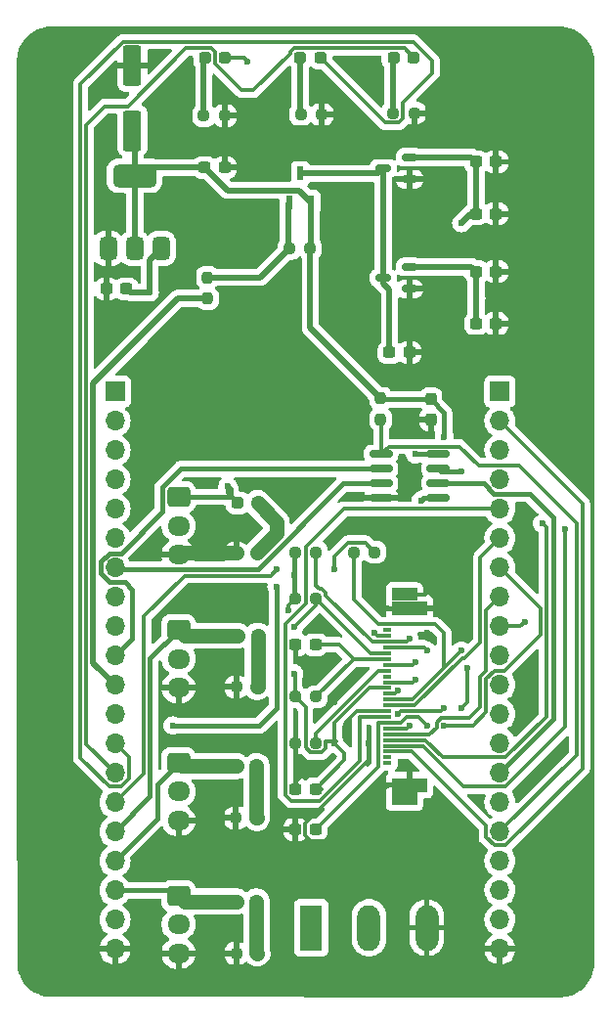
<source format=gbr>
%TF.GenerationSoftware,KiCad,Pcbnew,8.0.5*%
%TF.CreationDate,2024-10-31T16:18:24-07:00*%
%TF.ProjectId,CustomMotorshield,43757374-6f6d-44d6-9f74-6f7273686965,rev?*%
%TF.SameCoordinates,Original*%
%TF.FileFunction,Copper,L1,Top*%
%TF.FilePolarity,Positive*%
%FSLAX46Y46*%
G04 Gerber Fmt 4.6, Leading zero omitted, Abs format (unit mm)*
G04 Created by KiCad (PCBNEW 8.0.5) date 2024-10-31 16:18:24*
%MOMM*%
%LPD*%
G01*
G04 APERTURE LIST*
G04 Aperture macros list*
%AMRoundRect*
0 Rectangle with rounded corners*
0 $1 Rounding radius*
0 $2 $3 $4 $5 $6 $7 $8 $9 X,Y pos of 4 corners*
0 Add a 4 corners polygon primitive as box body*
4,1,4,$2,$3,$4,$5,$6,$7,$8,$9,$2,$3,0*
0 Add four circle primitives for the rounded corners*
1,1,$1+$1,$2,$3*
1,1,$1+$1,$4,$5*
1,1,$1+$1,$6,$7*
1,1,$1+$1,$8,$9*
0 Add four rect primitives between the rounded corners*
20,1,$1+$1,$2,$3,$4,$5,0*
20,1,$1+$1,$4,$5,$6,$7,0*
20,1,$1+$1,$6,$7,$8,$9,0*
20,1,$1+$1,$8,$9,$2,$3,0*%
G04 Aperture macros list end*
%TA.AperFunction,EtchedComponent*%
%ADD10C,0.000000*%
%TD*%
%TA.AperFunction,ComponentPad*%
%ADD11O,1.980000X3.960000*%
%TD*%
%TA.AperFunction,ComponentPad*%
%ADD12R,1.980000X3.960000*%
%TD*%
%TA.AperFunction,SMDPad,CuDef*%
%ADD13RoundRect,0.250000X0.550000X-1.500000X0.550000X1.500000X-0.550000X1.500000X-0.550000X-1.500000X0*%
%TD*%
%TA.AperFunction,SMDPad,CuDef*%
%ADD14R,0.609600X1.168400*%
%TD*%
%TA.AperFunction,SMDPad,CuDef*%
%ADD15R,0.800000X0.300000*%
%TD*%
%TA.AperFunction,SMDPad,CuDef*%
%ADD16R,3.049999X1.300000*%
%TD*%
%TA.AperFunction,SMDPad,CuDef*%
%ADD17RoundRect,0.150000X-0.825000X-0.150000X0.825000X-0.150000X0.825000X0.150000X-0.825000X0.150000X0*%
%TD*%
%TA.AperFunction,SMDPad,CuDef*%
%ADD18RoundRect,0.375000X0.375000X-0.625000X0.375000X0.625000X-0.375000X0.625000X-0.375000X-0.625000X0*%
%TD*%
%TA.AperFunction,SMDPad,CuDef*%
%ADD19RoundRect,0.500000X1.400000X-0.500000X1.400000X0.500000X-1.400000X0.500000X-1.400000X-0.500000X0*%
%TD*%
%TA.AperFunction,SMDPad,CuDef*%
%ADD20RoundRect,0.150000X0.512500X0.150000X-0.512500X0.150000X-0.512500X-0.150000X0.512500X-0.150000X0*%
%TD*%
%TA.AperFunction,SMDPad,CuDef*%
%ADD21RoundRect,0.237500X-0.250000X-0.237500X0.250000X-0.237500X0.250000X0.237500X-0.250000X0.237500X0*%
%TD*%
%TA.AperFunction,SMDPad,CuDef*%
%ADD22RoundRect,0.237500X0.250000X0.237500X-0.250000X0.237500X-0.250000X-0.237500X0.250000X-0.237500X0*%
%TD*%
%TA.AperFunction,SMDPad,CuDef*%
%ADD23RoundRect,0.237500X0.237500X-0.250000X0.237500X0.250000X-0.237500X0.250000X-0.237500X-0.250000X0*%
%TD*%
%TA.AperFunction,SMDPad,CuDef*%
%ADD24RoundRect,0.237500X-0.237500X0.250000X-0.237500X-0.250000X0.237500X-0.250000X0.237500X0.250000X0*%
%TD*%
%TA.AperFunction,SMDPad,CuDef*%
%ADD25RoundRect,0.237500X-0.237500X0.300000X-0.237500X-0.300000X0.237500X-0.300000X0.237500X0.300000X0*%
%TD*%
%TA.AperFunction,SMDPad,CuDef*%
%ADD26RoundRect,0.237500X0.300000X0.237500X-0.300000X0.237500X-0.300000X-0.237500X0.300000X-0.237500X0*%
%TD*%
%TA.AperFunction,SMDPad,CuDef*%
%ADD27RoundRect,0.237500X-0.300000X-0.237500X0.300000X-0.237500X0.300000X0.237500X-0.300000X0.237500X0*%
%TD*%
%TA.AperFunction,ComponentPad*%
%ADD28O,1.950000X1.700000*%
%TD*%
%TA.AperFunction,ComponentPad*%
%ADD29RoundRect,0.250000X-0.725000X0.600000X-0.725000X-0.600000X0.725000X-0.600000X0.725000X0.600000X0*%
%TD*%
%TA.AperFunction,SMDPad,CuDef*%
%ADD30RoundRect,0.237500X-0.287500X-0.237500X0.287500X-0.237500X0.287500X0.237500X-0.287500X0.237500X0*%
%TD*%
%TA.AperFunction,ComponentPad*%
%ADD31R,1.700000X1.700000*%
%TD*%
%TA.AperFunction,ComponentPad*%
%ADD32O,1.700000X1.700000*%
%TD*%
%TA.AperFunction,SMDPad,CuDef*%
%ADD33RoundRect,0.237500X0.287500X0.237500X-0.287500X0.237500X-0.287500X-0.237500X0.287500X-0.237500X0*%
%TD*%
%TA.AperFunction,ViaPad*%
%ADD34C,0.600000*%
%TD*%
%TA.AperFunction,Conductor*%
%ADD35C,0.300000*%
%TD*%
%TA.AperFunction,Conductor*%
%ADD36C,1.270000*%
%TD*%
%TA.AperFunction,Conductor*%
%ADD37C,0.500000*%
%TD*%
%TA.AperFunction,Conductor*%
%ADD38C,0.400000*%
%TD*%
G04 APERTURE END LIST*
D10*
%TA.AperFunction,EtchedComponent*%
%TO.C,J3*%
G36*
X92675000Y-135900000D02*
G01*
X90475000Y-135900000D01*
X90475000Y-134800000D01*
X92675000Y-134800000D01*
X92675000Y-135900000D01*
G37*
%TD.AperFunction*%
%TA.AperFunction,EtchedComponent*%
G36*
X92675000Y-118200000D02*
G01*
X90475000Y-118200000D01*
X90475000Y-117100000D01*
X92675000Y-117100000D01*
X92675000Y-118200000D01*
G37*
%TD.AperFunction*%
%TD*%
D11*
%TO.P,J4,3,Pin_3*%
%TO.N,GND*%
X93500000Y-146500000D03*
%TO.P,J4,2,Pin_2*%
%TO.N,3V3*%
X88500000Y-146500000D03*
D12*
%TO.P,J4,1,Pin_1*%
%TO.N,5V*%
X83500000Y-146500000D03*
%TD*%
D13*
%TO.P,C8,1*%
%TO.N,3V3*%
X68000000Y-77500000D03*
%TO.P,C8,2*%
%TO.N,GND*%
X68000000Y-71900000D03*
%TD*%
D14*
%TO.P,Q1,1,G*%
%TO.N,Net-(Q1-G)*%
X81599998Y-83700000D03*
%TO.P,Q1,2,S*%
%TO.N,3V3*%
X83500000Y-83700000D03*
%TO.P,Q1,3,D*%
%TO.N,Net-(Q1-D)*%
X82549999Y-81210800D03*
%TD*%
D15*
%TO.P,J3,1,1*%
%TO.N,unconnected-(J3-Pad1)*%
X90075000Y-132249988D03*
%TO.P,J3,2,2*%
%TO.N,unconnected-(J3-Pad2)*%
X90075000Y-131749990D03*
%TO.P,J3,3,3*%
%TO.N,CSI_D2*%
X90075000Y-131249988D03*
%TO.P,J3,4,4*%
%TO.N,CSI_D1*%
X90075000Y-130749989D03*
%TO.P,J3,5,5*%
%TO.N,CSI_D3*%
X90075000Y-130249987D03*
%TO.P,J3,6,6*%
%TO.N,CSI_D0*%
X90075000Y-129749988D03*
%TO.P,J3,7,7*%
%TO.N,CSI_D4*%
X90075000Y-129249989D03*
%TO.P,J3,8,8*%
%TO.N,CSI_PCLK*%
X90075000Y-128749988D03*
%TO.P,J3,9,9*%
%TO.N,CSI_D5*%
X90075000Y-128249989D03*
%TO.P,J3,10,10*%
%TO.N,GND*%
X90075000Y-127749987D03*
%TO.P,J3,11,11*%
%TO.N,CSI_D6*%
X90075000Y-127249988D03*
%TO.P,J3,12,12*%
%TO.N,CSI_MCLK*%
X90075000Y-126749989D03*
%TO.P,J3,13,13*%
%TO.N,CSI_D7*%
X90075000Y-126249988D03*
%TO.P,J3,14,14*%
%TO.N,3V3*%
X90075000Y-125749989D03*
%TO.P,J3,15,15*%
%TO.N,CSI_1.2V*%
X90075000Y-125249987D03*
%TO.P,J3,16,16*%
%TO.N,CSI_HSYNC*%
X90075000Y-124749988D03*
%TO.P,J3,17,17*%
%TO.N,Net-(J3-Pad17)*%
X90075000Y-124249989D03*
%TO.P,J3,18,18*%
%TO.N,CSI_VSYNC*%
X90075000Y-123749988D03*
%TO.P,J3,19,19*%
%TO.N,CAM_RST*%
X90075000Y-123249989D03*
%TO.P,J3,20,20*%
%TO.N,TWI_SCK*%
X90075000Y-122749990D03*
%TO.P,J3,21,21*%
%TO.N,CSI_2.8V*%
X90075000Y-122249988D03*
%TO.P,J3,22,22*%
%TO.N,TWI_SDA*%
X90075000Y-121749989D03*
%TO.P,J3,23,23*%
%TO.N,GND*%
X90075000Y-121249988D03*
%TO.P,J3,24,24*%
%TO.N,unconnected-(J3-Pad24)*%
X90075000Y-120749989D03*
D16*
%TO.P,J3,P1,P1*%
%TO.N,GND*%
X92000000Y-134149989D03*
%TO.P,J3,P2,P2*%
X92000000Y-118850011D03*
%TD*%
D17*
%TO.P,U4,1,~{CE}*%
%TO.N,IO16*%
X89550000Y-105500000D03*
%TO.P,U4,2,SO/SIO*%
%TO.N,SD0*%
X89550000Y-106770000D03*
%TO.P,U4,3,SIO2*%
%TO.N,SD3*%
X89550000Y-108040000D03*
%TO.P,U4,4,VSS*%
%TO.N,GND*%
X89550000Y-109310000D03*
%TO.P,U4,5,SI/SIO*%
%TO.N,SD1*%
X94500000Y-109310000D03*
%TO.P,U4,6,SCLK*%
%TO.N,PSRAM_CLK*%
X94500000Y-108040000D03*
%TO.P,U4,7,SIO3*%
%TO.N,SD2*%
X94500000Y-106770000D03*
%TO.P,U4,8,VCC*%
%TO.N,3V3*%
X94500000Y-105500000D03*
%TD*%
D18*
%TO.P,U3,3,VI*%
%TO.N,5V*%
X70500000Y-87700000D03*
D19*
%TO.P,U3,2,VO*%
%TO.N,3V3*%
X68200000Y-81400000D03*
D18*
X68200000Y-87700000D03*
%TO.P,U3,1,GND*%
%TO.N,GND*%
X65900000Y-87700000D03*
%TD*%
D20*
%TO.P,U2,3,VI*%
%TO.N,Net-(Q1-D)*%
X89725000Y-90250000D03*
%TO.P,U2,2,VO*%
%TO.N,CSI_1.2V*%
X92000000Y-89300000D03*
%TO.P,U2,1,GND*%
%TO.N,GND*%
X92000000Y-91200000D03*
%TD*%
%TO.P,U1,3,VI*%
%TO.N,Net-(Q1-D)*%
X89725000Y-80750000D03*
%TO.P,U1,2,VO*%
%TO.N,CSI_2.8V*%
X92000000Y-79800000D03*
%TO.P,U1,1,GND*%
%TO.N,GND*%
X92000000Y-81700000D03*
%TD*%
D21*
%TO.P,R15,2*%
%TO.N,3V3*%
X89000000Y-114000000D03*
%TO.P,R15,1*%
%TO.N,CSI_MCLK*%
X87175000Y-114000000D03*
%TD*%
D22*
%TO.P,R14,2*%
%TO.N,GND*%
X82087500Y-130500000D03*
%TO.P,R14,1*%
%TO.N,Net-(J3-Pad17)*%
X83912500Y-130500000D03*
%TD*%
D23*
%TO.P,R13,1*%
%TO.N,IO16*%
X89500000Y-102500000D03*
%TO.P,R13,2*%
%TO.N,3V3*%
X89500000Y-100675000D03*
%TD*%
D22*
%TO.P,R12,1*%
%TO.N,TWI_SDA*%
X83912500Y-114000000D03*
%TO.P,R12,2*%
%TO.N,3V3*%
X82087500Y-114000000D03*
%TD*%
%TO.P,R11,1*%
%TO.N,TWI_SCK*%
X83912500Y-118000000D03*
%TO.P,R11,2*%
%TO.N,3V3*%
X82087500Y-118000000D03*
%TD*%
%TO.P,R10,1*%
%TO.N,CAM_RST*%
X83912500Y-126500000D03*
%TO.P,R10,2*%
%TO.N,3V3*%
X82087500Y-126500000D03*
%TD*%
D24*
%TO.P,R9,2*%
%TO.N,CAM_PWR*%
X74500000Y-92025000D03*
%TO.P,R9,1*%
%TO.N,Net-(Q1-G)*%
X74500000Y-90200000D03*
%TD*%
D22*
%TO.P,R8,2*%
%TO.N,Net-(Q1-G)*%
X81587500Y-87700000D03*
%TO.P,R8,1*%
%TO.N,3V3*%
X83412500Y-87700000D03*
%TD*%
D21*
%TO.P,R7,2*%
%TO.N,GND*%
X92412500Y-75980000D03*
%TO.P,R7,1*%
%TO.N,Net-(D7-K)*%
X90587500Y-75980000D03*
%TD*%
%TO.P,R6,2*%
%TO.N,GND*%
X84400000Y-76090000D03*
%TO.P,R6,1*%
%TO.N,Net-(D6-K)*%
X82575000Y-76090000D03*
%TD*%
%TO.P,R5,2*%
%TO.N,GND*%
X76012500Y-76200000D03*
%TO.P,R5,1*%
%TO.N,Net-(D5-K)*%
X74187500Y-76200000D03*
%TD*%
D22*
%TO.P,R4,1*%
%TO.N,Net-(D4-K)*%
X78825000Y-114050000D03*
%TO.P,R4,2*%
%TO.N,GND*%
X77000000Y-114050000D03*
%TD*%
%TO.P,R3,2*%
%TO.N,GND*%
X77000000Y-125660000D03*
%TO.P,R3,1*%
%TO.N,Net-(D3-K)*%
X78825000Y-125660000D03*
%TD*%
%TO.P,R2,2*%
%TO.N,GND*%
X76962500Y-137000000D03*
%TO.P,R2,1*%
%TO.N,Net-(D2-K)*%
X78787500Y-137000000D03*
%TD*%
%TO.P,R1,2*%
%TO.N,GND*%
X77000000Y-148720000D03*
%TO.P,R1,1*%
%TO.N,Net-(D1-K)*%
X78825000Y-148720000D03*
%TD*%
D25*
%TO.P,C12,2*%
%TO.N,GND*%
X93862500Y-102500000D03*
%TO.P,C12,1*%
%TO.N,3V3*%
X93862500Y-100775000D03*
%TD*%
D26*
%TO.P,C11,2*%
%TO.N,GND*%
X82137500Y-122000000D03*
%TO.P,C11,1*%
%TO.N,CAM_RST*%
X83862500Y-122000000D03*
%TD*%
D27*
%TO.P,C10,1*%
%TO.N,Net-(Q1-D)*%
X90275000Y-96700000D03*
%TO.P,C10,2*%
%TO.N,GND*%
X92000000Y-96700000D03*
%TD*%
%TO.P,C9,2*%
%TO.N,GND*%
X76000000Y-80700000D03*
%TO.P,C9,1*%
%TO.N,3V3*%
X74275000Y-80700000D03*
%TD*%
D26*
%TO.P,C7,2*%
%TO.N,GND*%
X65775000Y-91200000D03*
%TO.P,C7,1*%
%TO.N,5V*%
X67500000Y-91200000D03*
%TD*%
D27*
%TO.P,C6,2*%
%TO.N,GND*%
X99500000Y-94200000D03*
%TO.P,C6,1*%
%TO.N,CSI_1.2V*%
X97775000Y-94200000D03*
%TD*%
%TO.P,C5,2*%
%TO.N,GND*%
X99500000Y-89700000D03*
%TO.P,C5,1*%
%TO.N,CSI_1.2V*%
X97775000Y-89700000D03*
%TD*%
%TO.P,C4,2*%
%TO.N,GND*%
X99500000Y-84700000D03*
%TO.P,C4,1*%
%TO.N,CSI_2.8V*%
X97775000Y-84700000D03*
%TD*%
%TO.P,C3,1*%
%TO.N,CSI_2.8V*%
X97775000Y-80200000D03*
%TO.P,C3,2*%
%TO.N,GND*%
X99500000Y-80200000D03*
%TD*%
D26*
%TO.P,C2,2*%
%TO.N,GND*%
X82137500Y-134500000D03*
%TO.P,C2,1*%
%TO.N,3V3*%
X83862500Y-134500000D03*
%TD*%
%TO.P,C1,1*%
%TO.N,CSI_PCLK*%
X83862500Y-138000000D03*
%TO.P,C1,2*%
%TO.N,GND*%
X82137500Y-138000000D03*
%TD*%
D28*
%TO.P,Motor4,3,Pin_3*%
%TO.N,GND*%
X72000000Y-114220000D03*
%TO.P,Motor4,2,Pin_2*%
%TO.N,5V*%
X72000000Y-111720000D03*
D29*
%TO.P,Motor4,1,Pin_1*%
%TO.N,IO33*%
X72000000Y-109220000D03*
%TD*%
D28*
%TO.P,Motor2,3,Pin_3*%
%TO.N,GND*%
X72000000Y-137220000D03*
%TO.P,Motor2,2,Pin_2*%
%TO.N,5V*%
X72000000Y-134720000D03*
D29*
%TO.P,Motor2,1,Pin_1*%
%TO.N,IO26*%
X72000000Y-132220000D03*
%TD*%
D28*
%TO.P,Motor1,3,Pin_3*%
%TO.N,GND*%
X72000000Y-148720000D03*
%TO.P,Motor1,2,Pin_2*%
%TO.N,5V*%
X72000000Y-146220000D03*
D29*
%TO.P,Motor1,1,Pin_1*%
%TO.N,IO21*%
X72000000Y-143720000D03*
%TD*%
D30*
%TO.P,D7,2,A*%
%TO.N,IO34*%
X92375000Y-71200000D03*
%TO.P,D7,1,K*%
%TO.N,Net-(D7-K)*%
X90625000Y-71200000D03*
%TD*%
%TO.P,D6,2,A*%
%TO.N,IO48*%
X84300000Y-71200000D03*
%TO.P,D6,1,K*%
%TO.N,Net-(D6-K)*%
X82550000Y-71200000D03*
%TD*%
D31*
%TO.P,J1,1,Pin_1*%
%TO.N,CSI_D1*%
X99837500Y-100080000D03*
D32*
%TO.P,J1,2,Pin_2*%
%TO.N,CSI_D2*%
X99837500Y-102620000D03*
%TO.P,J1,3,Pin_3*%
%TO.N,CSI_D3*%
X99837500Y-105160000D03*
%TO.P,J1,4,Pin_4*%
%TO.N,CSI_D4*%
X99837500Y-107700000D03*
%TO.P,J1,5,Pin_5*%
%TO.N,CSI_D5*%
X99837500Y-110240000D03*
%TO.P,J1,6,Pin_6*%
%TO.N,CSI_D6*%
X99837500Y-112780000D03*
%TO.P,J1,7,Pin_7*%
%TO.N,CSI_D7*%
X99837500Y-115320000D03*
%TO.P,J1,8,Pin_8*%
%TO.N,CSI_D0*%
X99837500Y-117860000D03*
%TO.P,J1,9,Pin_9*%
%TO.N,CSI_MCLK*%
X99837500Y-120400000D03*
%TO.P,J1,10,Pin_10*%
%TO.N,CSI_PCLK*%
X99837500Y-122940000D03*
%TO.P,J1,11,Pin_11*%
%TO.N,TWI_SDA*%
X99837500Y-125480000D03*
%TO.P,J1,12,Pin_12*%
%TO.N,TWI_SCK*%
X99837500Y-128020000D03*
%TO.P,J1,13,Pin_13*%
%TO.N,CSI_VSYNC*%
X99837500Y-130560000D03*
%TO.P,J1,14,Pin_14*%
%TO.N,PSRAM_CLK*%
X99837500Y-133100000D03*
%TO.P,J1,15,Pin_15*%
%TO.N,unconnected-(J1-Pin_15-Pad15)*%
X99837500Y-135640000D03*
%TO.P,J1,16,Pin_16*%
%TO.N,IO16*%
X99837500Y-138180000D03*
%TO.P,J1,17,Pin_17*%
%TO.N,unconnected-(J1-Pin_17-Pad17)*%
X99837500Y-140720000D03*
%TO.P,J1,18,Pin_18*%
%TO.N,unconnected-(J1-Pin_18-Pad18)*%
X99837500Y-143260000D03*
%TO.P,J1,19,Pin_19*%
%TO.N,3V3*%
X99837500Y-145800000D03*
%TO.P,J1,20,Pin_20*%
%TO.N,GND*%
X99837500Y-148340000D03*
%TD*%
D33*
%TO.P,D4,1,K*%
%TO.N,Net-(D4-K)*%
X78850000Y-109720000D03*
%TO.P,D4,2,A*%
%TO.N,IO33*%
X77100000Y-109720000D03*
%TD*%
D28*
%TO.P,Motor3,3,Pin_3*%
%TO.N,GND*%
X72000000Y-125720000D03*
%TO.P,Motor3,2,Pin_2*%
%TO.N,5V*%
X72000000Y-123220000D03*
D29*
%TO.P,Motor3,1,Pin_1*%
%TO.N,IO47*%
X72000000Y-120720000D03*
%TD*%
D33*
%TO.P,D1,2,A*%
%TO.N,IO21*%
X77000000Y-144220000D03*
%TO.P,D1,1,K*%
%TO.N,Net-(D1-K)*%
X78750000Y-144220000D03*
%TD*%
%TO.P,D3,2,A*%
%TO.N,IO47*%
X77100000Y-121220000D03*
%TO.P,D3,1,K*%
%TO.N,Net-(D3-K)*%
X78850000Y-121220000D03*
%TD*%
%TO.P,D2,2,A*%
%TO.N,IO26*%
X77000000Y-132500000D03*
%TO.P,D2,1,K*%
%TO.N,Net-(D2-K)*%
X78750000Y-132500000D03*
%TD*%
D31*
%TO.P,J2,1,Pin_1*%
%TO.N,unconnected-(J2-Pin_1-Pad1)*%
X66500000Y-100080000D03*
D32*
%TO.P,J2,2,Pin_2*%
%TO.N,unconnected-(J2-Pin_2-Pad2)*%
X66500000Y-102620000D03*
%TO.P,J2,3,Pin_3*%
%TO.N,unconnected-(J2-Pin_3-Pad3)*%
X66500000Y-105160000D03*
%TO.P,J2,4,Pin_4*%
%TO.N,unconnected-(J2-Pin_4-Pad4)*%
X66500000Y-107700000D03*
%TO.P,J2,5,Pin_5*%
%TO.N,unconnected-(J2-Pin_5-Pad5)*%
X66500000Y-110240000D03*
%TO.P,J2,6,Pin_6*%
%TO.N,unconnected-(J2-Pin_6-Pad6)*%
X66500000Y-112780000D03*
%TO.P,J2,7,Pin_7*%
%TO.N,SD3*%
X66500000Y-115320000D03*
%TO.P,J2,8,Pin_8*%
%TO.N,SD2*%
X66500000Y-117860000D03*
%TO.P,J2,9,Pin_9*%
%TO.N,SD1*%
X66500000Y-120400000D03*
%TO.P,J2,10,Pin_10*%
%TO.N,SD0*%
X66500000Y-122940000D03*
%TO.P,J2,11,Pin_11*%
%TO.N,CAM_PWR*%
X66500000Y-125480000D03*
%TO.P,J2,12,Pin_12*%
%TO.N,IO35*%
X66500000Y-128020000D03*
%TO.P,J2,13,Pin_13*%
%TO.N,IO48*%
X66500000Y-130560000D03*
%TO.P,J2,14,Pin_14*%
%TO.N,IO34*%
X66500000Y-133100000D03*
%TO.P,J2,15,Pin_15*%
%TO.N,IO33*%
X66500000Y-135640000D03*
%TO.P,J2,16,Pin_16*%
%TO.N,IO47*%
X66500000Y-138180000D03*
%TO.P,J2,17,Pin_17*%
%TO.N,IO26*%
X66500000Y-140720000D03*
%TO.P,J2,18,Pin_18*%
%TO.N,IO21*%
X66500000Y-143260000D03*
%TO.P,J2,19,Pin_19*%
%TO.N,5V*%
X66500000Y-145800000D03*
%TO.P,J2,20,Pin_20*%
%TO.N,GND*%
X66500000Y-148340000D03*
%TD*%
D30*
%TO.P,D5,2,A*%
%TO.N,IO35*%
X76037500Y-71200000D03*
%TO.P,D5,1,K*%
%TO.N,Net-(D5-K)*%
X74287500Y-71200000D03*
%TD*%
D34*
%TO.N,GND*%
X88500000Y-130500000D03*
X94000000Y-117000000D03*
X75000000Y-127000000D03*
X85500000Y-121000000D03*
X87500000Y-124500000D03*
X65500000Y-73500000D03*
X61500000Y-78500000D03*
X65500000Y-79500000D03*
X92000000Y-108500000D03*
X92000000Y-132500000D03*
X89000000Y-121000000D03*
X74500000Y-108000000D03*
X76000000Y-111500000D03*
X103500000Y-132500000D03*
X102500000Y-115000000D03*
X79000000Y-119500000D03*
%TO.N,3V3*%
X85500000Y-115500000D03*
%TO.N,GND*%
X70500000Y-76000000D03*
X82500000Y-123500000D03*
X94500000Y-119000000D03*
X94000000Y-136500000D03*
X82000000Y-109500000D03*
X89500000Y-118000000D03*
%TO.N,CSI_MCLK*%
X97000000Y-124000000D03*
X96500000Y-122500000D03*
X96500000Y-127500000D03*
X102000000Y-120000000D03*
%TO.N,GND*%
X91500000Y-103000000D03*
X88000000Y-73000000D03*
%TO.N,3V3*%
X81500000Y-119000000D03*
X82000000Y-124500000D03*
X82000000Y-116000000D03*
%TO.N,GND*%
X86500000Y-129000000D03*
%TO.N,CSI_PCLK*%
X93500000Y-129000000D03*
%TO.N,CSI_D7*%
X91000000Y-126000000D03*
X91000000Y-128000000D03*
X95000000Y-127500000D03*
X95000000Y-129000000D03*
%TO.N,SD1*%
X93000000Y-109500000D03*
X80500000Y-117000000D03*
X71500000Y-129000000D03*
%TO.N,GND*%
X80000000Y-100000000D03*
X78000000Y-100000000D03*
X81000000Y-101500000D03*
X77000000Y-101500000D03*
X80500000Y-102500000D03*
X79500000Y-103000000D03*
X78500000Y-103000000D03*
X98000000Y-135500000D03*
X85500000Y-127000000D03*
X85500000Y-123000000D03*
X93500000Y-121000000D03*
X102500000Y-127500000D03*
X77500000Y-102500000D03*
X83000000Y-133000000D03*
%TO.N,IO33*%
X76250000Y-108250000D03*
X80500000Y-115500000D03*
%TO.N,IO35*%
X78000000Y-71500000D03*
%TO.N,TWI_SDA*%
X92000000Y-121500000D03*
%TO.N,3V3*%
X92500000Y-105500000D03*
X95000000Y-104000000D03*
X85500000Y-130500000D03*
%TO.N,CSI_D1*%
X105500000Y-112000000D03*
%TO.N,CSI_D3*%
X103500000Y-111500000D03*
%TO.N,TWI_SCK*%
X82000000Y-120500000D03*
%TO.N,CSI_2.8V*%
X96500000Y-85500000D03*
X93500000Y-122500000D03*
%TO.N,CSI_D4*%
X92000000Y-129000000D03*
%TO.N,CSI_VSYNC*%
X92500000Y-123500000D03*
%TO.N,CSI_1.2V*%
X97775000Y-92000000D03*
X92500000Y-125000000D03*
%TO.N,5V*%
X69500000Y-91500000D03*
%TO.N,SD2*%
X96500000Y-107000000D03*
%TD*%
D35*
%TO.N,GND*%
X88500000Y-130500000D02*
X88500000Y-131987568D01*
X88500000Y-131987568D02*
X82975000Y-137512568D01*
X82975000Y-138487432D02*
X83487568Y-139000000D01*
X90175001Y-134149989D02*
X92000000Y-134149989D01*
X82975000Y-137512568D02*
X82975000Y-138487432D01*
X83487568Y-139000000D02*
X85324990Y-139000000D01*
X85324990Y-139000000D02*
X90175001Y-134149989D01*
X93350000Y-117650000D02*
X94000000Y-117000000D01*
X91575000Y-117650000D02*
X93350000Y-117650000D01*
X92000000Y-118850011D02*
X94350011Y-118850011D01*
X94350011Y-118850011D02*
X94500000Y-119000000D01*
X92000000Y-134149989D02*
X92000000Y-132500000D01*
X90075000Y-121249988D02*
X89249988Y-121249988D01*
X89249988Y-121249988D02*
X89000000Y-121000000D01*
%TO.N,TWI_SDA*%
X84412432Y-117175000D02*
X84750000Y-117512568D01*
X83912500Y-116874994D02*
X84212506Y-117175000D01*
X84750000Y-117512568D02*
X84750000Y-117712494D01*
X84212506Y-117175000D02*
X84412432Y-117175000D01*
X83912500Y-114000000D02*
X83912500Y-116874994D01*
X84750000Y-117712494D02*
X88787495Y-121749989D01*
X88787495Y-121749989D02*
X90075000Y-121749989D01*
D36*
%TO.N,Net-(D4-K)*%
X78850000Y-109720000D02*
X80500000Y-111370000D01*
X80500000Y-112375000D02*
X78825000Y-114050000D01*
X80500000Y-111370000D02*
X80500000Y-112375000D01*
D37*
%TO.N,Net-(Q1-G)*%
X81599998Y-83700000D02*
X81500000Y-83799998D01*
X81500000Y-83799998D02*
X81500000Y-87612500D01*
X81500000Y-87612500D02*
X81587500Y-87700000D01*
D35*
%TO.N,3V3*%
X85500000Y-114350068D02*
X85500000Y-115500000D01*
X86675068Y-113175000D02*
X85500000Y-114350068D01*
X88175000Y-113175000D02*
X86675068Y-113175000D01*
X89000000Y-114000000D02*
X88175000Y-113175000D01*
%TO.N,GND*%
X82137500Y-134500000D02*
X82137500Y-133862500D01*
X82137500Y-133862500D02*
X83000000Y-133000000D01*
X82137500Y-122000000D02*
X82137500Y-123137500D01*
X82137500Y-123137500D02*
X82500000Y-123500000D01*
%TO.N,3V3*%
X88532105Y-125749989D02*
X90075000Y-125749989D01*
X88532105Y-125749989D02*
X85500000Y-128782094D01*
X85500000Y-128782094D02*
X85500000Y-130500000D01*
%TO.N,CSI_MCLK*%
X97000000Y-124000000D02*
X97000000Y-127000000D01*
X97000000Y-127000000D02*
X96500000Y-127500000D01*
%TO.N,CSI_D6*%
X98137500Y-121781739D02*
X98137500Y-114480000D01*
X92457118Y-127249988D02*
X96557106Y-123150000D01*
X96557106Y-123150000D02*
X96769239Y-123150000D01*
X90075000Y-127249988D02*
X92457118Y-127249988D01*
X96769239Y-123150000D02*
X98137500Y-121781739D01*
X98137500Y-114480000D02*
X99837500Y-112780000D01*
%TO.N,CSI_MCLK*%
X95000000Y-124000000D02*
X96500000Y-122500000D01*
%TO.N,CSI_D0*%
X90075000Y-129749988D02*
X93750012Y-129749988D01*
X98137500Y-124775837D02*
X98637500Y-124275837D01*
X93750012Y-129749988D02*
X94350000Y-129150000D01*
X94350000Y-129150000D02*
X94350000Y-128730761D01*
X97150000Y-128350000D02*
X98137500Y-127362500D01*
X94730761Y-128350000D02*
X97150000Y-128350000D01*
X94350000Y-128730761D02*
X94730761Y-128350000D01*
X98637500Y-124275837D02*
X98637500Y-119060000D01*
X98137500Y-127362500D02*
X98137500Y-124775837D01*
X98637500Y-119060000D02*
X99837500Y-117860000D01*
%TO.N,CSI_D7*%
X95000000Y-129000000D02*
X97500000Y-129000000D01*
X97500000Y-129000000D02*
X98637500Y-127862500D01*
X100194557Y-124280000D02*
X103361091Y-121113466D01*
X98637500Y-127862500D02*
X98637500Y-124982943D01*
X103361091Y-121113466D02*
X103361091Y-118843591D01*
X99340443Y-124280000D02*
X100194557Y-124280000D01*
X98637500Y-124982943D02*
X99340443Y-124280000D01*
X103361091Y-118843591D02*
X99837500Y-115320000D01*
%TO.N,CSI_MCLK*%
X101600000Y-120400000D02*
X102000000Y-120000000D01*
X99837500Y-120400000D02*
X101600000Y-120400000D01*
%TO.N,3V3*%
X81500000Y-119000000D02*
X81500000Y-118587500D01*
X81500000Y-118587500D02*
X82087500Y-118000000D01*
X82087500Y-124587500D02*
X82000000Y-124500000D01*
X82087500Y-126500000D02*
X82087500Y-124587500D01*
D38*
X82000000Y-116000000D02*
X82000000Y-117912500D01*
X82000000Y-117912500D02*
X82087500Y-118000000D01*
X82000000Y-116000000D02*
X82000000Y-114087500D01*
X82000000Y-114087500D02*
X82087500Y-114000000D01*
D35*
%TO.N,GND*%
X90075000Y-127749987D02*
X87448243Y-127749987D01*
X87448243Y-127749987D02*
X86500000Y-128698230D01*
X86500000Y-128698230D02*
X86500000Y-129000000D01*
%TO.N,3V3*%
X83862500Y-134500000D02*
X86368716Y-131993784D01*
X86368716Y-131993784D02*
X86368716Y-131368716D01*
X86368716Y-131368716D02*
X85500000Y-130500000D01*
%TO.N,CSI_PCLK*%
X93500000Y-129000000D02*
X92769239Y-128269239D01*
X92769239Y-128269239D02*
X91730761Y-128269239D01*
X91730761Y-128269239D02*
X91250012Y-128749988D01*
X91250012Y-128749988D02*
X90075000Y-128749988D01*
%TO.N,CSI_D7*%
X90075000Y-126249988D02*
X90750012Y-126249988D01*
X90750012Y-126249988D02*
X91000000Y-126000000D01*
X91250012Y-127749988D02*
X91000000Y-128000000D01*
X94750012Y-127749988D02*
X91250012Y-127749988D01*
X95000000Y-127500000D02*
X94750012Y-127749988D01*
D38*
%TO.N,SD1*%
X94500000Y-109310000D02*
X93190000Y-109310000D01*
X93190000Y-109310000D02*
X93000000Y-109500000D01*
X80500000Y-127500000D02*
X80500000Y-117000000D01*
X79000000Y-129000000D02*
X80500000Y-127500000D01*
X71500000Y-129000000D02*
X79000000Y-129000000D01*
%TO.N,IO21*%
X66500000Y-143260000D02*
X71540000Y-143260000D01*
X71540000Y-143260000D02*
X72000000Y-143720000D01*
%TO.N,IO26*%
X66500000Y-140720000D02*
X70130000Y-137090000D01*
X70130000Y-137090000D02*
X70130000Y-134090000D01*
X70130000Y-134090000D02*
X72000000Y-132220000D01*
%TO.N,IO47*%
X66500000Y-138180000D02*
X69530000Y-135150000D01*
X69530000Y-135150000D02*
X69530000Y-123190000D01*
X69530000Y-123190000D02*
X72000000Y-120720000D01*
%TO.N,IO33*%
X76500000Y-109220000D02*
X76600000Y-109220000D01*
X72000000Y-109220000D02*
X76500000Y-109220000D01*
X76500000Y-109220000D02*
X76500000Y-108500000D01*
X76500000Y-108500000D02*
X76250000Y-108250000D01*
X76600000Y-109220000D02*
X77100000Y-109720000D01*
D35*
X76250000Y-108250000D02*
X76250000Y-108870000D01*
X76250000Y-108870000D02*
X77100000Y-109720000D01*
X68980000Y-119540000D02*
X72500000Y-116020000D01*
X68980000Y-133160000D02*
X68980000Y-119540000D01*
X79980000Y-116020000D02*
X80500000Y-115500000D01*
X72500000Y-116020000D02*
X79980000Y-116020000D01*
X66500000Y-135640000D02*
X68980000Y-133160000D01*
D37*
%TO.N,Net-(Q1-D)*%
X89725000Y-90250000D02*
X89725000Y-90725000D01*
X90275000Y-91275000D02*
X90275000Y-96700000D01*
X89725000Y-90725000D02*
X90275000Y-91275000D01*
X89725000Y-80750000D02*
X89725000Y-90250000D01*
%TO.N,3V3*%
X83412500Y-87700000D02*
X83412500Y-94587500D01*
X83412500Y-94587500D02*
X89500000Y-100675000D01*
D35*
%TO.N,IO35*%
X77700000Y-71200000D02*
X78000000Y-71500000D01*
X76037500Y-71200000D02*
X77700000Y-71200000D01*
%TO.N,IO34*%
X75162500Y-71687432D02*
X75162500Y-70712568D01*
X82012568Y-70375000D02*
X81675000Y-70712568D01*
X64000000Y-130600000D02*
X66500000Y-133100000D01*
X81675000Y-70712568D02*
X81675000Y-70825000D01*
X92375000Y-71200000D02*
X91550000Y-70375000D01*
X78500000Y-74000000D02*
X77475068Y-74000000D01*
X81675000Y-70825000D02*
X78500000Y-74000000D01*
X91550000Y-70375000D02*
X82012568Y-70375000D01*
X67600000Y-75400000D02*
X65600000Y-75400000D01*
X74824932Y-70375000D02*
X72625000Y-70375000D01*
X77475068Y-74000000D02*
X75162500Y-71687432D01*
X65600000Y-75400000D02*
X64000000Y-77000000D01*
X64000000Y-77000000D02*
X64000000Y-130600000D01*
X75162500Y-70712568D02*
X74824932Y-70375000D01*
X72625000Y-70375000D02*
X67600000Y-75400000D01*
%TO.N,IO48*%
X84300000Y-71200000D02*
X89905000Y-76805000D01*
X91087432Y-76805000D02*
X91425000Y-76467432D01*
X66002943Y-134300000D02*
X66997057Y-134300000D01*
X66997057Y-134300000D02*
X67700000Y-133597057D01*
X89905000Y-76805000D02*
X91087432Y-76805000D01*
X91425000Y-76467432D02*
X91425000Y-75075000D01*
X91425000Y-75075000D02*
X94000000Y-72500000D01*
X94000000Y-72500000D02*
X94000000Y-71462568D01*
X94000000Y-71462568D02*
X92337432Y-69800000D01*
X92337432Y-69800000D02*
X67194544Y-69800000D01*
X67194544Y-69800000D02*
X63500000Y-73494544D01*
X63500000Y-73494544D02*
X63500000Y-131797057D01*
X63500000Y-131797057D02*
X66002943Y-134300000D01*
X67700000Y-133597057D02*
X67700000Y-131760000D01*
X67700000Y-131760000D02*
X66500000Y-130560000D01*
D37*
%TO.N,3V3*%
X74275000Y-80700000D02*
X76240800Y-82665800D01*
X76240800Y-82665800D02*
X82465800Y-82665800D01*
X82465800Y-82665800D02*
X83500000Y-83700000D01*
D35*
%TO.N,TWI_SDA*%
X90075000Y-121749989D02*
X91750011Y-121749989D01*
X91750011Y-121749989D02*
X92000000Y-121500000D01*
D38*
%TO.N,3V3*%
X94500000Y-105500000D02*
X92500000Y-105500000D01*
X93862500Y-100775000D02*
X95000000Y-101912500D01*
X89600000Y-100775000D02*
X89500000Y-100675000D01*
D35*
X85625011Y-130374989D02*
X84750000Y-130374989D01*
X84750000Y-130374989D02*
X85374989Y-130374989D01*
X85374989Y-130374989D02*
X85500000Y-130500000D01*
%TO.N,CSI_D2*%
X90075000Y-131249988D02*
X90825000Y-131249989D01*
X92204546Y-131249989D02*
X98637500Y-137682943D01*
X90825000Y-131249989D02*
X92204546Y-131249989D01*
X98637500Y-137682943D02*
X98637500Y-138677057D01*
X98637500Y-138677057D02*
X99340443Y-139380000D01*
X107000000Y-132714557D02*
X107000000Y-109782500D01*
X99340443Y-139380000D02*
X100334557Y-139380000D01*
X100334557Y-139380000D02*
X107000000Y-132714557D01*
X107000000Y-109782500D02*
X99837500Y-102620000D01*
%TO.N,CSI_D1*%
X90075000Y-130749989D02*
X93163352Y-130749989D01*
X93163352Y-130749989D02*
X96713363Y-134300000D01*
X100334557Y-134300000D02*
X105500000Y-129134557D01*
X96713363Y-134300000D02*
X100334557Y-134300000D01*
X105500000Y-129134557D02*
X105500000Y-112000000D01*
%TO.N,IO16*%
X89550000Y-105500000D02*
X90200000Y-104850000D01*
X106500000Y-131517500D02*
X99837500Y-138180000D01*
X96350000Y-104850000D02*
X98000000Y-106500000D01*
X90200000Y-104850000D02*
X96350000Y-104850000D01*
X98000000Y-106500000D02*
X101500000Y-106500000D01*
X101500000Y-106500000D02*
X106500000Y-111500000D01*
X106500000Y-111500000D02*
X106500000Y-131517500D01*
%TO.N,CSI_D3*%
X93370456Y-130249987D02*
X94880469Y-131760000D01*
X100334557Y-131760000D02*
X103861091Y-128233466D01*
X90075000Y-130249987D02*
X93370456Y-130249987D01*
X94880469Y-131760000D02*
X100334557Y-131760000D01*
X103861091Y-128233466D02*
X103861091Y-111861091D01*
X103861091Y-111861091D02*
X103500000Y-111500000D01*
%TO.N,TWI_SCK*%
X83912500Y-118587500D02*
X82000000Y-120500000D01*
X83912500Y-118000000D02*
X83912500Y-118587500D01*
D37*
%TO.N,CSI_2.8V*%
X97775000Y-84700000D02*
X97300000Y-84700000D01*
X97300000Y-84700000D02*
X96500000Y-85500000D01*
D35*
X93249988Y-122249988D02*
X93500000Y-122500000D01*
X90075000Y-122249988D02*
X93249988Y-122249988D01*
%TO.N,CSI_D4*%
X91750011Y-129249989D02*
X92000000Y-129000000D01*
X90075000Y-129249989D02*
X91750011Y-129249989D01*
%TO.N,CSI_D5*%
X90075000Y-128249989D02*
X87655348Y-128249989D01*
X87655348Y-128249989D02*
X87655348Y-132082084D01*
X87655348Y-132082084D02*
X84237432Y-135500000D01*
X81250000Y-134987432D02*
X81250000Y-120237432D01*
X84237432Y-135500000D02*
X81762568Y-135500000D01*
X83075000Y-113512568D02*
X86347568Y-110240000D01*
X81762568Y-135500000D02*
X81250000Y-134987432D01*
X81250000Y-120237432D02*
X83075000Y-118412432D01*
X86347568Y-110240000D02*
X99837500Y-110240000D01*
X83075000Y-118412432D02*
X83075000Y-113512568D01*
%TO.N,3V3*%
X84750000Y-130374989D02*
X84750000Y-130987432D01*
X84750000Y-130987432D02*
X84412432Y-131325000D01*
X83412568Y-131325000D02*
X83000000Y-130912432D01*
X84412432Y-131325000D02*
X83412568Y-131325000D01*
X83000000Y-130912432D02*
X83000000Y-127412500D01*
X83000000Y-127412500D02*
X82087500Y-126500000D01*
%TO.N,CSI_MCLK*%
X87175000Y-114000000D02*
X87175000Y-118099989D01*
X95000000Y-124000000D02*
X92250011Y-126749989D01*
X89325000Y-120249989D02*
X94249989Y-120249989D01*
X94249989Y-120249989D02*
X95000000Y-121000000D01*
X87175000Y-118099989D02*
X89325000Y-120249989D01*
X95000000Y-121000000D02*
X95000000Y-124000000D01*
X92250011Y-126749989D02*
X90075000Y-126749989D01*
D38*
%TO.N,PSRAM_CLK*%
X94500000Y-108040000D02*
X98409733Y-108040000D01*
X98409733Y-108040000D02*
X99319733Y-108950000D01*
X99319733Y-108950000D02*
X102450000Y-108950000D01*
X104500000Y-111000000D02*
X104500000Y-128437500D01*
X102450000Y-108950000D02*
X104500000Y-111000000D01*
X104500000Y-128437500D02*
X99837500Y-133100000D01*
D35*
%TO.N,CSI_VSYNC*%
X92250012Y-123749988D02*
X92500000Y-123500000D01*
X90075000Y-123749988D02*
X92250012Y-123749988D01*
D37*
%TO.N,CSI_1.2V*%
X97775000Y-92000000D02*
X97775000Y-89700000D01*
D35*
X92250013Y-125249987D02*
X92500000Y-125000000D01*
X90075000Y-125249987D02*
X92250013Y-125249987D01*
D37*
X97775000Y-94200000D02*
X97775000Y-92000000D01*
X92000000Y-89300000D02*
X97375000Y-89300000D01*
X97375000Y-89300000D02*
X97775000Y-89700000D01*
%TO.N,CAM_PWR*%
X74500000Y-92025000D02*
X71955000Y-92025000D01*
X71955000Y-92025000D02*
X64600000Y-99380000D01*
X64600000Y-99380000D02*
X64600000Y-123580000D01*
X64600000Y-123580000D02*
X66500000Y-125480000D01*
%TO.N,Net-(Q1-G)*%
X74500000Y-90200000D02*
X79087500Y-90200000D01*
X79087500Y-90200000D02*
X81587500Y-87700000D01*
%TO.N,CSI_2.8V*%
X97775000Y-80200000D02*
X97775000Y-84700000D01*
X92000000Y-79800000D02*
X97375000Y-79800000D01*
X97375000Y-79800000D02*
X97775000Y-80200000D01*
%TO.N,Net-(Q1-D)*%
X82549999Y-81210800D02*
X89264200Y-81210800D01*
X89264200Y-81210800D02*
X89725000Y-80750000D01*
%TO.N,3V3*%
X83500000Y-83700000D02*
X83500000Y-87612500D01*
X83500000Y-87612500D02*
X83412500Y-87700000D01*
%TO.N,Net-(D7-K)*%
X90587500Y-75980000D02*
X90587500Y-71237500D01*
X90587500Y-71237500D02*
X90625000Y-71200000D01*
%TO.N,Net-(D6-K)*%
X82575000Y-76075000D02*
X82500000Y-76000000D01*
X82550000Y-76050000D02*
X82550000Y-71200000D01*
X82575000Y-76090000D02*
X82575000Y-76075000D01*
X82575000Y-76075000D02*
X82550000Y-76050000D01*
%TO.N,Net-(D5-K)*%
X74187500Y-76200000D02*
X74187500Y-71300000D01*
X74187500Y-71300000D02*
X74287500Y-71200000D01*
%TO.N,3V3*%
X74275000Y-80700000D02*
X68900000Y-80700000D01*
X68900000Y-80700000D02*
X68200000Y-81400000D01*
X68200000Y-81400000D02*
X68200000Y-77700000D01*
X68200000Y-77700000D02*
X68000000Y-77500000D01*
X68200000Y-87700000D02*
X68200000Y-81400000D01*
%TO.N,5V*%
X69500000Y-91500000D02*
X69500000Y-88700000D01*
X69500000Y-88700000D02*
X70500000Y-87700000D01*
X69500000Y-91500000D02*
X67800000Y-91500000D01*
X67800000Y-91500000D02*
X67500000Y-91200000D01*
D38*
%TO.N,SD2*%
X96500000Y-107000000D02*
X94730000Y-107000000D01*
X94730000Y-107000000D02*
X94500000Y-106770000D01*
D35*
%TO.N,IO16*%
X89550000Y-105500000D02*
X89550000Y-102550000D01*
X89550000Y-102550000D02*
X89500000Y-102500000D01*
D38*
%TO.N,SD0*%
X89550000Y-106770000D02*
X72198834Y-106770000D01*
X72198834Y-106770000D02*
X70625000Y-108343834D01*
X70625000Y-108343834D02*
X70625000Y-110462767D01*
X70625000Y-110462767D02*
X67017767Y-114070000D01*
X67017767Y-114070000D02*
X65982233Y-114070000D01*
X68000000Y-121440000D02*
X66500000Y-122940000D01*
X65982233Y-114070000D02*
X65250000Y-114802233D01*
X65250000Y-114802233D02*
X65250000Y-115837767D01*
X65250000Y-115837767D02*
X65982233Y-116570000D01*
X65982233Y-116570000D02*
X67351166Y-116570000D01*
X67351166Y-116570000D02*
X68000000Y-117218834D01*
X68000000Y-117218834D02*
X68000000Y-121440000D01*
%TO.N,SD3*%
X89550000Y-108040000D02*
X86298712Y-108040000D01*
X86298712Y-108040000D02*
X78868712Y-115470000D01*
X78868712Y-115470000D02*
X66650000Y-115470000D01*
X66650000Y-115470000D02*
X66500000Y-115320000D01*
D35*
%TO.N,TWI_SCK*%
X83912500Y-118000000D02*
X88662490Y-122749990D01*
X88662490Y-122749990D02*
X90075000Y-122749990D01*
%TO.N,CAM_RST*%
X83862500Y-122000000D02*
X85912522Y-122000000D01*
X85912522Y-122000000D02*
X87162511Y-123249989D01*
%TO.N,CSI_PCLK*%
X83862500Y-138000000D02*
X89325000Y-132537500D01*
X89325000Y-132537500D02*
X89325000Y-128749989D01*
X89325000Y-128749989D02*
X89325001Y-128749988D01*
X89325001Y-128749988D02*
X90075000Y-128749988D01*
%TO.N,3V3*%
X83862500Y-134500000D02*
X84400000Y-134500000D01*
%TO.N,Net-(J3-Pad17)*%
X83912500Y-130500000D02*
X83912500Y-129662488D01*
X83912500Y-129662488D02*
X89324999Y-124249989D01*
X89324999Y-124249989D02*
X90075000Y-124249989D01*
%TO.N,CAM_RST*%
X83912500Y-126500000D02*
X87162511Y-123249989D01*
X87162511Y-123249989D02*
X90075000Y-123249989D01*
D36*
%TO.N,IO47*%
X77100000Y-121220000D02*
X72500000Y-121220000D01*
X72500000Y-121220000D02*
X72000000Y-120720000D01*
%TO.N,Net-(D3-K)*%
X78850000Y-121220000D02*
X78850000Y-125635000D01*
X78850000Y-125635000D02*
X78825000Y-125660000D01*
%TO.N,Net-(D1-K)*%
X78750000Y-144220000D02*
X78750000Y-148645000D01*
X78750000Y-148645000D02*
X78825000Y-148720000D01*
%TO.N,Net-(D2-K)*%
X78750000Y-132500000D02*
X78750000Y-136962500D01*
X78750000Y-136962500D02*
X78787500Y-137000000D01*
%TO.N,IO26*%
X77000000Y-132500000D02*
X72280000Y-132500000D01*
X72280000Y-132500000D02*
X72000000Y-132220000D01*
%TO.N,IO21*%
X77000000Y-144220000D02*
X72500000Y-144220000D01*
X72500000Y-144220000D02*
X72000000Y-143720000D01*
%TO.N,GND*%
X77000000Y-114050000D02*
X72170000Y-114050000D01*
X72170000Y-114050000D02*
X72000000Y-114220000D01*
D38*
%TO.N,3V3*%
X95000000Y-101912500D02*
X95000000Y-104000000D01*
X93862500Y-100775000D02*
X89600000Y-100775000D01*
%TD*%
%TA.AperFunction,Conductor*%
%TO.N,GND*%
G36*
X98541305Y-134970185D02*
G01*
X98587060Y-135022989D01*
X98597004Y-135092147D01*
X98586648Y-135126905D01*
X98563597Y-135176335D01*
X98563594Y-135176344D01*
X98502438Y-135404586D01*
X98502436Y-135404596D01*
X98481841Y-135639999D01*
X98481841Y-135640000D01*
X98502436Y-135875403D01*
X98502438Y-135875413D01*
X98563594Y-136103655D01*
X98563596Y-136103659D01*
X98563597Y-136103663D01*
X98622991Y-136231034D01*
X98663465Y-136317830D01*
X98663467Y-136317834D01*
X98799001Y-136511395D01*
X98799006Y-136511402D01*
X98966097Y-136678493D01*
X98966103Y-136678498D01*
X99151658Y-136808425D01*
X99195283Y-136863002D01*
X99202477Y-136932500D01*
X99170954Y-136994855D01*
X99151658Y-137011575D01*
X99080684Y-137061271D01*
X99014478Y-137083598D01*
X98946710Y-137066588D01*
X98921880Y-137047377D01*
X97036684Y-135162181D01*
X97003199Y-135100858D01*
X97008183Y-135031166D01*
X97050055Y-134975233D01*
X97115519Y-134950816D01*
X97124365Y-134950500D01*
X98474266Y-134950500D01*
X98541305Y-134970185D01*
G37*
%TD.AperFunction*%
%TA.AperFunction,Conductor*%
G36*
X105768834Y-129888182D02*
G01*
X105824767Y-129930054D01*
X105849184Y-129995518D01*
X105849500Y-130004364D01*
X105849500Y-131196691D01*
X105829815Y-131263730D01*
X105813181Y-131284372D01*
X101402462Y-135695090D01*
X101341139Y-135728575D01*
X101271447Y-135723591D01*
X101215514Y-135681719D01*
X101191253Y-135618217D01*
X101189641Y-135599792D01*
X101172563Y-135404592D01*
X101111403Y-135176337D01*
X101011535Y-134962171D01*
X101011534Y-134962169D01*
X100898571Y-134800840D01*
X100876244Y-134734634D01*
X100893254Y-134666867D01*
X100912461Y-134642040D01*
X105637821Y-129916681D01*
X105699142Y-129883198D01*
X105768834Y-129888182D01*
G37*
%TD.AperFunction*%
%TA.AperFunction,Conductor*%
G36*
X82158730Y-127495184D02*
G01*
X82179372Y-127511818D01*
X82313181Y-127645627D01*
X82346666Y-127706950D01*
X82349500Y-127733308D01*
X82349500Y-129461638D01*
X82337500Y-129502505D01*
X82337500Y-131474999D01*
X82386640Y-131474999D01*
X82386654Y-131474998D01*
X82487643Y-131464681D01*
X82487653Y-131464679D01*
X82523695Y-131452736D01*
X82593523Y-131450333D01*
X82650382Y-131482760D01*
X82997892Y-131830271D01*
X82997895Y-131830274D01*
X83084573Y-131888190D01*
X83104440Y-131901464D01*
X83104443Y-131901466D01*
X83131260Y-131912574D01*
X83222824Y-131950501D01*
X83222828Y-131950501D01*
X83222829Y-131950502D01*
X83348496Y-131975500D01*
X83348499Y-131975500D01*
X84476503Y-131975500D01*
X84561047Y-131958682D01*
X84602176Y-131950501D01*
X84720559Y-131901465D01*
X84740427Y-131888190D01*
X84740428Y-131888190D01*
X84805285Y-131844853D01*
X84827101Y-131830277D01*
X85255276Y-131402102D01*
X85262208Y-131391726D01*
X85315820Y-131346922D01*
X85385145Y-131338215D01*
X85448172Y-131368369D01*
X85452991Y-131372937D01*
X85673622Y-131593568D01*
X85707107Y-131654891D01*
X85702123Y-131724583D01*
X85673622Y-131768930D01*
X83954371Y-133488181D01*
X83893048Y-133521666D01*
X83866690Y-133524500D01*
X83513330Y-133524500D01*
X83513312Y-133524501D01*
X83412247Y-133534825D01*
X83248484Y-133589092D01*
X83248481Y-133589093D01*
X83101648Y-133679661D01*
X83087325Y-133693984D01*
X83026001Y-133727468D01*
X82956309Y-133722482D01*
X82911965Y-133693982D01*
X82898038Y-133680055D01*
X82898034Y-133680052D01*
X82751311Y-133589551D01*
X82751300Y-133589546D01*
X82587652Y-133535319D01*
X82486654Y-133525000D01*
X82387500Y-133525000D01*
X82387500Y-134626000D01*
X82367815Y-134693039D01*
X82315011Y-134738794D01*
X82263500Y-134750000D01*
X82024500Y-134750000D01*
X81957461Y-134730315D01*
X81911706Y-134677511D01*
X81900500Y-134626000D01*
X81900500Y-127599499D01*
X81920185Y-127532460D01*
X81972989Y-127486705D01*
X82024500Y-127475499D01*
X82091691Y-127475499D01*
X82158730Y-127495184D01*
G37*
%TD.AperFunction*%
%TA.AperFunction,Conductor*%
G36*
X88617539Y-128920174D02*
G01*
X88663294Y-128972978D01*
X88674500Y-129024489D01*
X88674500Y-132216691D01*
X88654815Y-132283730D01*
X88638181Y-132304372D01*
X88445967Y-132496586D01*
X88384644Y-132530071D01*
X88314952Y-132525087D01*
X88259019Y-132483215D01*
X88234602Y-132417751D01*
X88243725Y-132361452D01*
X88280849Y-132271828D01*
X88289448Y-132228599D01*
X88305848Y-132146153D01*
X88305848Y-129024489D01*
X88325533Y-128957450D01*
X88378337Y-128911695D01*
X88429848Y-128900489D01*
X88550500Y-128900489D01*
X88617539Y-128920174D01*
G37*
%TD.AperFunction*%
%TA.AperFunction,Conductor*%
G36*
X86924182Y-128380372D02*
G01*
X86980115Y-128422244D01*
X87004532Y-128487708D01*
X87004848Y-128496554D01*
X87004848Y-130785539D01*
X86985163Y-130852578D01*
X86932359Y-130898333D01*
X86863201Y-130908277D01*
X86799645Y-130879252D01*
X86793167Y-130873220D01*
X86321722Y-130401776D01*
X86288237Y-130340453D01*
X86286182Y-130327972D01*
X86285368Y-130320747D01*
X86285368Y-130320745D01*
X86269928Y-130276623D01*
X86265357Y-130259876D01*
X86250512Y-130185245D01*
X86201476Y-130066862D01*
X86171396Y-130021844D01*
X86150520Y-129955167D01*
X86150500Y-129952955D01*
X86150500Y-129102902D01*
X86170185Y-129035863D01*
X86186819Y-129015221D01*
X86793167Y-128408873D01*
X86854490Y-128375388D01*
X86924182Y-128380372D01*
G37*
%TD.AperFunction*%
%TA.AperFunction,Conductor*%
G36*
X103129925Y-122367091D02*
G01*
X103185858Y-122408963D01*
X103210275Y-122474427D01*
X103210591Y-122483273D01*
X103210591Y-127912657D01*
X103190906Y-127979696D01*
X103174272Y-128000338D01*
X101226088Y-129948521D01*
X101164765Y-129982006D01*
X101095073Y-129977022D01*
X101039140Y-129935150D01*
X101026025Y-129913245D01*
X101011535Y-129882171D01*
X101011532Y-129882167D01*
X101011532Y-129882166D01*
X100875994Y-129688597D01*
X100708902Y-129521506D01*
X100708896Y-129521501D01*
X100523342Y-129391575D01*
X100479717Y-129336998D01*
X100472523Y-129267500D01*
X100504046Y-129205145D01*
X100523342Y-129188425D01*
X100645481Y-129102902D01*
X100708901Y-129058495D01*
X100875995Y-128891401D01*
X101011535Y-128697830D01*
X101111403Y-128483663D01*
X101172563Y-128255408D01*
X101193159Y-128020000D01*
X101172563Y-127784592D01*
X101111403Y-127556337D01*
X101011535Y-127342171D01*
X100996248Y-127320338D01*
X100875994Y-127148597D01*
X100708902Y-126981506D01*
X100708896Y-126981501D01*
X100523342Y-126851575D01*
X100479717Y-126796998D01*
X100472523Y-126727500D01*
X100504046Y-126665145D01*
X100523342Y-126648425D01*
X100593265Y-126599464D01*
X100708901Y-126518495D01*
X100875995Y-126351401D01*
X101011535Y-126157830D01*
X101111403Y-125943663D01*
X101172563Y-125715408D01*
X101193159Y-125480000D01*
X101172563Y-125244592D01*
X101111403Y-125016337D01*
X101011535Y-124802171D01*
X101011534Y-124802169D01*
X100898571Y-124640840D01*
X100876244Y-124574634D01*
X100893254Y-124506867D01*
X100912461Y-124482040D01*
X102998912Y-122395590D01*
X103060233Y-122362107D01*
X103129925Y-122367091D01*
G37*
%TD.AperFunction*%
%TA.AperFunction,Conductor*%
G36*
X88522230Y-123920174D02*
G01*
X88567985Y-123972978D01*
X88577929Y-124042136D01*
X88548904Y-124105692D01*
X88542872Y-124112170D01*
X83862181Y-128792861D01*
X83800858Y-128826346D01*
X83731166Y-128821362D01*
X83675233Y-128779490D01*
X83650816Y-128714026D01*
X83650500Y-128705180D01*
X83650500Y-127599499D01*
X83670185Y-127532460D01*
X83722989Y-127486705D01*
X83774500Y-127475499D01*
X84211670Y-127475499D01*
X84211676Y-127475499D01*
X84312753Y-127465174D01*
X84476516Y-127410908D01*
X84623350Y-127320340D01*
X84745340Y-127198350D01*
X84835908Y-127051516D01*
X84890174Y-126887753D01*
X84900500Y-126786677D01*
X84900499Y-126483306D01*
X84920183Y-126416268D01*
X84936813Y-126395631D01*
X87395638Y-123936808D01*
X87456961Y-123903323D01*
X87483319Y-123900489D01*
X88455191Y-123900489D01*
X88522230Y-123920174D01*
G37*
%TD.AperFunction*%
%TA.AperFunction,Conductor*%
G36*
X82330539Y-121769685D02*
G01*
X82376294Y-121822489D01*
X82387500Y-121874000D01*
X82387500Y-122974999D01*
X82486640Y-122974999D01*
X82486654Y-122974998D01*
X82587652Y-122964680D01*
X82751300Y-122910453D01*
X82751311Y-122910448D01*
X82898035Y-122819947D01*
X82911960Y-122806021D01*
X82973282Y-122772533D01*
X83042973Y-122777514D01*
X83087327Y-122806017D01*
X83101650Y-122820340D01*
X83248484Y-122910908D01*
X83412247Y-122965174D01*
X83513323Y-122975500D01*
X84211676Y-122975499D01*
X84211684Y-122975498D01*
X84211687Y-122975498D01*
X84267030Y-122969844D01*
X84312753Y-122965174D01*
X84476516Y-122910908D01*
X84623350Y-122820340D01*
X84745340Y-122698350D01*
X84745341Y-122698347D01*
X84745344Y-122698345D01*
X84745945Y-122697586D01*
X84746489Y-122697200D01*
X84750447Y-122693243D01*
X84751123Y-122693919D01*
X84802968Y-122657211D01*
X84843208Y-122650500D01*
X85591714Y-122650500D01*
X85658753Y-122670185D01*
X85679395Y-122686819D01*
X86154883Y-123162307D01*
X86188368Y-123223630D01*
X86183384Y-123293322D01*
X86154883Y-123337669D01*
X84004371Y-125488181D01*
X83943048Y-125521666D01*
X83916690Y-125524500D01*
X83613331Y-125524500D01*
X83613312Y-125524501D01*
X83512247Y-125534825D01*
X83348484Y-125589092D01*
X83348481Y-125589093D01*
X83201651Y-125679659D01*
X83087681Y-125793629D01*
X83026358Y-125827113D01*
X82956666Y-125822129D01*
X82912319Y-125793628D01*
X82798351Y-125679660D01*
X82798345Y-125679655D01*
X82796900Y-125678764D01*
X82796117Y-125677893D01*
X82792684Y-125675179D01*
X82793147Y-125674592D01*
X82750177Y-125626815D01*
X82738000Y-125573228D01*
X82738000Y-124835691D01*
X82744959Y-124794736D01*
X82785368Y-124679255D01*
X82797156Y-124574634D01*
X82805565Y-124500003D01*
X82805565Y-124499996D01*
X82785369Y-124320750D01*
X82785368Y-124320745D01*
X82751343Y-124223507D01*
X82725789Y-124150478D01*
X82701718Y-124112170D01*
X82635253Y-124006391D01*
X82629816Y-123997738D01*
X82502262Y-123870184D01*
X82469379Y-123849522D01*
X82349523Y-123774211D01*
X82179254Y-123714631D01*
X82179250Y-123714630D01*
X82010616Y-123695630D01*
X81946202Y-123668563D01*
X81906647Y-123610968D01*
X81900500Y-123572410D01*
X81900500Y-121874000D01*
X81920185Y-121806961D01*
X81972989Y-121761206D01*
X82024500Y-121750000D01*
X82263500Y-121750000D01*
X82330539Y-121769685D01*
G37*
%TD.AperFunction*%
%TA.AperFunction,Conductor*%
G36*
X93996220Y-120920174D02*
G01*
X94016862Y-120936808D01*
X94313181Y-121233127D01*
X94346666Y-121294450D01*
X94349500Y-121320808D01*
X94349500Y-121918841D01*
X94329815Y-121985880D01*
X94277011Y-122031635D01*
X94207853Y-122041579D01*
X94144297Y-122012554D01*
X94134770Y-122002631D01*
X94134740Y-122002662D01*
X94002262Y-121870184D01*
X93849521Y-121774210D01*
X93738833Y-121735479D01*
X93679255Y-121714632D01*
X93665346Y-121713064D01*
X93637493Y-121709926D01*
X93582491Y-121689810D01*
X93558114Y-121673522D01*
X93439732Y-121624487D01*
X93439726Y-121624485D01*
X93314059Y-121599488D01*
X93314057Y-121599488D01*
X92927588Y-121599488D01*
X92860549Y-121579803D01*
X92814794Y-121526999D01*
X92804368Y-121489371D01*
X92785369Y-121320750D01*
X92785368Y-121320745D01*
X92741012Y-121193984D01*
X92725789Y-121150478D01*
X92696193Y-121103377D01*
X92688078Y-121090461D01*
X92669078Y-121023224D01*
X92689446Y-120956389D01*
X92742714Y-120911175D01*
X92793072Y-120900489D01*
X93929181Y-120900489D01*
X93996220Y-120920174D01*
G37*
%TD.AperFunction*%
%TA.AperFunction,Conductor*%
G36*
X98646817Y-110910185D02*
G01*
X98681353Y-110943377D01*
X98799001Y-111111396D01*
X98799006Y-111111402D01*
X98966097Y-111278493D01*
X98966103Y-111278498D01*
X99151658Y-111408425D01*
X99195283Y-111463002D01*
X99202477Y-111532500D01*
X99170954Y-111594855D01*
X99151658Y-111611575D01*
X98966097Y-111741505D01*
X98799005Y-111908597D01*
X98663465Y-112102169D01*
X98663464Y-112102171D01*
X98563598Y-112316335D01*
X98563594Y-112316344D01*
X98502438Y-112544586D01*
X98502436Y-112544596D01*
X98481841Y-112779999D01*
X98481841Y-112780000D01*
X98502436Y-113015403D01*
X98502439Y-113015416D01*
X98521884Y-113087989D01*
X98520221Y-113157839D01*
X98489790Y-113207762D01*
X97632225Y-114065328D01*
X97632224Y-114065329D01*
X97583005Y-114138993D01*
X97583003Y-114138995D01*
X97561039Y-114171864D01*
X97561033Y-114171875D01*
X97511999Y-114290255D01*
X97511997Y-114290261D01*
X97487000Y-114415928D01*
X97487000Y-121460930D01*
X97467315Y-121527969D01*
X97450681Y-121548611D01*
X97150084Y-121849207D01*
X97088761Y-121882692D01*
X97019069Y-121877708D01*
X96996431Y-121866520D01*
X96849523Y-121774211D01*
X96679254Y-121714631D01*
X96679249Y-121714630D01*
X96500004Y-121694435D01*
X96499996Y-121694435D01*
X96320750Y-121714630D01*
X96320745Y-121714631D01*
X96150476Y-121774211D01*
X95997737Y-121870184D01*
X95865260Y-122002662D01*
X95863989Y-122001391D01*
X95814245Y-122036299D01*
X95744433Y-122039140D01*
X95684167Y-122003788D01*
X95652581Y-121941465D01*
X95650500Y-121918841D01*
X95650500Y-120935928D01*
X95625502Y-120810261D01*
X95625501Y-120810260D01*
X95625501Y-120810256D01*
X95576465Y-120691873D01*
X95576464Y-120691872D01*
X95576460Y-120691864D01*
X95553043Y-120656819D01*
X95553041Y-120656817D01*
X95535000Y-120629816D01*
X95505277Y-120585331D01*
X95505275Y-120585329D01*
X95505273Y-120585326D01*
X94664662Y-119744715D01*
X94664658Y-119744712D01*
X94558116Y-119673524D01*
X94502473Y-119650476D01*
X94439733Y-119624488D01*
X94439727Y-119624486D01*
X94314060Y-119599489D01*
X94314058Y-119599489D01*
X94149000Y-119599489D01*
X94081961Y-119579804D01*
X94036206Y-119527000D01*
X94025000Y-119475489D01*
X94025000Y-119100011D01*
X89975000Y-119100011D01*
X89975000Y-119475489D01*
X89955315Y-119542528D01*
X89902511Y-119588283D01*
X89851000Y-119599489D01*
X89645807Y-119599489D01*
X89578768Y-119579804D01*
X89558126Y-119563170D01*
X87861819Y-117866862D01*
X87828334Y-117805539D01*
X87825500Y-117779181D01*
X87825500Y-117099999D01*
X89969500Y-117099999D01*
X89969500Y-118200002D01*
X89974684Y-118272486D01*
X89975000Y-118281332D01*
X89975000Y-118600011D01*
X90126324Y-118600011D01*
X90193363Y-118619696D01*
X90195217Y-118621083D01*
X90201703Y-118625251D01*
X90201706Y-118625254D01*
X90248275Y-118646521D01*
X90332580Y-118685023D01*
X90332583Y-118685023D01*
X90332584Y-118685024D01*
X90475000Y-118705500D01*
X90475003Y-118705500D01*
X92675000Y-118705500D01*
X92746940Y-118700355D01*
X92884992Y-118659819D01*
X92947424Y-118619695D01*
X93014463Y-118600011D01*
X94025000Y-118600011D01*
X94025000Y-118152183D01*
X94024999Y-118152166D01*
X94018598Y-118092638D01*
X94018596Y-118092631D01*
X93968354Y-117957924D01*
X93968350Y-117957917D01*
X93882190Y-117842823D01*
X93882187Y-117842820D01*
X93767093Y-117756660D01*
X93767086Y-117756656D01*
X93632379Y-117706414D01*
X93632372Y-117706412D01*
X93572844Y-117700011D01*
X93304500Y-117700011D01*
X93237461Y-117680326D01*
X93191706Y-117627522D01*
X93180500Y-117576011D01*
X93180500Y-117100000D01*
X93180500Y-117099999D01*
X93175355Y-117028060D01*
X93134819Y-116890008D01*
X93090306Y-116820745D01*
X93057032Y-116768969D01*
X93057028Y-116768965D01*
X92948299Y-116674750D01*
X92948297Y-116674748D01*
X92948294Y-116674746D01*
X92948290Y-116674744D01*
X92817419Y-116614976D01*
X92817414Y-116614975D01*
X92675000Y-116594500D01*
X90475000Y-116594500D01*
X90474997Y-116594500D01*
X90403059Y-116599644D01*
X90265005Y-116640182D01*
X90143969Y-116717967D01*
X90143965Y-116717971D01*
X90049750Y-116826700D01*
X90049744Y-116826709D01*
X89989976Y-116957580D01*
X89989975Y-116957585D01*
X89969500Y-117099999D01*
X87825500Y-117099999D01*
X87825500Y-114926771D01*
X87845185Y-114859732D01*
X87880429Y-114825132D01*
X87880183Y-114824821D01*
X87883082Y-114822528D01*
X87884401Y-114821233D01*
X87885850Y-114820340D01*
X87999819Y-114706371D01*
X88061142Y-114672886D01*
X88130834Y-114677870D01*
X88175181Y-114706371D01*
X88289150Y-114820340D01*
X88435984Y-114910908D01*
X88599747Y-114965174D01*
X88700823Y-114975500D01*
X89299176Y-114975499D01*
X89299184Y-114975498D01*
X89299187Y-114975498D01*
X89354530Y-114969844D01*
X89400253Y-114965174D01*
X89564016Y-114910908D01*
X89710850Y-114820340D01*
X89832840Y-114698350D01*
X89923408Y-114551516D01*
X89977674Y-114387753D01*
X89988000Y-114286677D01*
X89987999Y-113713324D01*
X89987769Y-113711076D01*
X89977674Y-113612247D01*
X89923408Y-113448484D01*
X89832840Y-113301650D01*
X89710850Y-113179660D01*
X89619629Y-113123395D01*
X89564018Y-113089093D01*
X89564013Y-113089091D01*
X89521486Y-113074999D01*
X89400253Y-113034826D01*
X89400251Y-113034825D01*
X89299184Y-113024500D01*
X89299177Y-113024500D01*
X88995808Y-113024500D01*
X88928769Y-113004815D01*
X88908127Y-112988181D01*
X88589674Y-112669727D01*
X88589673Y-112669726D01*
X88484999Y-112599786D01*
X88483127Y-112598535D01*
X88364744Y-112549499D01*
X88364738Y-112549497D01*
X88239071Y-112524500D01*
X88239069Y-112524500D01*
X86610999Y-112524500D01*
X86610997Y-112524500D01*
X86485329Y-112549497D01*
X86485323Y-112549499D01*
X86366942Y-112598534D01*
X86260394Y-112669726D01*
X86260393Y-112669727D01*
X85112180Y-113817941D01*
X85050857Y-113851426D01*
X84981165Y-113846442D01*
X84925232Y-113804570D01*
X84900815Y-113739106D01*
X84900499Y-113730260D01*
X84900499Y-113713330D01*
X84900498Y-113713313D01*
X84890174Y-113612247D01*
X84835908Y-113448484D01*
X84745340Y-113301650D01*
X84623350Y-113179660D01*
X84623349Y-113179659D01*
X84574058Y-113149256D01*
X84527334Y-113097308D01*
X84516113Y-113028345D01*
X84543956Y-112964263D01*
X84551463Y-112956049D01*
X86580695Y-110926819D01*
X86642018Y-110893334D01*
X86668376Y-110890500D01*
X98579778Y-110890500D01*
X98646817Y-110910185D01*
G37*
%TD.AperFunction*%
%TA.AperFunction,Conductor*%
G36*
X79660472Y-116690185D02*
G01*
X79706227Y-116742989D01*
X79716171Y-116812147D01*
X79714718Y-116819969D01*
X79694435Y-116999996D01*
X79694435Y-117000003D01*
X79714630Y-117179249D01*
X79714631Y-117179254D01*
X79774212Y-117349525D01*
X79780492Y-117359519D01*
X79799500Y-117425493D01*
X79799500Y-120264299D01*
X79779815Y-120331338D01*
X79727011Y-120377093D01*
X79657853Y-120387037D01*
X79594297Y-120358012D01*
X79591439Y-120355350D01*
X79589729Y-120353890D01*
X79445132Y-120248833D01*
X79285881Y-120167691D01*
X79285878Y-120167689D01*
X79115899Y-120112460D01*
X78998209Y-120093820D01*
X78939366Y-120084500D01*
X78760634Y-120084500D01*
X78701790Y-120093820D01*
X78584101Y-120112460D01*
X78584098Y-120112460D01*
X78414121Y-120167689D01*
X78414118Y-120167691D01*
X78254867Y-120248833D01*
X78110270Y-120353890D01*
X78062680Y-120401480D01*
X78001357Y-120434964D01*
X77931665Y-120429979D01*
X77887320Y-120401480D01*
X77839731Y-120353892D01*
X77839729Y-120353890D01*
X77695132Y-120248833D01*
X77535881Y-120167691D01*
X77535878Y-120167689D01*
X77365899Y-120112460D01*
X77248209Y-120093820D01*
X77189366Y-120084500D01*
X77189365Y-120084500D01*
X73588960Y-120084500D01*
X73521921Y-120064815D01*
X73476166Y-120012011D01*
X73465602Y-119973106D01*
X73465600Y-119973086D01*
X73464999Y-119967203D01*
X73409814Y-119800666D01*
X73317712Y-119651344D01*
X73193656Y-119527288D01*
X73044334Y-119435186D01*
X72877797Y-119380001D01*
X72877795Y-119380000D01*
X72775010Y-119369500D01*
X71224998Y-119369500D01*
X71224981Y-119369501D01*
X71122203Y-119380000D01*
X71122200Y-119380001D01*
X70955668Y-119435185D01*
X70955663Y-119435187D01*
X70806342Y-119527289D01*
X70682289Y-119651342D01*
X70590187Y-119800663D01*
X70590185Y-119800668D01*
X70570257Y-119860808D01*
X70535001Y-119967203D01*
X70535001Y-119967204D01*
X70535000Y-119967204D01*
X70524500Y-120069983D01*
X70524500Y-121153480D01*
X70504815Y-121220519D01*
X70488181Y-121241161D01*
X69842181Y-121887161D01*
X69780858Y-121920646D01*
X69711166Y-121915662D01*
X69655233Y-121873790D01*
X69630816Y-121808326D01*
X69630500Y-121799480D01*
X69630500Y-119860808D01*
X69650185Y-119793769D01*
X69666819Y-119773127D01*
X72733127Y-116706819D01*
X72794450Y-116673334D01*
X72820808Y-116670500D01*
X79593433Y-116670500D01*
X79660472Y-116690185D01*
G37*
%TD.AperFunction*%
%TA.AperFunction,Conductor*%
G36*
X84249583Y-119272875D02*
G01*
X84293930Y-119301376D01*
X86143753Y-121151199D01*
X86177238Y-121212522D01*
X86172254Y-121282214D01*
X86130382Y-121338147D01*
X86064918Y-121362564D01*
X86031881Y-121360497D01*
X85976595Y-121349500D01*
X85976591Y-121349500D01*
X84843208Y-121349500D01*
X84776169Y-121329815D01*
X84750584Y-121306619D01*
X84750447Y-121306757D01*
X84747647Y-121303957D01*
X84745945Y-121302414D01*
X84745344Y-121301654D01*
X84623351Y-121179661D01*
X84623350Y-121179660D01*
X84478736Y-121090461D01*
X84476518Y-121089093D01*
X84476513Y-121089091D01*
X84468685Y-121086497D01*
X84312753Y-121034826D01*
X84312751Y-121034825D01*
X84211678Y-121024500D01*
X83513330Y-121024500D01*
X83513312Y-121024501D01*
X83412247Y-121034825D01*
X83248484Y-121089092D01*
X83248481Y-121089093D01*
X83101648Y-121179661D01*
X83087325Y-121193984D01*
X83026001Y-121227468D01*
X82956309Y-121222482D01*
X82911965Y-121193982D01*
X82898038Y-121180055D01*
X82898034Y-121180052D01*
X82751311Y-121089551D01*
X82744760Y-121086497D01*
X82745815Y-121084232D01*
X82698057Y-121051169D01*
X82671232Y-120986654D01*
X82683544Y-120917878D01*
X82689510Y-120907259D01*
X82690756Y-120905277D01*
X82725789Y-120849522D01*
X82785368Y-120679255D01*
X82786182Y-120672025D01*
X82813245Y-120607611D01*
X82821712Y-120598232D01*
X84118572Y-119301373D01*
X84179891Y-119267891D01*
X84249583Y-119272875D01*
G37*
%TD.AperFunction*%
%TA.AperFunction,Conductor*%
G36*
X102175520Y-109670185D02*
G01*
X102196162Y-109686819D01*
X103122253Y-110612910D01*
X103155738Y-110674233D01*
X103150754Y-110743925D01*
X103108882Y-110799858D01*
X103100545Y-110805584D01*
X102997740Y-110870182D01*
X102997737Y-110870184D01*
X102870184Y-110997737D01*
X102774211Y-111150476D01*
X102714631Y-111320745D01*
X102714630Y-111320750D01*
X102694435Y-111499996D01*
X102694435Y-111500003D01*
X102714630Y-111679249D01*
X102714631Y-111679254D01*
X102774211Y-111849523D01*
X102843743Y-111960181D01*
X102870184Y-112002262D01*
X102997738Y-112129816D01*
X103046608Y-112160523D01*
X103152563Y-112227099D01*
X103198854Y-112279434D01*
X103210591Y-112332093D01*
X103210591Y-117473783D01*
X103190906Y-117540822D01*
X103138102Y-117586577D01*
X103068944Y-117596521D01*
X103005388Y-117567496D01*
X102998910Y-117561464D01*
X101185209Y-115747763D01*
X101151724Y-115686440D01*
X101153115Y-115627989D01*
X101160028Y-115602190D01*
X101172563Y-115555408D01*
X101193159Y-115320000D01*
X101172563Y-115084592D01*
X101111403Y-114856337D01*
X101011535Y-114642171D01*
X101011533Y-114642167D01*
X100875994Y-114448597D01*
X100708902Y-114281506D01*
X100708896Y-114281501D01*
X100523342Y-114151575D01*
X100479717Y-114096998D01*
X100472523Y-114027500D01*
X100504046Y-113965145D01*
X100523342Y-113948425D01*
X100586973Y-113903870D01*
X100708901Y-113818495D01*
X100875995Y-113651401D01*
X101011535Y-113457830D01*
X101111403Y-113243663D01*
X101172563Y-113015408D01*
X101193159Y-112780000D01*
X101172563Y-112544592D01*
X101111403Y-112316337D01*
X101011535Y-112102171D01*
X101011533Y-112102167D01*
X100875994Y-111908597D01*
X100708902Y-111741506D01*
X100708896Y-111741501D01*
X100523342Y-111611575D01*
X100479717Y-111556998D01*
X100472523Y-111487500D01*
X100504046Y-111425145D01*
X100523342Y-111408425D01*
X100545526Y-111392891D01*
X100708901Y-111278495D01*
X100875995Y-111111401D01*
X101011535Y-110917830D01*
X101111403Y-110703663D01*
X101172563Y-110475408D01*
X101193159Y-110240000D01*
X101190440Y-110208928D01*
X101189039Y-110192918D01*
X101172563Y-110004592D01*
X101119510Y-109806593D01*
X101121173Y-109736743D01*
X101160336Y-109678881D01*
X101224564Y-109651377D01*
X101239285Y-109650500D01*
X102108481Y-109650500D01*
X102175520Y-109670185D01*
G37*
%TD.AperFunction*%
%TA.AperFunction,Conductor*%
G36*
X70446191Y-111734745D02*
G01*
X70502124Y-111776617D01*
X70525330Y-111831529D01*
X70537536Y-111908597D01*
X70557754Y-112036243D01*
X70620477Y-112229285D01*
X70623444Y-112238414D01*
X70719951Y-112427820D01*
X70844890Y-112599786D01*
X70995209Y-112750105D01*
X70995214Y-112750109D01*
X71160218Y-112869991D01*
X71202884Y-112925320D01*
X71208863Y-112994934D01*
X71176258Y-113056729D01*
X71160218Y-113070627D01*
X70995540Y-113190272D01*
X70995535Y-113190276D01*
X70845276Y-113340535D01*
X70845272Y-113340540D01*
X70720379Y-113512442D01*
X70623904Y-113701782D01*
X70558242Y-113903870D01*
X70558242Y-113903873D01*
X70547769Y-113970000D01*
X71595854Y-113970000D01*
X71557370Y-114036657D01*
X71525000Y-114157465D01*
X71525000Y-114282535D01*
X71557370Y-114403343D01*
X71595854Y-114470000D01*
X70547769Y-114470000D01*
X70558242Y-114536126D01*
X70558242Y-114536129D01*
X70581329Y-114607182D01*
X70583324Y-114677023D01*
X70547244Y-114736856D01*
X70484543Y-114767684D01*
X70463398Y-114769500D01*
X67812407Y-114769500D01*
X67745368Y-114749815D01*
X67700025Y-114697906D01*
X67674033Y-114642167D01*
X67635787Y-114587547D01*
X67613459Y-114521341D01*
X67630469Y-114453574D01*
X67649676Y-114428746D01*
X70315178Y-111763244D01*
X70376499Y-111729761D01*
X70446191Y-111734745D01*
G37*
%TD.AperFunction*%
%TA.AperFunction,Conductor*%
G36*
X76020758Y-109940185D02*
G01*
X76066513Y-109992989D01*
X76077077Y-110031898D01*
X76084826Y-110107753D01*
X76128648Y-110239999D01*
X76139092Y-110271515D01*
X76139093Y-110271518D01*
X76173395Y-110327129D01*
X76229660Y-110418350D01*
X76351650Y-110540340D01*
X76498484Y-110630908D01*
X76662247Y-110685174D01*
X76763323Y-110695500D01*
X77436676Y-110695499D01*
X77436684Y-110695498D01*
X77436687Y-110695498D01*
X77492030Y-110689844D01*
X77537753Y-110685174D01*
X77701516Y-110630908D01*
X77848350Y-110540340D01*
X77868744Y-110519945D01*
X77930062Y-110486461D01*
X77999754Y-110491443D01*
X78044106Y-110519945D01*
X79308980Y-111784819D01*
X79342465Y-111846142D01*
X79337481Y-111915834D01*
X79308980Y-111960181D01*
X77962503Y-113306657D01*
X77901180Y-113340142D01*
X77831488Y-113335158D01*
X77787141Y-113306658D01*
X77710534Y-113230052D01*
X77563811Y-113139551D01*
X77563800Y-113139546D01*
X77400152Y-113085319D01*
X77299154Y-113075000D01*
X77250000Y-113075000D01*
X77250000Y-114176000D01*
X77230315Y-114243039D01*
X77177511Y-114288794D01*
X77126000Y-114300000D01*
X76012501Y-114300000D01*
X76012501Y-114336654D01*
X76022819Y-114437652D01*
X76078768Y-114606496D01*
X76081170Y-114676325D01*
X76045438Y-114736366D01*
X75982917Y-114767559D01*
X75961062Y-114769500D01*
X73536602Y-114769500D01*
X73469563Y-114749815D01*
X73423808Y-114697011D01*
X73413864Y-114627853D01*
X73418671Y-114607182D01*
X73441757Y-114536129D01*
X73441757Y-114536126D01*
X73452231Y-114470000D01*
X72404146Y-114470000D01*
X72442630Y-114403343D01*
X72475000Y-114282535D01*
X72475000Y-114157465D01*
X72442630Y-114036657D01*
X72404146Y-113970000D01*
X73452231Y-113970000D01*
X73441757Y-113903873D01*
X73441757Y-113903870D01*
X73396098Y-113763345D01*
X76012500Y-113763345D01*
X76012500Y-113800000D01*
X76750000Y-113800000D01*
X76750000Y-113075000D01*
X76749999Y-113074999D01*
X76700861Y-113075000D01*
X76700843Y-113075001D01*
X76599847Y-113085319D01*
X76436199Y-113139546D01*
X76436188Y-113139551D01*
X76289465Y-113230052D01*
X76289461Y-113230055D01*
X76167555Y-113351961D01*
X76167552Y-113351965D01*
X76077051Y-113498688D01*
X76077046Y-113498699D01*
X76022819Y-113662347D01*
X76012500Y-113763345D01*
X73396098Y-113763345D01*
X73376095Y-113701782D01*
X73279620Y-113512442D01*
X73154727Y-113340540D01*
X73154723Y-113340535D01*
X73004464Y-113190276D01*
X73004459Y-113190272D01*
X72839781Y-113070627D01*
X72797115Y-113015297D01*
X72791136Y-112945684D01*
X72823741Y-112883889D01*
X72839776Y-112869994D01*
X73004792Y-112750104D01*
X73155104Y-112599792D01*
X73155106Y-112599788D01*
X73155109Y-112599786D01*
X73280048Y-112427820D01*
X73280047Y-112427820D01*
X73280051Y-112427816D01*
X73376557Y-112238412D01*
X73442246Y-112036243D01*
X73475500Y-111826287D01*
X73475500Y-111613713D01*
X73442246Y-111403757D01*
X73376557Y-111201588D01*
X73280051Y-111012184D01*
X73280049Y-111012181D01*
X73280048Y-111012179D01*
X73155109Y-110840213D01*
X73016294Y-110701398D01*
X72982809Y-110640075D01*
X72987793Y-110570383D01*
X73029665Y-110514450D01*
X73038879Y-110508178D01*
X73044331Y-110504814D01*
X73044334Y-110504814D01*
X73193656Y-110412712D01*
X73317712Y-110288656D01*
X73409814Y-110139334D01*
X73454164Y-110005494D01*
X73493936Y-109948051D01*
X73558451Y-109921228D01*
X73571869Y-109920500D01*
X75953719Y-109920500D01*
X76020758Y-109940185D01*
G37*
%TD.AperFunction*%
%TA.AperFunction,Conductor*%
G36*
X82543334Y-88377870D02*
G01*
X82587681Y-88406371D01*
X82625681Y-88444371D01*
X82659166Y-88505694D01*
X82662000Y-88532052D01*
X82662000Y-94661418D01*
X82662000Y-94661420D01*
X82661999Y-94661420D01*
X82690840Y-94806407D01*
X82690843Y-94806417D01*
X82747412Y-94942990D01*
X82752428Y-94950495D01*
X82752429Y-94950500D01*
X82752431Y-94950500D01*
X82799094Y-95020338D01*
X82829551Y-95065920D01*
X82829552Y-95065921D01*
X88488181Y-100724549D01*
X88521666Y-100785872D01*
X88524500Y-100812229D01*
X88524500Y-100974168D01*
X88524501Y-100974187D01*
X88534825Y-101075252D01*
X88566994Y-101172328D01*
X88589092Y-101239016D01*
X88672223Y-101373793D01*
X88679661Y-101385851D01*
X88793629Y-101499819D01*
X88827114Y-101561142D01*
X88822130Y-101630834D01*
X88793629Y-101675181D01*
X88679661Y-101789148D01*
X88589093Y-101935981D01*
X88589092Y-101935984D01*
X88534826Y-102099747D01*
X88534826Y-102099748D01*
X88534825Y-102099748D01*
X88524500Y-102200815D01*
X88524500Y-102799169D01*
X88524501Y-102799187D01*
X88534825Y-102900252D01*
X88551361Y-102950152D01*
X88589092Y-103064016D01*
X88679660Y-103210850D01*
X88801650Y-103332840D01*
X88840597Y-103356862D01*
X88887320Y-103408807D01*
X88899500Y-103462400D01*
X88899500Y-104575500D01*
X88879815Y-104642539D01*
X88827011Y-104688294D01*
X88775500Y-104699500D01*
X88659298Y-104699500D01*
X88622432Y-104702401D01*
X88622426Y-104702402D01*
X88464606Y-104748254D01*
X88464603Y-104748255D01*
X88323137Y-104831917D01*
X88323129Y-104831923D01*
X88206923Y-104948129D01*
X88206917Y-104948137D01*
X88123255Y-105089603D01*
X88123254Y-105089606D01*
X88077402Y-105247426D01*
X88077401Y-105247432D01*
X88074500Y-105284298D01*
X88074500Y-105715701D01*
X88077401Y-105752567D01*
X88077402Y-105752573D01*
X88123403Y-105910905D01*
X88123204Y-105980774D01*
X88085262Y-106039444D01*
X88021624Y-106068288D01*
X88004327Y-106069500D01*
X72129837Y-106069500D01*
X72021424Y-106091065D01*
X72021423Y-106091065D01*
X72005213Y-106094289D01*
X71994503Y-106096420D01*
X71955211Y-106112696D01*
X71867025Y-106149223D01*
X71799362Y-106194435D01*
X71763886Y-106218140D01*
X71752546Y-106225717D01*
X71752442Y-106225786D01*
X71752293Y-106225885D01*
X71752285Y-106225891D01*
X70080888Y-107897287D01*
X70080887Y-107897288D01*
X70004222Y-108012026D01*
X69951421Y-108139501D01*
X69951418Y-108139513D01*
X69928309Y-108255691D01*
X69928309Y-108255695D01*
X69924500Y-108274841D01*
X69924500Y-110121247D01*
X69904815Y-110188286D01*
X69888181Y-110208928D01*
X67901308Y-112195800D01*
X67839985Y-112229285D01*
X67770293Y-112224301D01*
X67714360Y-112182429D01*
X67701249Y-112160531D01*
X67674035Y-112102171D01*
X67674034Y-112102169D01*
X67674033Y-112102167D01*
X67538494Y-111908597D01*
X67371402Y-111741506D01*
X67371396Y-111741501D01*
X67185842Y-111611575D01*
X67142217Y-111556998D01*
X67135023Y-111487500D01*
X67166546Y-111425145D01*
X67185842Y-111408425D01*
X67208026Y-111392891D01*
X67371401Y-111278495D01*
X67538495Y-111111401D01*
X67674035Y-110917830D01*
X67773903Y-110703663D01*
X67835063Y-110475408D01*
X67855659Y-110240000D01*
X67852940Y-110208928D01*
X67851539Y-110192918D01*
X67835063Y-110004592D01*
X67773903Y-109776337D01*
X67674035Y-109562171D01*
X67661171Y-109543798D01*
X67538494Y-109368597D01*
X67371402Y-109201506D01*
X67371396Y-109201501D01*
X67185842Y-109071575D01*
X67142217Y-109016998D01*
X67135023Y-108947500D01*
X67166546Y-108885145D01*
X67185842Y-108868425D01*
X67241824Y-108829226D01*
X67371401Y-108738495D01*
X67538495Y-108571401D01*
X67674035Y-108377830D01*
X67773903Y-108163663D01*
X67835063Y-107935408D01*
X67855659Y-107700000D01*
X67835063Y-107464592D01*
X67773903Y-107236337D01*
X67674035Y-107022171D01*
X67538495Y-106828599D01*
X67538494Y-106828597D01*
X67371402Y-106661506D01*
X67371396Y-106661501D01*
X67185842Y-106531575D01*
X67142217Y-106476998D01*
X67135023Y-106407500D01*
X67166546Y-106345145D01*
X67185842Y-106328425D01*
X67247332Y-106285369D01*
X67371401Y-106198495D01*
X67538495Y-106031401D01*
X67674035Y-105837830D01*
X67773903Y-105623663D01*
X67835063Y-105395408D01*
X67855659Y-105160000D01*
X67835063Y-104924592D01*
X67773903Y-104696337D01*
X67674035Y-104482171D01*
X67577796Y-104344726D01*
X67538494Y-104288597D01*
X67371402Y-104121506D01*
X67371396Y-104121501D01*
X67185842Y-103991575D01*
X67142217Y-103936998D01*
X67135023Y-103867500D01*
X67166546Y-103805145D01*
X67185842Y-103788425D01*
X67341908Y-103679146D01*
X67371401Y-103658495D01*
X67538495Y-103491401D01*
X67674035Y-103297830D01*
X67773903Y-103083663D01*
X67835063Y-102855408D01*
X67855659Y-102620000D01*
X67835063Y-102384592D01*
X67773903Y-102156337D01*
X67674035Y-101942171D01*
X67669704Y-101935986D01*
X67538496Y-101748600D01*
X67498064Y-101708168D01*
X67416567Y-101626671D01*
X67383084Y-101565351D01*
X67388068Y-101495659D01*
X67429939Y-101439725D01*
X67460915Y-101422810D01*
X67592331Y-101373796D01*
X67707546Y-101287546D01*
X67793796Y-101172331D01*
X67844091Y-101037483D01*
X67850500Y-100977873D01*
X67850499Y-99182128D01*
X67844091Y-99122517D01*
X67793796Y-98987669D01*
X67793795Y-98987668D01*
X67793793Y-98987664D01*
X67707547Y-98872455D01*
X67707544Y-98872452D01*
X67592335Y-98786206D01*
X67592328Y-98786202D01*
X67457482Y-98735908D01*
X67457483Y-98735908D01*
X67397883Y-98729501D01*
X67397881Y-98729500D01*
X67397873Y-98729500D01*
X67397865Y-98729500D01*
X66611229Y-98729500D01*
X66544190Y-98709815D01*
X66498435Y-98657011D01*
X66488491Y-98587853D01*
X66517516Y-98524297D01*
X66523548Y-98517819D01*
X69306049Y-95735319D01*
X72229549Y-92811819D01*
X72290872Y-92778334D01*
X72317230Y-92775500D01*
X73667948Y-92775500D01*
X73734987Y-92795185D01*
X73755629Y-92811819D01*
X73801650Y-92857840D01*
X73948484Y-92948408D01*
X74112247Y-93002674D01*
X74213323Y-93013000D01*
X74786676Y-93012999D01*
X74786684Y-93012998D01*
X74786687Y-93012998D01*
X74842030Y-93007344D01*
X74887753Y-93002674D01*
X75051516Y-92948408D01*
X75198350Y-92857840D01*
X75320340Y-92735850D01*
X75410908Y-92589016D01*
X75465174Y-92425253D01*
X75475500Y-92324177D01*
X75475499Y-91725824D01*
X75465174Y-91624747D01*
X75410908Y-91460984D01*
X75320340Y-91314150D01*
X75206371Y-91200181D01*
X75172886Y-91138858D01*
X75177870Y-91069166D01*
X75206371Y-91024819D01*
X75244371Y-90986819D01*
X75305694Y-90953334D01*
X75332052Y-90950500D01*
X79161420Y-90950500D01*
X79258962Y-90931096D01*
X79306413Y-90921658D01*
X79442995Y-90865084D01*
X79492229Y-90832186D01*
X79565916Y-90782952D01*
X81637049Y-88711817D01*
X81698372Y-88678333D01*
X81724730Y-88675499D01*
X81886670Y-88675499D01*
X81886676Y-88675499D01*
X81987753Y-88665174D01*
X82151516Y-88610908D01*
X82298350Y-88520340D01*
X82412319Y-88406371D01*
X82473642Y-88372886D01*
X82543334Y-88377870D01*
G37*
%TD.AperFunction*%
%TA.AperFunction,Conductor*%
G36*
X85645231Y-107490185D02*
G01*
X85690986Y-107542989D01*
X85700930Y-107612147D01*
X85671905Y-107675703D01*
X85665873Y-107682181D01*
X81847181Y-111500873D01*
X81785858Y-111534358D01*
X81716166Y-111529374D01*
X81660233Y-111487502D01*
X81635816Y-111422038D01*
X81635500Y-111413192D01*
X81635500Y-111280634D01*
X81626116Y-111221386D01*
X81607540Y-111104103D01*
X81607539Y-111104099D01*
X81607539Y-111104098D01*
X81552310Y-110934121D01*
X81552308Y-110934118D01*
X81519733Y-110870184D01*
X81471167Y-110774868D01*
X81383837Y-110654669D01*
X81383837Y-110654668D01*
X81383835Y-110654666D01*
X81366111Y-110630271D01*
X79589728Y-108853889D01*
X79445131Y-108748833D01*
X79431155Y-108741712D01*
X79285884Y-108667692D01*
X79222090Y-108646964D01*
X79115897Y-108612459D01*
X79115891Y-108612458D01*
X78939370Y-108584500D01*
X78939366Y-108584500D01*
X78760634Y-108584500D01*
X78760630Y-108584500D01*
X78584108Y-108612458D01*
X78584106Y-108612458D01*
X78584103Y-108612459D01*
X78523711Y-108632082D01*
X78414115Y-108667692D01*
X78254868Y-108748833D01*
X78110273Y-108853888D01*
X78044106Y-108920055D01*
X77982782Y-108953539D01*
X77913091Y-108948554D01*
X77868744Y-108920054D01*
X77848351Y-108899661D01*
X77848350Y-108899660D01*
X77747732Y-108837598D01*
X77701518Y-108809093D01*
X77701513Y-108809091D01*
X77700069Y-108808612D01*
X77537753Y-108754826D01*
X77537751Y-108754825D01*
X77436684Y-108744500D01*
X77436677Y-108744500D01*
X77324500Y-108744500D01*
X77257461Y-108724815D01*
X77211706Y-108672011D01*
X77200500Y-108620500D01*
X77200500Y-108431004D01*
X77178219Y-108318996D01*
X77178219Y-108318992D01*
X77175098Y-108303304D01*
X77173580Y-108295671D01*
X77128124Y-108185931D01*
X77128124Y-108185930D01*
X77120778Y-108168195D01*
X77120771Y-108168182D01*
X77044114Y-108053458D01*
X77044111Y-108053454D01*
X77041368Y-108050711D01*
X77012007Y-108003984D01*
X76988011Y-107935408D01*
X76975789Y-107900478D01*
X76973786Y-107897291D01*
X76904757Y-107787431D01*
X76879816Y-107747738D01*
X76814259Y-107682181D01*
X76780774Y-107620858D01*
X76785758Y-107551166D01*
X76827630Y-107495233D01*
X76893094Y-107470816D01*
X76901940Y-107470500D01*
X85578192Y-107470500D01*
X85645231Y-107490185D01*
G37*
%TD.AperFunction*%
%TA.AperFunction,Conductor*%
G36*
X91650717Y-105520185D02*
G01*
X91696472Y-105572989D01*
X91706898Y-105610617D01*
X91714630Y-105679249D01*
X91774210Y-105849521D01*
X91820716Y-105923534D01*
X91870184Y-106002262D01*
X91997738Y-106129816D01*
X92034188Y-106152719D01*
X92150474Y-106225787D01*
X92150478Y-106225789D01*
X92306816Y-106280494D01*
X92320745Y-106285368D01*
X92320750Y-106285369D01*
X92499996Y-106305565D01*
X92500000Y-106305565D01*
X92500004Y-106305565D01*
X92679249Y-106285369D01*
X92679252Y-106285368D01*
X92679255Y-106285368D01*
X92849522Y-106225789D01*
X92850488Y-106225181D01*
X92859523Y-106219506D01*
X92925494Y-106200500D01*
X92954327Y-106200500D01*
X93021366Y-106220185D01*
X93067121Y-106272989D01*
X93077065Y-106342147D01*
X93073403Y-106359095D01*
X93027402Y-106517426D01*
X93027401Y-106517432D01*
X93024500Y-106554298D01*
X93024500Y-106985701D01*
X93027401Y-107022567D01*
X93027402Y-107022573D01*
X93073254Y-107180393D01*
X93073255Y-107180396D01*
X93156917Y-107321862D01*
X93161702Y-107328031D01*
X93159256Y-107329927D01*
X93185857Y-107378642D01*
X93180873Y-107448334D01*
X93160069Y-107480703D01*
X93161702Y-107481969D01*
X93156917Y-107488137D01*
X93073255Y-107629603D01*
X93073254Y-107629606D01*
X93027402Y-107787426D01*
X93027401Y-107787432D01*
X93024500Y-107824298D01*
X93024500Y-108255691D01*
X93027401Y-108292567D01*
X93027402Y-108292573D01*
X93073254Y-108450393D01*
X93073254Y-108450394D01*
X93073255Y-108450396D01*
X93073256Y-108450398D01*
X93073405Y-108450650D01*
X93073462Y-108450874D01*
X93076353Y-108457554D01*
X93075275Y-108458020D01*
X93090587Y-108518373D01*
X93068426Y-108584635D01*
X93013960Y-108628398D01*
X92990873Y-108635384D01*
X92985684Y-108636416D01*
X92985671Y-108636420D01*
X92858188Y-108689225D01*
X92832605Y-108706318D01*
X92804675Y-108720254D01*
X92650476Y-108774211D01*
X92650475Y-108774212D01*
X92497737Y-108870184D01*
X92370184Y-108997737D01*
X92274211Y-109150476D01*
X92214631Y-109320745D01*
X92214630Y-109320749D01*
X92196757Y-109479384D01*
X92169690Y-109543798D01*
X92112096Y-109583353D01*
X92073537Y-109589500D01*
X91103804Y-109589500D01*
X91036765Y-109569815D01*
X91025063Y-109560000D01*
X88069985Y-109560000D01*
X88027290Y-109585538D01*
X87996196Y-109589500D01*
X86283497Y-109589500D01*
X86157829Y-109614497D01*
X86157823Y-109614499D01*
X86039442Y-109663534D01*
X85960326Y-109716397D01*
X85893648Y-109737274D01*
X85826268Y-109718789D01*
X85779578Y-109666809D01*
X85768403Y-109597839D01*
X85796289Y-109533776D01*
X85803746Y-109525622D01*
X86552550Y-108776819D01*
X86613873Y-108743334D01*
X86640231Y-108740500D01*
X88004847Y-108740500D01*
X88071886Y-108760185D01*
X88117641Y-108812989D01*
X88127585Y-108882147D01*
X88123923Y-108899095D01*
X88077900Y-109057505D01*
X88077899Y-109057511D01*
X88077704Y-109059998D01*
X88077705Y-109060000D01*
X91022295Y-109060000D01*
X91022295Y-109059998D01*
X91022100Y-109057513D01*
X90976281Y-108899801D01*
X90892685Y-108758447D01*
X90887900Y-108752278D01*
X90890366Y-108750364D01*
X90863802Y-108701776D01*
X90868749Y-108632082D01*
X90889856Y-108599232D01*
X90888301Y-108598026D01*
X90893077Y-108591868D01*
X90893081Y-108591865D01*
X90976744Y-108450398D01*
X91020246Y-108300666D01*
X91022597Y-108292573D01*
X91022598Y-108292567D01*
X91025500Y-108255691D01*
X91025500Y-107824313D01*
X91025499Y-107824298D01*
X91022598Y-107787432D01*
X91022597Y-107787426D01*
X90976745Y-107629606D01*
X90976744Y-107629603D01*
X90976744Y-107629602D01*
X90893081Y-107488135D01*
X90893078Y-107488132D01*
X90888298Y-107481969D01*
X90890750Y-107480066D01*
X90864155Y-107431421D01*
X90869104Y-107361726D01*
X90889940Y-107329304D01*
X90888298Y-107328031D01*
X90893075Y-107321870D01*
X90893081Y-107321865D01*
X90976744Y-107180398D01*
X91022598Y-107022569D01*
X91025500Y-106985694D01*
X91025500Y-106554306D01*
X91022598Y-106517431D01*
X90976744Y-106359602D01*
X90893081Y-106218135D01*
X90893078Y-106218132D01*
X90888298Y-106211969D01*
X90890750Y-106210066D01*
X90864155Y-106161421D01*
X90869104Y-106091726D01*
X90889940Y-106059304D01*
X90888298Y-106058031D01*
X90893075Y-106051870D01*
X90893081Y-106051865D01*
X90976744Y-105910398D01*
X91022598Y-105752569D01*
X91025500Y-105715694D01*
X91025500Y-105624500D01*
X91045185Y-105557461D01*
X91097989Y-105511706D01*
X91149500Y-105500500D01*
X91583678Y-105500500D01*
X91650717Y-105520185D01*
G37*
%TD.AperFunction*%
%TA.AperFunction,Conductor*%
G36*
X75665099Y-107490185D02*
G01*
X75710854Y-107542989D01*
X75720798Y-107612147D01*
X75691773Y-107675703D01*
X75685741Y-107682181D01*
X75620184Y-107747737D01*
X75524211Y-107900476D01*
X75464631Y-108070745D01*
X75464630Y-108070750D01*
X75444435Y-108249996D01*
X75444435Y-108250003D01*
X75459264Y-108381617D01*
X75447209Y-108450439D01*
X75399860Y-108501818D01*
X75336044Y-108519500D01*
X73571870Y-108519500D01*
X73504831Y-108499815D01*
X73459076Y-108447011D01*
X73454164Y-108434505D01*
X73446994Y-108412869D01*
X73409814Y-108300666D01*
X73317712Y-108151344D01*
X73193656Y-108027288D01*
X73044334Y-107935186D01*
X72877797Y-107880001D01*
X72877795Y-107880000D01*
X72775016Y-107869500D01*
X72775009Y-107869500D01*
X72389352Y-107869500D01*
X72322313Y-107849815D01*
X72276558Y-107797011D01*
X72266614Y-107727853D01*
X72295639Y-107664297D01*
X72301671Y-107657819D01*
X72452671Y-107506819D01*
X72513994Y-107473334D01*
X72540352Y-107470500D01*
X75598060Y-107470500D01*
X75665099Y-107490185D01*
G37*
%TD.AperFunction*%
%TA.AperFunction,Conductor*%
G36*
X93002768Y-101495185D02*
G01*
X93037367Y-101530429D01*
X93037679Y-101530183D01*
X93039971Y-101533082D01*
X93041266Y-101534401D01*
X93042160Y-101535850D01*
X93042161Y-101535851D01*
X93056482Y-101550172D01*
X93089967Y-101611495D01*
X93084983Y-101681187D01*
X93056485Y-101725532D01*
X93042552Y-101739465D01*
X92952051Y-101886188D01*
X92952046Y-101886199D01*
X92897819Y-102049847D01*
X92887500Y-102150845D01*
X92887500Y-102250000D01*
X93988500Y-102250000D01*
X94055539Y-102269685D01*
X94101294Y-102322489D01*
X94112500Y-102374000D01*
X94112500Y-103537499D01*
X94138982Y-103537499D01*
X94206021Y-103557184D01*
X94251776Y-103609988D01*
X94261720Y-103679146D01*
X94256023Y-103702454D01*
X94214633Y-103820737D01*
X94214630Y-103820750D01*
X94194435Y-103999996D01*
X94194435Y-104000003D01*
X94201377Y-104061617D01*
X94189322Y-104130439D01*
X94141973Y-104181818D01*
X94078157Y-104199500D01*
X90324500Y-104199500D01*
X90257461Y-104179815D01*
X90211706Y-104127011D01*
X90200500Y-104075500D01*
X90200500Y-103382052D01*
X90220185Y-103315013D01*
X90236819Y-103294371D01*
X90270656Y-103260534D01*
X90320340Y-103210850D01*
X90410908Y-103064016D01*
X90465174Y-102900253D01*
X90470394Y-102849154D01*
X92887501Y-102849154D01*
X92897819Y-102950152D01*
X92952046Y-103113800D01*
X92952051Y-103113811D01*
X93042552Y-103260534D01*
X93042555Y-103260538D01*
X93164461Y-103382444D01*
X93164465Y-103382447D01*
X93311188Y-103472948D01*
X93311199Y-103472953D01*
X93474847Y-103527180D01*
X93575852Y-103537499D01*
X93612500Y-103537499D01*
X93612500Y-102750000D01*
X92887501Y-102750000D01*
X92887501Y-102849154D01*
X90470394Y-102849154D01*
X90475500Y-102799177D01*
X90475499Y-102200824D01*
X90470955Y-102156344D01*
X90465174Y-102099747D01*
X90410908Y-101935984D01*
X90320340Y-101789150D01*
X90218371Y-101687181D01*
X90184886Y-101625858D01*
X90189870Y-101556166D01*
X90231742Y-101500233D01*
X90297206Y-101475816D01*
X90306052Y-101475500D01*
X92935729Y-101475500D01*
X93002768Y-101495185D01*
G37*
%TD.AperFunction*%
%TA.AperFunction,Conductor*%
G36*
X66642539Y-76070185D02*
G01*
X66688294Y-76122989D01*
X66699500Y-76174500D01*
X66699500Y-79050001D01*
X66699501Y-79050018D01*
X66710000Y-79152796D01*
X66710001Y-79152799D01*
X66755164Y-79289091D01*
X66765186Y-79319334D01*
X66857288Y-79468656D01*
X66981344Y-79592712D01*
X67106586Y-79669961D01*
X67153311Y-79721909D01*
X67164534Y-79790871D01*
X67136691Y-79854953D01*
X67078622Y-79893810D01*
X67041490Y-79899500D01*
X66741971Y-79899500D01*
X66741965Y-79899500D01*
X66741964Y-79899501D01*
X66730316Y-79900536D01*
X66622584Y-79910113D01*
X66426954Y-79966089D01*
X66336772Y-80013196D01*
X66246593Y-80060302D01*
X66246591Y-80060303D01*
X66246590Y-80060304D01*
X66088890Y-80188890D01*
X65966004Y-80339600D01*
X65960302Y-80346593D01*
X65940624Y-80384265D01*
X65866089Y-80526954D01*
X65810114Y-80722583D01*
X65810113Y-80722586D01*
X65799500Y-80841966D01*
X65799500Y-81958028D01*
X65799501Y-81958034D01*
X65810113Y-82077415D01*
X65866089Y-82273045D01*
X65866090Y-82273048D01*
X65866091Y-82273049D01*
X65960302Y-82453407D01*
X65960304Y-82453409D01*
X66088890Y-82611109D01*
X66163570Y-82672002D01*
X66246593Y-82739698D01*
X66426951Y-82833909D01*
X66622582Y-82889886D01*
X66741963Y-82900500D01*
X67325500Y-82900499D01*
X67392539Y-82920183D01*
X67438294Y-82972987D01*
X67449500Y-83024499D01*
X67449500Y-86207057D01*
X67429815Y-86274096D01*
X67380595Y-86318145D01*
X67350704Y-86332969D01*
X67202280Y-86452276D01*
X67202278Y-86452278D01*
X67174625Y-86486678D01*
X67146326Y-86521885D01*
X67088982Y-86561803D01*
X67019160Y-86564383D01*
X66959027Y-86528804D01*
X66953031Y-86521884D01*
X66897364Y-86452630D01*
X66749025Y-86333392D01*
X66749022Y-86333390D01*
X66578523Y-86248831D01*
X66393824Y-86202897D01*
X66351097Y-86200000D01*
X66150000Y-86200000D01*
X66150000Y-89200000D01*
X66351097Y-89200000D01*
X66393824Y-89197102D01*
X66578523Y-89151168D01*
X66749022Y-89066609D01*
X66749025Y-89066607D01*
X66897366Y-88947367D01*
X66897367Y-88947366D01*
X66953033Y-88878115D01*
X67010376Y-88838196D01*
X67080198Y-88835616D01*
X67140331Y-88871194D01*
X67146305Y-88878089D01*
X67202278Y-88947722D01*
X67202280Y-88947724D01*
X67350704Y-89067030D01*
X67350707Y-89067032D01*
X67521302Y-89151639D01*
X67521303Y-89151639D01*
X67521307Y-89151641D01*
X67706111Y-89197600D01*
X67748877Y-89200500D01*
X68625500Y-89200499D01*
X68692539Y-89220183D01*
X68738294Y-89272987D01*
X68749500Y-89324499D01*
X68749500Y-90625500D01*
X68729815Y-90692539D01*
X68677011Y-90738294D01*
X68625500Y-90749500D01*
X68596423Y-90749500D01*
X68529384Y-90729815D01*
X68483629Y-90677011D01*
X68478718Y-90664507D01*
X68473408Y-90648485D01*
X68473408Y-90648484D01*
X68382840Y-90501650D01*
X68260850Y-90379660D01*
X68169629Y-90323395D01*
X68114018Y-90289093D01*
X68114013Y-90289091D01*
X68112569Y-90288612D01*
X67950253Y-90234826D01*
X67950251Y-90234825D01*
X67849178Y-90224500D01*
X67150830Y-90224500D01*
X67150812Y-90224501D01*
X67049747Y-90234825D01*
X66885984Y-90289092D01*
X66885981Y-90289093D01*
X66739148Y-90379661D01*
X66724825Y-90393984D01*
X66663501Y-90427468D01*
X66593809Y-90422482D01*
X66549465Y-90393982D01*
X66535538Y-90380055D01*
X66535534Y-90380052D01*
X66388811Y-90289551D01*
X66388800Y-90289546D01*
X66225152Y-90235319D01*
X66124154Y-90225000D01*
X66025000Y-90225000D01*
X66025000Y-92174999D01*
X66124140Y-92174999D01*
X66124154Y-92174998D01*
X66225152Y-92164680D01*
X66388800Y-92110453D01*
X66388811Y-92110448D01*
X66535535Y-92019947D01*
X66549460Y-92006021D01*
X66610782Y-91972533D01*
X66680473Y-91977514D01*
X66724827Y-92006017D01*
X66739150Y-92020340D01*
X66885984Y-92110908D01*
X67049747Y-92165174D01*
X67150823Y-92175500D01*
X67444984Y-92175499D01*
X67492437Y-92184938D01*
X67519516Y-92196154D01*
X67581087Y-92221658D01*
X67581091Y-92221658D01*
X67581092Y-92221659D01*
X67726079Y-92250500D01*
X67726082Y-92250500D01*
X67726083Y-92250500D01*
X67873917Y-92250500D01*
X69200028Y-92250500D01*
X69240983Y-92257458D01*
X69320745Y-92285368D01*
X69320750Y-92285369D01*
X69499996Y-92305565D01*
X69500000Y-92305565D01*
X69500004Y-92305565D01*
X69679249Y-92285369D01*
X69679252Y-92285368D01*
X69679255Y-92285368D01*
X69849522Y-92225789D01*
X70002262Y-92129816D01*
X70129816Y-92002262D01*
X70225789Y-91849522D01*
X70285368Y-91679255D01*
X70295678Y-91587753D01*
X70305565Y-91500003D01*
X70305565Y-91499996D01*
X70285368Y-91320746D01*
X70285368Y-91320745D01*
X70257458Y-91240982D01*
X70250500Y-91200028D01*
X70250500Y-89324499D01*
X70270185Y-89257460D01*
X70322989Y-89211705D01*
X70374500Y-89200499D01*
X70951123Y-89200499D01*
X70951123Y-89200498D01*
X70993889Y-89197600D01*
X71178693Y-89151641D01*
X71349296Y-89067030D01*
X71497722Y-88947722D01*
X71617030Y-88799296D01*
X71701641Y-88628693D01*
X71747600Y-88443889D01*
X71750500Y-88401123D01*
X71750499Y-86998878D01*
X71747600Y-86956111D01*
X71701641Y-86771307D01*
X71650000Y-86667182D01*
X71617032Y-86600707D01*
X71617030Y-86600704D01*
X71497722Y-86452278D01*
X71497721Y-86452277D01*
X71349295Y-86332969D01*
X71349292Y-86332967D01*
X71178697Y-86248360D01*
X70993892Y-86202400D01*
X70972506Y-86200950D01*
X70951123Y-86199500D01*
X70951120Y-86199500D01*
X70048877Y-86199500D01*
X70048874Y-86199501D01*
X70006113Y-86202399D01*
X70006112Y-86202399D01*
X69821303Y-86248360D01*
X69650707Y-86332967D01*
X69650704Y-86332969D01*
X69502278Y-86452277D01*
X69502277Y-86452278D01*
X69446647Y-86521486D01*
X69389304Y-86561405D01*
X69319482Y-86563985D01*
X69259349Y-86528406D01*
X69253353Y-86521486D01*
X69197722Y-86452278D01*
X69197721Y-86452277D01*
X69049295Y-86332969D01*
X69019405Y-86318145D01*
X68968092Y-86270723D01*
X68950500Y-86207057D01*
X68950500Y-83024499D01*
X68970185Y-82957460D01*
X69022989Y-82911705D01*
X69074500Y-82900499D01*
X69658028Y-82900499D01*
X69658036Y-82900499D01*
X69777418Y-82889886D01*
X69973049Y-82833909D01*
X70153407Y-82739698D01*
X70311109Y-82611109D01*
X70439698Y-82453407D01*
X70533909Y-82273049D01*
X70589886Y-82077418D01*
X70600500Y-81958037D01*
X70600500Y-81574500D01*
X70620185Y-81507461D01*
X70672989Y-81461706D01*
X70724500Y-81450500D01*
X73392948Y-81450500D01*
X73459987Y-81470185D01*
X73480629Y-81486819D01*
X73514150Y-81520340D01*
X73660984Y-81610908D01*
X73824747Y-81665174D01*
X73925823Y-81675500D01*
X74137768Y-81675499D01*
X74204808Y-81695183D01*
X74225450Y-81711818D01*
X75762386Y-83248754D01*
X75791858Y-83268445D01*
X75836070Y-83297986D01*
X75885305Y-83330884D01*
X75885306Y-83330884D01*
X75885307Y-83330885D01*
X75885309Y-83330886D01*
X76021882Y-83387456D01*
X76021887Y-83387458D01*
X76021891Y-83387458D01*
X76021892Y-83387459D01*
X76166879Y-83416300D01*
X76166882Y-83416300D01*
X76166883Y-83416300D01*
X76314717Y-83416300D01*
X80661134Y-83416300D01*
X80728173Y-83435985D01*
X80773928Y-83488789D01*
X80783872Y-83557947D01*
X80779795Y-83576293D01*
X80778342Y-83581083D01*
X80749500Y-83726077D01*
X80749500Y-86974848D01*
X80731039Y-87039944D01*
X80664095Y-87148477D01*
X80664092Y-87148484D01*
X80609826Y-87312247D01*
X80609826Y-87312248D01*
X80609825Y-87312248D01*
X80599500Y-87413315D01*
X80599500Y-87575269D01*
X80579815Y-87642308D01*
X80563181Y-87662950D01*
X78812951Y-89413181D01*
X78751628Y-89446666D01*
X78725270Y-89449500D01*
X75332052Y-89449500D01*
X75265013Y-89429815D01*
X75244371Y-89413181D01*
X75198351Y-89367161D01*
X75198350Y-89367160D01*
X75051516Y-89276592D01*
X74887753Y-89222326D01*
X74887751Y-89222325D01*
X74786678Y-89212000D01*
X74213330Y-89212000D01*
X74213312Y-89212001D01*
X74112247Y-89222325D01*
X73948484Y-89276592D01*
X73948481Y-89276593D01*
X73801648Y-89367161D01*
X73679661Y-89489148D01*
X73589093Y-89635981D01*
X73589092Y-89635984D01*
X73534826Y-89799747D01*
X73534826Y-89799748D01*
X73534825Y-89799748D01*
X73524500Y-89900815D01*
X73524500Y-90499169D01*
X73524501Y-90499187D01*
X73534825Y-90600252D01*
X73589092Y-90764015D01*
X73589093Y-90764018D01*
X73618841Y-90812247D01*
X73631141Y-90832189D01*
X73679661Y-90910851D01*
X73793629Y-91024819D01*
X73827114Y-91086142D01*
X73822130Y-91155834D01*
X73793629Y-91200181D01*
X73755629Y-91238181D01*
X73694306Y-91271666D01*
X73667948Y-91274500D01*
X71881076Y-91274500D01*
X71852242Y-91280234D01*
X71852243Y-91280235D01*
X71736092Y-91303339D01*
X71736086Y-91303341D01*
X71694071Y-91320745D01*
X71599508Y-91359914D01*
X71599499Y-91359919D01*
X71558517Y-91387303D01*
X71558516Y-91387304D01*
X71476579Y-91442051D01*
X71476578Y-91442052D01*
X64862181Y-98056450D01*
X64800858Y-98089935D01*
X64731166Y-98084951D01*
X64675233Y-98043079D01*
X64650816Y-97977615D01*
X64650500Y-97968769D01*
X64650500Y-91942842D01*
X64670185Y-91875803D01*
X64722989Y-91830048D01*
X64792147Y-91820104D01*
X64855703Y-91849129D01*
X64880039Y-91877746D01*
X64892554Y-91898037D01*
X65014461Y-92019944D01*
X65014465Y-92019947D01*
X65161188Y-92110448D01*
X65161199Y-92110453D01*
X65324847Y-92164680D01*
X65425851Y-92174999D01*
X65525000Y-92174998D01*
X65525000Y-90224999D01*
X65425860Y-90225000D01*
X65425844Y-90225001D01*
X65324847Y-90235319D01*
X65161199Y-90289546D01*
X65161188Y-90289551D01*
X65014465Y-90380052D01*
X65014461Y-90380055D01*
X64892554Y-90501962D01*
X64880038Y-90522255D01*
X64828090Y-90568979D01*
X64759127Y-90580200D01*
X64695045Y-90552357D01*
X64656190Y-90494288D01*
X64650500Y-90457157D01*
X64650500Y-88985883D01*
X64670185Y-88918844D01*
X64722989Y-88873089D01*
X64792147Y-88863145D01*
X64855703Y-88892170D01*
X64871148Y-88908197D01*
X64902633Y-88947367D01*
X65050974Y-89066607D01*
X65050977Y-89066609D01*
X65221476Y-89151168D01*
X65406175Y-89197102D01*
X65448903Y-89200000D01*
X65650000Y-89200000D01*
X65650000Y-86200000D01*
X65448903Y-86200000D01*
X65406175Y-86202897D01*
X65221476Y-86248831D01*
X65050977Y-86333390D01*
X65050974Y-86333392D01*
X64902635Y-86452631D01*
X64871147Y-86491804D01*
X64813804Y-86531722D01*
X64743982Y-86534302D01*
X64683849Y-86498723D01*
X64652497Y-86436282D01*
X64650500Y-86414116D01*
X64650500Y-77320808D01*
X64670185Y-77253769D01*
X64686819Y-77233127D01*
X65833127Y-76086819D01*
X65894450Y-76053334D01*
X65920808Y-76050500D01*
X66575500Y-76050500D01*
X66642539Y-76070185D01*
G37*
%TD.AperFunction*%
%TA.AperFunction,Conductor*%
G36*
X71397232Y-70470185D02*
G01*
X71442987Y-70522989D01*
X71452931Y-70592147D01*
X71423906Y-70655703D01*
X71417874Y-70662181D01*
X69511680Y-72568372D01*
X69450357Y-72601857D01*
X69380665Y-72596873D01*
X69324732Y-72555001D01*
X69300315Y-72489537D01*
X69299999Y-72480691D01*
X69300000Y-72150000D01*
X66700001Y-72150000D01*
X66700001Y-73449986D01*
X66710494Y-73552697D01*
X66765641Y-73719119D01*
X66765643Y-73719124D01*
X66857684Y-73868345D01*
X66981654Y-73992315D01*
X67130875Y-74084356D01*
X67130880Y-74084358D01*
X67297302Y-74139505D01*
X67297309Y-74139506D01*
X67400019Y-74149999D01*
X67630690Y-74149999D01*
X67697730Y-74169683D01*
X67743485Y-74222487D01*
X67753429Y-74291646D01*
X67724404Y-74355201D01*
X67718372Y-74361680D01*
X67366873Y-74713181D01*
X67305550Y-74746666D01*
X67279192Y-74749500D01*
X65535929Y-74749500D01*
X65410261Y-74774497D01*
X65410255Y-74774499D01*
X65291874Y-74823534D01*
X65185326Y-74894726D01*
X65185325Y-74894727D01*
X64362181Y-75717872D01*
X64300858Y-75751357D01*
X64231166Y-75746373D01*
X64175233Y-75704501D01*
X64150816Y-75639037D01*
X64150500Y-75630191D01*
X64150500Y-73815351D01*
X64170185Y-73748312D01*
X64186814Y-73727675D01*
X66488321Y-71426168D01*
X66549642Y-71392685D01*
X66619334Y-71397669D01*
X66675267Y-71439541D01*
X66699684Y-71505005D01*
X66700000Y-71513851D01*
X66700000Y-71650000D01*
X69299999Y-71650000D01*
X69299999Y-70574500D01*
X69319684Y-70507461D01*
X69372488Y-70461706D01*
X69423999Y-70450500D01*
X71330193Y-70450500D01*
X71397232Y-70470185D01*
G37*
%TD.AperFunction*%
%TA.AperFunction,Conductor*%
G36*
X89542539Y-71045185D02*
G01*
X89588294Y-71097989D01*
X89599500Y-71149500D01*
X89599500Y-71486668D01*
X89599501Y-71486687D01*
X89609825Y-71587752D01*
X89640147Y-71679255D01*
X89664092Y-71751516D01*
X89749999Y-71890794D01*
X89754661Y-71898351D01*
X89800681Y-71944371D01*
X89834166Y-72005694D01*
X89837000Y-72032052D01*
X89837000Y-75147948D01*
X89817315Y-75214987D01*
X89800681Y-75235629D01*
X89754660Y-75281649D01*
X89754657Y-75281653D01*
X89664145Y-75428396D01*
X89612197Y-75475121D01*
X89543235Y-75486342D01*
X89479153Y-75458499D01*
X89470926Y-75450980D01*
X85361818Y-71341872D01*
X85328333Y-71280549D01*
X85325499Y-71254191D01*
X85325499Y-71149500D01*
X85345184Y-71082461D01*
X85397988Y-71036706D01*
X85449499Y-71025500D01*
X89475500Y-71025500D01*
X89542539Y-71045185D01*
G37*
%TD.AperFunction*%
%TA.AperFunction,Conductor*%
G36*
X104925578Y-68500457D02*
G01*
X104926213Y-68500500D01*
X104934108Y-68500500D01*
X104996764Y-68500500D01*
X105003254Y-68500670D01*
X105307046Y-68516592D01*
X105319953Y-68517949D01*
X105451089Y-68538718D01*
X105617209Y-68565028D01*
X105629896Y-68567724D01*
X105920625Y-68645625D01*
X105932965Y-68649635D01*
X106213938Y-68757490D01*
X106225790Y-68762767D01*
X106493968Y-68899411D01*
X106505199Y-68905896D01*
X106718911Y-69044682D01*
X106757608Y-69069812D01*
X106768109Y-69077441D01*
X107002010Y-69266850D01*
X107011655Y-69275535D01*
X107224464Y-69488344D01*
X107233149Y-69497989D01*
X107422558Y-69731890D01*
X107430187Y-69742391D01*
X107594101Y-69994796D01*
X107600591Y-70006036D01*
X107737231Y-70274206D01*
X107742510Y-70286064D01*
X107850363Y-70567033D01*
X107854374Y-70579376D01*
X107932273Y-70870097D01*
X107934971Y-70882794D01*
X107982050Y-71180046D01*
X107983407Y-71192953D01*
X107999330Y-71496756D01*
X107999500Y-71503246D01*
X107999500Y-71573737D01*
X107999523Y-71574098D01*
X108024624Y-149521854D01*
X108024454Y-149528385D01*
X108008531Y-149832169D01*
X108007174Y-149845076D01*
X107960093Y-150142328D01*
X107957395Y-150155024D01*
X107879496Y-150445740D01*
X107875485Y-150458084D01*
X107767628Y-150739059D01*
X107762349Y-150750916D01*
X107625710Y-151019082D01*
X107619220Y-151030322D01*
X107455306Y-151282727D01*
X107447677Y-151293228D01*
X107258267Y-151527129D01*
X107249582Y-151536774D01*
X107036774Y-151749582D01*
X107027129Y-151758267D01*
X106793228Y-151947677D01*
X106782727Y-151955306D01*
X106530322Y-152119220D01*
X106519082Y-152125710D01*
X106250916Y-152262349D01*
X106239059Y-152267628D01*
X105958084Y-152375485D01*
X105945740Y-152379496D01*
X105655024Y-152457395D01*
X105642328Y-152460093D01*
X105345076Y-152507174D01*
X105332169Y-152508531D01*
X105028397Y-152524454D01*
X105021835Y-152524624D01*
X61099384Y-152499541D01*
X61098736Y-152499499D01*
X61091014Y-152499499D01*
X61028355Y-152499499D01*
X61021867Y-152499329D01*
X61010979Y-152498758D01*
X60718074Y-152483410D01*
X60705167Y-152482054D01*
X60407897Y-152434973D01*
X60395215Y-152432277D01*
X60104494Y-152354381D01*
X60092150Y-152350370D01*
X59811174Y-152242514D01*
X59799317Y-152237235D01*
X59531153Y-152100601D01*
X59519912Y-152094111D01*
X59267496Y-151930191D01*
X59257005Y-151922569D01*
X59023088Y-151733149D01*
X59013462Y-151724481D01*
X58800637Y-151511657D01*
X58791952Y-151502012D01*
X58769156Y-151473862D01*
X58602546Y-151268116D01*
X58594917Y-151257615D01*
X58447311Y-151030322D01*
X58431000Y-151005205D01*
X58424512Y-150993969D01*
X58287867Y-150725790D01*
X58282597Y-150713955D01*
X58174734Y-150432963D01*
X58170725Y-150420624D01*
X58092827Y-150129904D01*
X58090129Y-150117209D01*
X58083984Y-150078413D01*
X58043049Y-149819956D01*
X58041692Y-149807048D01*
X58025796Y-149503757D01*
X58025626Y-149497267D01*
X58025626Y-149426000D01*
X58025601Y-149425632D01*
X58025565Y-149315131D01*
X58019945Y-131861128D01*
X62849499Y-131861128D01*
X62870955Y-131968984D01*
X62872251Y-131975499D01*
X62874499Y-131986801D01*
X62923535Y-132105184D01*
X62950911Y-132146155D01*
X62994726Y-132211730D01*
X62994727Y-132211731D01*
X65425034Y-134642037D01*
X65458519Y-134703360D01*
X65453535Y-134773052D01*
X65438928Y-134800841D01*
X65325965Y-134962169D01*
X65325964Y-134962171D01*
X65226098Y-135176335D01*
X65226094Y-135176344D01*
X65164938Y-135404586D01*
X65164936Y-135404596D01*
X65144341Y-135639999D01*
X65144341Y-135640000D01*
X65164936Y-135875403D01*
X65164938Y-135875413D01*
X65226094Y-136103655D01*
X65226096Y-136103659D01*
X65226097Y-136103663D01*
X65285491Y-136231034D01*
X65325965Y-136317830D01*
X65325967Y-136317834D01*
X65461501Y-136511395D01*
X65461506Y-136511402D01*
X65628597Y-136678493D01*
X65628603Y-136678498D01*
X65814158Y-136808425D01*
X65857783Y-136863002D01*
X65864977Y-136932500D01*
X65833454Y-136994855D01*
X65814158Y-137011575D01*
X65628597Y-137141505D01*
X65461505Y-137308597D01*
X65325965Y-137502169D01*
X65325964Y-137502171D01*
X65251141Y-137662630D01*
X65227503Y-137713323D01*
X65226098Y-137716335D01*
X65226094Y-137716344D01*
X65164938Y-137944586D01*
X65164936Y-137944596D01*
X65144341Y-138179999D01*
X65144341Y-138180000D01*
X65164936Y-138415403D01*
X65164938Y-138415413D01*
X65226094Y-138643655D01*
X65226096Y-138643659D01*
X65226097Y-138643663D01*
X65308300Y-138819947D01*
X65325965Y-138857830D01*
X65325967Y-138857834D01*
X65461501Y-139051395D01*
X65461506Y-139051402D01*
X65628597Y-139218493D01*
X65628603Y-139218498D01*
X65814158Y-139348425D01*
X65857783Y-139403002D01*
X65864977Y-139472500D01*
X65833454Y-139534855D01*
X65814158Y-139551575D01*
X65628597Y-139681505D01*
X65461505Y-139848597D01*
X65325965Y-140042169D01*
X65325964Y-140042171D01*
X65226098Y-140256335D01*
X65226094Y-140256344D01*
X65164938Y-140484586D01*
X65164936Y-140484596D01*
X65144341Y-140719999D01*
X65144341Y-140720000D01*
X65164936Y-140955403D01*
X65164938Y-140955413D01*
X65226094Y-141183655D01*
X65226096Y-141183659D01*
X65226097Y-141183663D01*
X65325965Y-141397830D01*
X65325967Y-141397834D01*
X65461501Y-141591395D01*
X65461506Y-141591402D01*
X65628597Y-141758493D01*
X65628603Y-141758498D01*
X65814158Y-141888425D01*
X65857783Y-141943002D01*
X65864977Y-142012500D01*
X65833454Y-142074855D01*
X65814158Y-142091575D01*
X65628597Y-142221505D01*
X65461505Y-142388597D01*
X65325965Y-142582169D01*
X65325964Y-142582171D01*
X65226098Y-142796335D01*
X65226094Y-142796344D01*
X65164938Y-143024586D01*
X65164936Y-143024596D01*
X65144341Y-143259999D01*
X65144341Y-143260000D01*
X65164936Y-143495403D01*
X65164938Y-143495413D01*
X65226094Y-143723655D01*
X65226096Y-143723659D01*
X65226097Y-143723663D01*
X65254289Y-143784121D01*
X65325965Y-143937830D01*
X65325967Y-143937834D01*
X65461501Y-144131395D01*
X65461506Y-144131402D01*
X65628597Y-144298493D01*
X65628603Y-144298498D01*
X65814158Y-144428425D01*
X65857783Y-144483002D01*
X65864977Y-144552500D01*
X65833454Y-144614855D01*
X65814158Y-144631575D01*
X65628597Y-144761505D01*
X65461505Y-144928597D01*
X65325965Y-145122169D01*
X65325964Y-145122171D01*
X65226098Y-145336335D01*
X65226094Y-145336344D01*
X65164938Y-145564586D01*
X65164936Y-145564596D01*
X65144341Y-145799999D01*
X65144341Y-145800000D01*
X65164936Y-146035403D01*
X65164938Y-146035413D01*
X65226094Y-146263655D01*
X65226096Y-146263659D01*
X65226097Y-146263663D01*
X65305991Y-146434996D01*
X65325965Y-146477830D01*
X65325967Y-146477834D01*
X65366863Y-146536239D01*
X65461505Y-146671401D01*
X65628599Y-146838495D01*
X65756162Y-146927816D01*
X65814594Y-146968730D01*
X65858219Y-147023307D01*
X65865413Y-147092805D01*
X65833890Y-147155160D01*
X65814595Y-147171880D01*
X65628922Y-147301890D01*
X65628920Y-147301891D01*
X65461891Y-147468920D01*
X65461886Y-147468926D01*
X65326400Y-147662420D01*
X65326399Y-147662422D01*
X65226570Y-147876507D01*
X65226567Y-147876513D01*
X65169364Y-148089999D01*
X65169364Y-148090000D01*
X66066988Y-148090000D01*
X66034075Y-148147007D01*
X66000000Y-148274174D01*
X66000000Y-148405826D01*
X66034075Y-148532993D01*
X66066988Y-148590000D01*
X65169364Y-148590000D01*
X65226567Y-148803486D01*
X65226570Y-148803492D01*
X65326399Y-149017578D01*
X65461894Y-149211082D01*
X65628917Y-149378105D01*
X65822421Y-149513600D01*
X66036507Y-149613429D01*
X66036516Y-149613433D01*
X66250000Y-149670634D01*
X66250000Y-148773012D01*
X66307007Y-148805925D01*
X66434174Y-148840000D01*
X66565826Y-148840000D01*
X66692993Y-148805925D01*
X66750000Y-148773012D01*
X66750000Y-149670633D01*
X66963483Y-149613433D01*
X66963492Y-149613429D01*
X67177578Y-149513600D01*
X67371082Y-149378105D01*
X67538105Y-149211082D01*
X67673600Y-149017578D01*
X67773429Y-148803492D01*
X67773432Y-148803486D01*
X67830636Y-148590000D01*
X66933012Y-148590000D01*
X66965925Y-148532993D01*
X67000000Y-148405826D01*
X67000000Y-148274174D01*
X66965925Y-148147007D01*
X66933012Y-148090000D01*
X67830636Y-148090000D01*
X67830635Y-148089999D01*
X67773432Y-147876513D01*
X67773429Y-147876507D01*
X67673600Y-147662422D01*
X67673599Y-147662420D01*
X67538113Y-147468926D01*
X67538108Y-147468920D01*
X67371078Y-147301890D01*
X67185405Y-147171879D01*
X67141780Y-147117302D01*
X67134588Y-147047804D01*
X67166110Y-146985449D01*
X67185406Y-146968730D01*
X67371401Y-146838495D01*
X67538495Y-146671401D01*
X67674035Y-146477830D01*
X67773903Y-146263663D01*
X67835063Y-146035408D01*
X67855659Y-145800000D01*
X67835063Y-145564592D01*
X67779038Y-145355500D01*
X67773905Y-145336344D01*
X67773904Y-145336343D01*
X67773903Y-145336337D01*
X67674035Y-145122171D01*
X67545102Y-144938034D01*
X67538494Y-144928597D01*
X67371402Y-144761506D01*
X67371396Y-144761501D01*
X67185842Y-144631575D01*
X67142217Y-144576998D01*
X67135023Y-144507500D01*
X67166546Y-144445145D01*
X67185842Y-144428425D01*
X67264840Y-144373110D01*
X67371401Y-144298495D01*
X67538495Y-144131401D01*
X67621136Y-144013376D01*
X67675713Y-143969752D01*
X67722711Y-143960500D01*
X70400501Y-143960500D01*
X70467540Y-143980185D01*
X70513295Y-144032989D01*
X70524501Y-144084500D01*
X70524501Y-144370018D01*
X70535000Y-144472796D01*
X70535001Y-144472799D01*
X70590185Y-144639331D01*
X70590187Y-144639336D01*
X70682289Y-144788657D01*
X70806344Y-144912712D01*
X70961120Y-145008178D01*
X71007845Y-145060126D01*
X71019068Y-145129088D01*
X70991224Y-145193171D01*
X70983706Y-145201398D01*
X70844889Y-145340215D01*
X70719951Y-145512179D01*
X70623444Y-145701585D01*
X70557753Y-145903760D01*
X70524500Y-146113713D01*
X70524500Y-146326286D01*
X70557753Y-146536239D01*
X70623444Y-146738414D01*
X70719951Y-146927820D01*
X70844890Y-147099786D01*
X70995209Y-147250105D01*
X70995214Y-147250109D01*
X71160218Y-147369991D01*
X71202884Y-147425320D01*
X71208863Y-147494934D01*
X71176258Y-147556729D01*
X71160218Y-147570627D01*
X70995540Y-147690272D01*
X70995535Y-147690276D01*
X70845276Y-147840535D01*
X70845272Y-147840540D01*
X70720379Y-148012442D01*
X70623904Y-148201782D01*
X70558242Y-148403870D01*
X70558242Y-148403873D01*
X70547769Y-148470000D01*
X71595854Y-148470000D01*
X71557370Y-148536657D01*
X71525000Y-148657465D01*
X71525000Y-148782535D01*
X71557370Y-148903343D01*
X71595854Y-148970000D01*
X70547769Y-148970000D01*
X70558242Y-149036126D01*
X70558242Y-149036129D01*
X70623904Y-149238217D01*
X70720379Y-149427557D01*
X70845272Y-149599459D01*
X70845276Y-149599464D01*
X70995535Y-149749723D01*
X70995540Y-149749727D01*
X71167442Y-149874620D01*
X71356782Y-149971095D01*
X71558872Y-150036757D01*
X71750000Y-150067029D01*
X71750000Y-149124145D01*
X71816657Y-149162630D01*
X71937465Y-149195000D01*
X72062535Y-149195000D01*
X72183343Y-149162630D01*
X72250000Y-149124145D01*
X72250000Y-150067028D01*
X72441127Y-150036757D01*
X72643217Y-149971095D01*
X72832557Y-149874620D01*
X73004459Y-149749727D01*
X73004464Y-149749723D01*
X73154723Y-149599464D01*
X73154727Y-149599459D01*
X73279620Y-149427557D01*
X73376095Y-149238217D01*
X73441757Y-149036129D01*
X73441757Y-149036126D01*
X73446425Y-149006654D01*
X76012501Y-149006654D01*
X76022819Y-149107652D01*
X76077046Y-149271300D01*
X76077051Y-149271311D01*
X76167552Y-149418034D01*
X76167555Y-149418038D01*
X76289461Y-149539944D01*
X76289465Y-149539947D01*
X76436188Y-149630448D01*
X76436199Y-149630453D01*
X76599847Y-149684680D01*
X76700851Y-149694999D01*
X76749999Y-149694998D01*
X76750000Y-149694998D01*
X76750000Y-148970000D01*
X76012501Y-148970000D01*
X76012501Y-149006654D01*
X73446425Y-149006654D01*
X73452231Y-148970000D01*
X72404146Y-148970000D01*
X72442630Y-148903343D01*
X72475000Y-148782535D01*
X72475000Y-148657465D01*
X72442630Y-148536657D01*
X72404146Y-148470000D01*
X73452231Y-148470000D01*
X73446425Y-148433345D01*
X76012500Y-148433345D01*
X76012500Y-148470000D01*
X76750000Y-148470000D01*
X76750000Y-147745000D01*
X76749999Y-147744999D01*
X76700861Y-147745000D01*
X76700843Y-147745001D01*
X76599847Y-147755319D01*
X76436199Y-147809546D01*
X76436188Y-147809551D01*
X76289465Y-147900052D01*
X76289461Y-147900055D01*
X76167555Y-148021961D01*
X76167552Y-148021965D01*
X76077051Y-148168688D01*
X76077046Y-148168699D01*
X76022819Y-148332347D01*
X76012500Y-148433345D01*
X73446425Y-148433345D01*
X73441757Y-148403873D01*
X73441757Y-148403870D01*
X73376095Y-148201782D01*
X73279620Y-148012442D01*
X73154727Y-147840540D01*
X73154723Y-147840535D01*
X73004464Y-147690276D01*
X73004459Y-147690272D01*
X72839781Y-147570627D01*
X72797115Y-147515297D01*
X72791136Y-147445684D01*
X72823741Y-147383889D01*
X72839776Y-147369994D01*
X73004792Y-147250104D01*
X73155104Y-147099792D01*
X73155106Y-147099788D01*
X73155109Y-147099786D01*
X73280048Y-146927820D01*
X73280047Y-146927820D01*
X73280051Y-146927816D01*
X73376557Y-146738412D01*
X73442246Y-146536243D01*
X73475500Y-146326287D01*
X73475500Y-146113713D01*
X73442246Y-145903757D01*
X73376557Y-145701588D01*
X73292080Y-145535793D01*
X73279185Y-145467126D01*
X73305461Y-145402385D01*
X73362568Y-145362128D01*
X73402566Y-145355500D01*
X77089365Y-145355500D01*
X77089366Y-145355500D01*
X77265897Y-145327540D01*
X77265900Y-145327539D01*
X77265901Y-145327539D01*
X77435878Y-145272310D01*
X77435878Y-145272309D01*
X77435881Y-145272309D01*
X77435883Y-145272307D01*
X77440384Y-145270444D01*
X77440983Y-145271891D01*
X77502870Y-145260267D01*
X77567611Y-145286541D01*
X77607870Y-145343646D01*
X77614500Y-145383648D01*
X77614500Y-147654626D01*
X77594815Y-147721665D01*
X77542011Y-147767420D01*
X77472853Y-147777364D01*
X77451497Y-147772332D01*
X77400153Y-147755319D01*
X77299154Y-147745000D01*
X77250000Y-147745000D01*
X77250000Y-149694999D01*
X77299140Y-149694999D01*
X77299154Y-149694998D01*
X77400152Y-149684680D01*
X77563800Y-149630453D01*
X77563811Y-149630448D01*
X77710534Y-149539947D01*
X77710538Y-149539944D01*
X77787141Y-149463342D01*
X77848464Y-149429857D01*
X77918156Y-149434841D01*
X77962503Y-149463342D01*
X78085272Y-149586111D01*
X78229869Y-149691167D01*
X78266994Y-149710083D01*
X78389115Y-149772307D01*
X78389117Y-149772307D01*
X78389120Y-149772309D01*
X78559103Y-149827541D01*
X78657175Y-149843073D01*
X78735630Y-149855500D01*
X78735634Y-149855500D01*
X78914370Y-149855500D01*
X78984978Y-149844316D01*
X79090897Y-149827541D01*
X79260880Y-149772309D01*
X79420131Y-149691167D01*
X79564728Y-149586111D01*
X79691111Y-149459728D01*
X79796167Y-149315131D01*
X79877309Y-149155880D01*
X79932541Y-148985897D01*
X79950765Y-148870835D01*
X79960500Y-148809370D01*
X79960500Y-148630629D01*
X79935059Y-148470000D01*
X79932541Y-148454103D01*
X79906635Y-148374375D01*
X79891569Y-148328005D01*
X79885500Y-148289687D01*
X79885500Y-144472135D01*
X82009500Y-144472135D01*
X82009500Y-148527870D01*
X82009501Y-148527876D01*
X82015908Y-148587483D01*
X82066202Y-148722328D01*
X82066206Y-148722335D01*
X82152452Y-148837544D01*
X82152455Y-148837547D01*
X82267664Y-148923793D01*
X82267671Y-148923797D01*
X82402517Y-148974091D01*
X82402516Y-148974091D01*
X82409444Y-148974835D01*
X82462127Y-148980500D01*
X84537872Y-148980499D01*
X84597483Y-148974091D01*
X84732331Y-148923796D01*
X84847546Y-148837546D01*
X84933796Y-148722331D01*
X84984091Y-148587483D01*
X84990500Y-148527873D01*
X84990499Y-145392695D01*
X87009500Y-145392695D01*
X87009500Y-147607304D01*
X87046201Y-147839027D01*
X87118697Y-148062150D01*
X87161934Y-148147007D01*
X87211864Y-148245000D01*
X87225212Y-148271195D01*
X87363104Y-148460989D01*
X87363108Y-148460994D01*
X87529005Y-148626891D01*
X87529010Y-148626895D01*
X87660364Y-148722328D01*
X87718808Y-148764790D01*
X87866416Y-148840000D01*
X87927849Y-148871302D01*
X88039410Y-148907550D01*
X88150974Y-148943799D01*
X88382695Y-148980500D01*
X88382696Y-148980500D01*
X88617304Y-148980500D01*
X88617305Y-148980500D01*
X88849026Y-148943799D01*
X89072153Y-148871301D01*
X89281192Y-148764790D01*
X89470996Y-148626890D01*
X89636890Y-148460996D01*
X89774790Y-148271192D01*
X89881301Y-148062153D01*
X89953799Y-147839026D01*
X89990500Y-147607305D01*
X89990500Y-145392734D01*
X92010000Y-145392734D01*
X92010000Y-146250000D01*
X92889175Y-146250000D01*
X92865364Y-146307485D01*
X92840000Y-146434996D01*
X92840000Y-146565004D01*
X92865364Y-146692515D01*
X92889175Y-146750000D01*
X92010000Y-146750000D01*
X92010000Y-147607265D01*
X92046689Y-147838909D01*
X92119164Y-148061965D01*
X92225638Y-148270930D01*
X92363494Y-148460672D01*
X92529327Y-148626505D01*
X92719069Y-148764361D01*
X92928036Y-148870835D01*
X93151089Y-148943310D01*
X93250000Y-148958976D01*
X93250000Y-147110824D01*
X93307485Y-147134636D01*
X93434996Y-147160000D01*
X93565004Y-147160000D01*
X93692515Y-147134636D01*
X93750000Y-147110824D01*
X93750000Y-148958975D01*
X93848909Y-148943310D01*
X93848912Y-148943310D01*
X94071963Y-148870835D01*
X94280930Y-148764361D01*
X94470672Y-148626505D01*
X94636505Y-148460672D01*
X94774361Y-148270930D01*
X94880835Y-148061965D01*
X94953310Y-147838909D01*
X94990000Y-147607265D01*
X94990000Y-146750000D01*
X94110825Y-146750000D01*
X94134636Y-146692515D01*
X94160000Y-146565004D01*
X94160000Y-146434996D01*
X94134636Y-146307485D01*
X94110825Y-146250000D01*
X94990000Y-146250000D01*
X94990000Y-145392734D01*
X94953310Y-145161090D01*
X94880835Y-144938034D01*
X94774361Y-144729069D01*
X94636505Y-144539327D01*
X94470672Y-144373494D01*
X94280930Y-144235638D01*
X94071963Y-144129164D01*
X93848905Y-144056688D01*
X93750000Y-144041022D01*
X93750000Y-145889175D01*
X93692515Y-145865364D01*
X93565004Y-145840000D01*
X93434996Y-145840000D01*
X93307485Y-145865364D01*
X93250000Y-145889175D01*
X93250000Y-144041022D01*
X93151094Y-144056688D01*
X93151093Y-144056688D01*
X92928036Y-144129164D01*
X92719069Y-144235638D01*
X92529327Y-144373494D01*
X92363494Y-144539327D01*
X92225638Y-144729069D01*
X92119164Y-144938034D01*
X92046689Y-145161090D01*
X92010000Y-145392734D01*
X89990500Y-145392734D01*
X89990500Y-145392695D01*
X89953799Y-145160974D01*
X89881301Y-144937847D01*
X89774790Y-144728808D01*
X89709784Y-144639334D01*
X89636895Y-144539010D01*
X89636891Y-144539005D01*
X89470994Y-144373108D01*
X89470989Y-144373104D01*
X89281195Y-144235212D01*
X89281194Y-144235211D01*
X89281192Y-144235210D01*
X89138397Y-144162452D01*
X89072150Y-144128697D01*
X88849027Y-144056201D01*
X88702471Y-144032989D01*
X88617305Y-144019500D01*
X88382695Y-144019500D01*
X88305454Y-144031733D01*
X88150972Y-144056201D01*
X87927849Y-144128697D01*
X87718804Y-144235212D01*
X87529010Y-144373104D01*
X87529005Y-144373108D01*
X87363108Y-144539005D01*
X87363104Y-144539010D01*
X87225212Y-144728804D01*
X87118697Y-144937849D01*
X87046201Y-145160972D01*
X87009500Y-145392695D01*
X84990499Y-145392695D01*
X84990499Y-144472128D01*
X84984091Y-144412517D01*
X84969536Y-144373494D01*
X84933797Y-144277671D01*
X84933793Y-144277664D01*
X84847547Y-144162455D01*
X84847544Y-144162452D01*
X84732335Y-144076206D01*
X84732328Y-144076202D01*
X84597482Y-144025908D01*
X84597483Y-144025908D01*
X84537883Y-144019501D01*
X84537881Y-144019500D01*
X84537873Y-144019500D01*
X84537864Y-144019500D01*
X82462129Y-144019500D01*
X82462123Y-144019501D01*
X82402516Y-144025908D01*
X82267671Y-144076202D01*
X82267664Y-144076206D01*
X82152455Y-144162452D01*
X82152452Y-144162455D01*
X82066206Y-144277664D01*
X82066202Y-144277671D01*
X82015908Y-144412517D01*
X82009501Y-144472116D01*
X82009501Y-144472123D01*
X82009500Y-144472135D01*
X79885500Y-144472135D01*
X79885500Y-144130634D01*
X79873711Y-144056201D01*
X79857540Y-143954103D01*
X79857539Y-143954099D01*
X79857539Y-143954098D01*
X79802310Y-143784121D01*
X79802308Y-143784118D01*
X79771506Y-143723664D01*
X79721167Y-143624868D01*
X79616111Y-143480272D01*
X79489728Y-143353889D01*
X79345132Y-143248833D01*
X79185881Y-143167691D01*
X79185878Y-143167689D01*
X79015899Y-143112460D01*
X78898209Y-143093820D01*
X78839366Y-143084500D01*
X78660634Y-143084500D01*
X78601790Y-143093820D01*
X78484101Y-143112460D01*
X78484098Y-143112460D01*
X78314121Y-143167689D01*
X78314118Y-143167691D01*
X78154867Y-143248833D01*
X78010270Y-143353890D01*
X77962680Y-143401480D01*
X77901357Y-143434964D01*
X77831665Y-143429979D01*
X77787320Y-143401480D01*
X77739731Y-143353892D01*
X77739729Y-143353890D01*
X77595132Y-143248833D01*
X77435881Y-143167691D01*
X77435878Y-143167689D01*
X77265899Y-143112460D01*
X77148209Y-143093820D01*
X77089366Y-143084500D01*
X77089365Y-143084500D01*
X73588960Y-143084500D01*
X73521921Y-143064815D01*
X73476166Y-143012011D01*
X73465602Y-142973106D01*
X73465600Y-142973086D01*
X73464999Y-142967203D01*
X73409814Y-142800666D01*
X73317712Y-142651344D01*
X73193656Y-142527288D01*
X73044334Y-142435186D01*
X72877797Y-142380001D01*
X72877795Y-142380000D01*
X72775010Y-142369500D01*
X71224998Y-142369500D01*
X71224981Y-142369501D01*
X71122203Y-142380000D01*
X71122200Y-142380001D01*
X70955668Y-142435185D01*
X70955663Y-142435187D01*
X70806341Y-142527290D01*
X70800681Y-142531766D01*
X70798886Y-142529495D01*
X70749128Y-142556666D01*
X70722770Y-142559500D01*
X67722711Y-142559500D01*
X67655672Y-142539815D01*
X67621136Y-142506623D01*
X67538494Y-142388597D01*
X67371402Y-142221506D01*
X67371396Y-142221501D01*
X67185842Y-142091575D01*
X67142217Y-142036998D01*
X67135023Y-141967500D01*
X67166546Y-141905145D01*
X67185842Y-141888425D01*
X67208026Y-141872891D01*
X67371401Y-141758495D01*
X67538495Y-141591401D01*
X67674035Y-141397830D01*
X67773903Y-141183663D01*
X67835063Y-140955408D01*
X67855659Y-140720000D01*
X67835063Y-140484592D01*
X67830558Y-140467779D01*
X67832219Y-140397932D01*
X67862649Y-140348006D01*
X70452099Y-137758557D01*
X70513418Y-137725075D01*
X70583110Y-137730059D01*
X70639043Y-137771931D01*
X70650260Y-137789945D01*
X70720377Y-137927555D01*
X70845272Y-138099459D01*
X70845276Y-138099464D01*
X70995535Y-138249723D01*
X70995540Y-138249727D01*
X71167442Y-138374620D01*
X71356782Y-138471095D01*
X71558872Y-138536757D01*
X71750000Y-138567029D01*
X71750000Y-137624145D01*
X71816657Y-137662630D01*
X71937465Y-137695000D01*
X72062535Y-137695000D01*
X72183343Y-137662630D01*
X72250000Y-137624145D01*
X72250000Y-138567028D01*
X72441127Y-138536757D01*
X72643217Y-138471095D01*
X72832557Y-138374620D01*
X72953633Y-138286654D01*
X81100001Y-138286654D01*
X81110319Y-138387652D01*
X81164546Y-138551300D01*
X81164551Y-138551311D01*
X81255052Y-138698034D01*
X81255055Y-138698038D01*
X81376961Y-138819944D01*
X81376965Y-138819947D01*
X81523688Y-138910448D01*
X81523699Y-138910453D01*
X81687347Y-138964680D01*
X81788351Y-138974999D01*
X81887500Y-138974998D01*
X81887500Y-138250000D01*
X81100001Y-138250000D01*
X81100001Y-138286654D01*
X72953633Y-138286654D01*
X73004459Y-138249727D01*
X73004464Y-138249723D01*
X73154723Y-138099464D01*
X73154727Y-138099459D01*
X73279620Y-137927557D01*
X73376095Y-137738217D01*
X73441757Y-137536129D01*
X73441757Y-137536126D01*
X73452231Y-137470000D01*
X72404146Y-137470000D01*
X72442630Y-137403343D01*
X72473896Y-137286654D01*
X75975001Y-137286654D01*
X75985319Y-137387652D01*
X76039546Y-137551300D01*
X76039551Y-137551311D01*
X76130052Y-137698034D01*
X76130055Y-137698038D01*
X76251961Y-137819944D01*
X76251965Y-137819947D01*
X76398688Y-137910448D01*
X76398699Y-137910453D01*
X76562347Y-137964680D01*
X76663351Y-137974999D01*
X76712499Y-137974998D01*
X76712500Y-137974998D01*
X76712500Y-137250000D01*
X75975001Y-137250000D01*
X75975001Y-137286654D01*
X72473896Y-137286654D01*
X72475000Y-137282535D01*
X72475000Y-137157465D01*
X72442630Y-137036657D01*
X72404146Y-136970000D01*
X73452231Y-136970000D01*
X73441757Y-136903873D01*
X73441757Y-136903870D01*
X73379852Y-136713345D01*
X75975000Y-136713345D01*
X75975000Y-136750000D01*
X76712500Y-136750000D01*
X76712500Y-136025000D01*
X76712499Y-136024999D01*
X76663361Y-136025000D01*
X76663343Y-136025001D01*
X76562347Y-136035319D01*
X76398699Y-136089546D01*
X76398688Y-136089551D01*
X76251965Y-136180052D01*
X76251961Y-136180055D01*
X76130055Y-136301961D01*
X76130052Y-136301965D01*
X76039551Y-136448688D01*
X76039546Y-136448699D01*
X75985319Y-136612347D01*
X75975000Y-136713345D01*
X73379852Y-136713345D01*
X73376095Y-136701782D01*
X73279620Y-136512442D01*
X73154727Y-136340540D01*
X73154723Y-136340535D01*
X73004464Y-136190276D01*
X73004459Y-136190272D01*
X72839781Y-136070627D01*
X72797115Y-136015297D01*
X72791136Y-135945684D01*
X72823741Y-135883889D01*
X72839776Y-135869994D01*
X73004792Y-135750104D01*
X73155104Y-135599792D01*
X73155106Y-135599788D01*
X73155109Y-135599786D01*
X73280048Y-135427820D01*
X73280047Y-135427820D01*
X73280051Y-135427816D01*
X73376557Y-135238412D01*
X73442246Y-135036243D01*
X73475500Y-134826287D01*
X73475500Y-134613713D01*
X73442246Y-134403757D01*
X73376557Y-134201588D01*
X73280051Y-134012184D01*
X73280049Y-134012181D01*
X73280048Y-134012179D01*
X73155111Y-133840216D01*
X73154957Y-133840036D01*
X73154919Y-133839953D01*
X73152241Y-133836266D01*
X73153015Y-133835703D01*
X73126384Y-133776276D01*
X73136818Y-133707190D01*
X73182946Y-133654712D01*
X73249244Y-133635500D01*
X77089365Y-133635500D01*
X77089366Y-133635500D01*
X77265897Y-133607540D01*
X77265900Y-133607539D01*
X77265901Y-133607539D01*
X77435878Y-133552310D01*
X77435878Y-133552309D01*
X77435881Y-133552309D01*
X77435883Y-133552307D01*
X77440384Y-133550444D01*
X77440983Y-133551891D01*
X77502870Y-133540267D01*
X77567611Y-133566541D01*
X77607870Y-133623646D01*
X77614500Y-133663648D01*
X77614500Y-135947052D01*
X77594815Y-136014091D01*
X77542011Y-136059846D01*
X77472853Y-136069790D01*
X77451497Y-136064758D01*
X77362653Y-136035319D01*
X77261654Y-136025000D01*
X77212500Y-136025000D01*
X77212500Y-137974999D01*
X77261640Y-137974999D01*
X77261654Y-137974998D01*
X77362652Y-137964680D01*
X77526300Y-137910453D01*
X77526311Y-137910448D01*
X77673034Y-137819947D01*
X77673038Y-137819944D01*
X77749641Y-137743342D01*
X77810964Y-137709857D01*
X77880656Y-137714841D01*
X77925003Y-137743342D01*
X78047772Y-137866111D01*
X78192369Y-137971167D01*
X78256319Y-138003751D01*
X78351615Y-138052307D01*
X78351617Y-138052307D01*
X78351620Y-138052309D01*
X78521603Y-138107541D01*
X78619675Y-138123073D01*
X78698130Y-138135500D01*
X78698134Y-138135500D01*
X78876870Y-138135500D01*
X78947478Y-138124316D01*
X79053397Y-138107541D01*
X79223380Y-138052309D01*
X79382631Y-137971167D01*
X79527228Y-137866111D01*
X79653611Y-137739728D01*
X79672779Y-137713345D01*
X81100000Y-137713345D01*
X81100000Y-137750000D01*
X81887500Y-137750000D01*
X81887500Y-137024999D01*
X81788360Y-137025000D01*
X81788344Y-137025001D01*
X81687347Y-137035319D01*
X81523699Y-137089546D01*
X81523688Y-137089551D01*
X81376965Y-137180052D01*
X81376961Y-137180055D01*
X81255055Y-137301961D01*
X81255052Y-137301965D01*
X81164551Y-137448688D01*
X81164546Y-137448699D01*
X81110319Y-137612347D01*
X81100000Y-137713345D01*
X79672779Y-137713345D01*
X79758667Y-137595131D01*
X79839809Y-137435880D01*
X79895041Y-137265897D01*
X79917998Y-137120950D01*
X79923000Y-137089370D01*
X79923000Y-136910629D01*
X79905453Y-136799843D01*
X79895041Y-136734103D01*
X79895039Y-136734098D01*
X79895039Y-136734095D01*
X79891570Y-136723418D01*
X79885500Y-136685098D01*
X79885500Y-132410634D01*
X79877710Y-132361452D01*
X79857540Y-132234103D01*
X79857539Y-132234099D01*
X79857539Y-132234098D01*
X79802310Y-132064121D01*
X79802308Y-132064118D01*
X79796192Y-132052113D01*
X79721167Y-131904868D01*
X79616111Y-131760272D01*
X79489728Y-131633889D01*
X79345132Y-131528833D01*
X79185881Y-131447691D01*
X79185878Y-131447689D01*
X79015899Y-131392460D01*
X78892635Y-131372937D01*
X78839366Y-131364500D01*
X78660634Y-131364500D01*
X78607365Y-131372937D01*
X78484101Y-131392460D01*
X78484098Y-131392460D01*
X78314121Y-131447689D01*
X78314118Y-131447691D01*
X78154867Y-131528833D01*
X78010270Y-131633890D01*
X77962680Y-131681480D01*
X77901357Y-131714964D01*
X77831665Y-131709979D01*
X77787320Y-131681480D01*
X77739731Y-131633892D01*
X77739729Y-131633890D01*
X77679814Y-131590359D01*
X77595132Y-131528833D01*
X77435881Y-131447691D01*
X77435878Y-131447689D01*
X77265899Y-131392460D01*
X77142635Y-131372937D01*
X77089366Y-131364500D01*
X77089365Y-131364500D01*
X73518394Y-131364500D01*
X73451355Y-131344815D01*
X73412855Y-131305597D01*
X73406664Y-131295559D01*
X73317712Y-131151344D01*
X73193656Y-131027288D01*
X73044334Y-130935186D01*
X72877797Y-130880001D01*
X72877795Y-130880000D01*
X72775010Y-130869500D01*
X71224998Y-130869500D01*
X71224981Y-130869501D01*
X71122203Y-130880000D01*
X71122200Y-130880001D01*
X70955668Y-130935185D01*
X70955663Y-130935187D01*
X70806342Y-131027289D01*
X70682289Y-131151342D01*
X70590187Y-131300663D01*
X70590186Y-131300666D01*
X70535001Y-131467203D01*
X70535001Y-131467204D01*
X70535000Y-131467204D01*
X70524500Y-131569983D01*
X70524500Y-132653480D01*
X70504815Y-132720519D01*
X70488181Y-132741161D01*
X70442181Y-132787161D01*
X70380858Y-132820646D01*
X70311166Y-132815662D01*
X70255233Y-132773790D01*
X70230816Y-132708326D01*
X70230500Y-132699480D01*
X70230500Y-123531518D01*
X70250185Y-123464479D01*
X70266813Y-123443842D01*
X70333259Y-123377396D01*
X70394578Y-123343914D01*
X70464270Y-123348898D01*
X70520204Y-123390769D01*
X70543410Y-123445682D01*
X70557753Y-123536239D01*
X70557754Y-123536243D01*
X70615716Y-123714632D01*
X70623444Y-123738414D01*
X70719951Y-123927820D01*
X70844890Y-124099786D01*
X70995209Y-124250105D01*
X70995214Y-124250109D01*
X71160218Y-124369991D01*
X71202884Y-124425320D01*
X71208863Y-124494934D01*
X71176258Y-124556729D01*
X71160218Y-124570627D01*
X70995540Y-124690272D01*
X70995535Y-124690276D01*
X70845276Y-124840535D01*
X70845272Y-124840540D01*
X70720379Y-125012442D01*
X70623904Y-125201782D01*
X70558242Y-125403870D01*
X70558242Y-125403873D01*
X70547769Y-125470000D01*
X71595854Y-125470000D01*
X71557370Y-125536657D01*
X71525000Y-125657465D01*
X71525000Y-125782535D01*
X71557370Y-125903343D01*
X71595854Y-125970000D01*
X70547769Y-125970000D01*
X70558242Y-126036126D01*
X70558242Y-126036129D01*
X70623904Y-126238217D01*
X70720379Y-126427557D01*
X70845272Y-126599459D01*
X70845276Y-126599464D01*
X70995535Y-126749723D01*
X70995540Y-126749727D01*
X71167442Y-126874620D01*
X71356782Y-126971095D01*
X71558872Y-127036757D01*
X71750000Y-127067029D01*
X71750000Y-126124145D01*
X71816657Y-126162630D01*
X71937465Y-126195000D01*
X72062535Y-126195000D01*
X72183343Y-126162630D01*
X72250000Y-126124145D01*
X72250000Y-127067028D01*
X72441127Y-127036757D01*
X72643217Y-126971095D01*
X72832557Y-126874620D01*
X73004459Y-126749727D01*
X73004464Y-126749723D01*
X73154723Y-126599464D01*
X73154727Y-126599459D01*
X73279620Y-126427557D01*
X73376095Y-126238217D01*
X73441757Y-126036129D01*
X73441757Y-126036126D01*
X73452231Y-125970000D01*
X72404146Y-125970000D01*
X72417625Y-125946654D01*
X76012501Y-125946654D01*
X76022819Y-126047652D01*
X76077046Y-126211300D01*
X76077051Y-126211311D01*
X76167552Y-126358034D01*
X76167555Y-126358038D01*
X76289461Y-126479944D01*
X76289465Y-126479947D01*
X76436188Y-126570448D01*
X76436199Y-126570453D01*
X76599847Y-126624680D01*
X76700851Y-126634999D01*
X76749999Y-126634998D01*
X76750000Y-126634998D01*
X76750000Y-125910000D01*
X76012501Y-125910000D01*
X76012501Y-125946654D01*
X72417625Y-125946654D01*
X72442630Y-125903343D01*
X72475000Y-125782535D01*
X72475000Y-125657465D01*
X72442630Y-125536657D01*
X72404146Y-125470000D01*
X73452231Y-125470000D01*
X73441757Y-125403873D01*
X73441757Y-125403870D01*
X73431839Y-125373345D01*
X76012500Y-125373345D01*
X76012500Y-125410000D01*
X76750000Y-125410000D01*
X76750000Y-124685000D01*
X76749999Y-124684999D01*
X76700861Y-124685000D01*
X76700843Y-124685001D01*
X76599847Y-124695319D01*
X76436199Y-124749546D01*
X76436188Y-124749551D01*
X76289465Y-124840052D01*
X76289461Y-124840055D01*
X76167555Y-124961961D01*
X76167552Y-124961965D01*
X76077051Y-125108688D01*
X76077046Y-125108699D01*
X76022819Y-125272347D01*
X76012500Y-125373345D01*
X73431839Y-125373345D01*
X73376095Y-125201782D01*
X73279620Y-125012442D01*
X73154727Y-124840540D01*
X73154723Y-124840535D01*
X73004464Y-124690276D01*
X73004459Y-124690272D01*
X72839781Y-124570627D01*
X72797115Y-124515297D01*
X72791136Y-124445684D01*
X72823741Y-124383889D01*
X72839776Y-124369994D01*
X73004792Y-124250104D01*
X73155104Y-124099792D01*
X73155106Y-124099788D01*
X73155109Y-124099786D01*
X73280048Y-123927820D01*
X73280047Y-123927820D01*
X73280051Y-123927816D01*
X73376557Y-123738412D01*
X73442246Y-123536243D01*
X73475500Y-123326287D01*
X73475500Y-123113713D01*
X73442246Y-122903757D01*
X73376557Y-122701588D01*
X73292080Y-122535793D01*
X73279185Y-122467126D01*
X73305461Y-122402385D01*
X73362568Y-122362128D01*
X73402566Y-122355500D01*
X77189365Y-122355500D01*
X77189366Y-122355500D01*
X77365897Y-122327540D01*
X77365900Y-122327539D01*
X77365901Y-122327539D01*
X77535878Y-122272310D01*
X77535878Y-122272309D01*
X77535881Y-122272309D01*
X77535883Y-122272307D01*
X77540384Y-122270444D01*
X77540983Y-122271891D01*
X77602870Y-122260267D01*
X77667611Y-122286541D01*
X77707870Y-122343646D01*
X77714500Y-122383648D01*
X77714500Y-124627763D01*
X77694815Y-124694802D01*
X77642011Y-124740557D01*
X77572853Y-124750501D01*
X77551496Y-124745469D01*
X77400152Y-124695319D01*
X77299154Y-124685000D01*
X77250000Y-124685000D01*
X77250000Y-126634999D01*
X77299140Y-126634999D01*
X77299154Y-126634998D01*
X77400152Y-126624680D01*
X77563800Y-126570453D01*
X77563811Y-126570448D01*
X77710534Y-126479947D01*
X77710538Y-126479944D01*
X77787141Y-126403342D01*
X77848464Y-126369857D01*
X77918156Y-126374841D01*
X77962503Y-126403342D01*
X78085272Y-126526111D01*
X78229869Y-126631167D01*
X78296555Y-126665145D01*
X78389115Y-126712307D01*
X78389117Y-126712307D01*
X78389120Y-126712309D01*
X78559103Y-126767541D01*
X78657175Y-126783073D01*
X78735630Y-126795500D01*
X78735634Y-126795500D01*
X78914370Y-126795500D01*
X78984978Y-126784316D01*
X79090897Y-126767541D01*
X79260880Y-126712309D01*
X79420131Y-126631167D01*
X79564728Y-126526111D01*
X79587819Y-126503019D01*
X79649142Y-126469535D01*
X79718834Y-126474519D01*
X79774767Y-126516391D01*
X79799184Y-126581855D01*
X79799500Y-126590701D01*
X79799500Y-127158481D01*
X79779815Y-127225520D01*
X79763181Y-127246162D01*
X78746162Y-128263181D01*
X78684839Y-128296666D01*
X78658481Y-128299500D01*
X71925494Y-128299500D01*
X71859523Y-128280494D01*
X71849525Y-128274212D01*
X71679254Y-128214631D01*
X71679249Y-128214630D01*
X71500004Y-128194435D01*
X71499996Y-128194435D01*
X71320750Y-128214630D01*
X71320745Y-128214631D01*
X71150476Y-128274211D01*
X70997737Y-128370184D01*
X70870184Y-128497737D01*
X70774211Y-128650476D01*
X70714631Y-128820745D01*
X70714630Y-128820750D01*
X70694435Y-128999996D01*
X70694435Y-129000003D01*
X70714630Y-129179249D01*
X70714631Y-129179254D01*
X70774211Y-129349523D01*
X70844658Y-129461638D01*
X70870184Y-129502262D01*
X70997738Y-129629816D01*
X71060904Y-129669506D01*
X71150474Y-129725787D01*
X71150478Y-129725789D01*
X71320739Y-129785366D01*
X71320745Y-129785368D01*
X71320750Y-129785369D01*
X71499996Y-129805565D01*
X71500000Y-129805565D01*
X71500004Y-129805565D01*
X71679249Y-129785369D01*
X71679252Y-129785368D01*
X71679255Y-129785368D01*
X71849522Y-129725789D01*
X71851591Y-129724489D01*
X71859523Y-129719506D01*
X71925494Y-129700500D01*
X79068996Y-129700500D01*
X79160040Y-129682389D01*
X79204328Y-129673580D01*
X79272279Y-129645434D01*
X79331807Y-129620777D01*
X79331808Y-129620776D01*
X79331811Y-129620775D01*
X79446543Y-129544114D01*
X80387819Y-128602836D01*
X80449142Y-128569352D01*
X80518833Y-128574336D01*
X80574767Y-128616207D01*
X80599184Y-128681672D01*
X80599500Y-128690518D01*
X80599500Y-135051503D01*
X80619192Y-135150497D01*
X80619192Y-135150498D01*
X80624497Y-135177169D01*
X80624498Y-135177173D01*
X80624499Y-135177176D01*
X80673535Y-135295559D01*
X80697891Y-135332011D01*
X80744726Y-135402105D01*
X81347893Y-136005272D01*
X81347900Y-136005278D01*
X81445513Y-136070500D01*
X81454442Y-136076466D01*
X81523789Y-136105189D01*
X81572824Y-136125501D01*
X81572827Y-136125501D01*
X81572828Y-136125502D01*
X81698496Y-136150500D01*
X81698499Y-136150500D01*
X84301503Y-136150500D01*
X84386047Y-136133682D01*
X84427176Y-136125501D01*
X84516802Y-136088376D01*
X84586268Y-136080908D01*
X84648747Y-136112183D01*
X84684400Y-136172271D01*
X84681907Y-136242096D01*
X84651933Y-136290619D01*
X83954371Y-136988181D01*
X83893048Y-137021666D01*
X83866690Y-137024500D01*
X83513330Y-137024500D01*
X83513312Y-137024501D01*
X83412247Y-137034825D01*
X83248484Y-137089092D01*
X83248481Y-137089093D01*
X83101648Y-137179661D01*
X83087325Y-137193984D01*
X83026001Y-137227468D01*
X82956309Y-137222482D01*
X82911965Y-137193982D01*
X82898038Y-137180055D01*
X82898034Y-137180052D01*
X82751311Y-137089551D01*
X82751300Y-137089546D01*
X82587652Y-137035319D01*
X82486654Y-137025000D01*
X82387500Y-137025000D01*
X82387500Y-138974999D01*
X82486640Y-138974999D01*
X82486654Y-138974998D01*
X82587652Y-138964680D01*
X82751300Y-138910453D01*
X82751311Y-138910448D01*
X82898035Y-138819947D01*
X82911960Y-138806021D01*
X82973282Y-138772533D01*
X83042973Y-138777514D01*
X83087327Y-138806017D01*
X83101650Y-138820340D01*
X83248484Y-138910908D01*
X83412247Y-138965174D01*
X83513323Y-138975500D01*
X84211676Y-138975499D01*
X84211684Y-138975498D01*
X84211687Y-138975498D01*
X84267030Y-138969844D01*
X84312753Y-138965174D01*
X84476516Y-138910908D01*
X84623350Y-138820340D01*
X84745340Y-138698350D01*
X84835908Y-138551516D01*
X84890174Y-138387753D01*
X84900500Y-138286677D01*
X84900499Y-137933306D01*
X84920183Y-137866268D01*
X84936813Y-137845631D01*
X89830277Y-132952169D01*
X89830282Y-132952161D01*
X89834143Y-132947458D01*
X89835951Y-132948941D01*
X89881592Y-132910794D01*
X89931089Y-132900487D01*
X90068943Y-132900487D01*
X90135982Y-132920172D01*
X90181737Y-132972976D01*
X90191681Y-133042134D01*
X90162656Y-133105690D01*
X90143254Y-133123754D01*
X90117809Y-133142802D01*
X90031649Y-133257895D01*
X90031645Y-133257902D01*
X89981403Y-133392609D01*
X89981401Y-133392616D01*
X89975000Y-133452144D01*
X89975000Y-133899989D01*
X91750000Y-133899989D01*
X91750000Y-132999989D01*
X90881224Y-132999989D01*
X90814185Y-132980304D01*
X90768430Y-132927500D01*
X90758486Y-132858342D01*
X90787511Y-132794786D01*
X90806908Y-132776726D01*
X90832546Y-132757534D01*
X90918796Y-132642319D01*
X90969091Y-132507471D01*
X90975500Y-132447861D01*
X90975499Y-132052116D01*
X90973954Y-132037743D01*
X90986361Y-131968984D01*
X91033971Y-131917847D01*
X91097244Y-131900489D01*
X91883738Y-131900489D01*
X91950777Y-131920174D01*
X91971419Y-131936808D01*
X92822919Y-132788308D01*
X92856404Y-132849631D01*
X92851420Y-132919323D01*
X92809548Y-132975256D01*
X92744084Y-132999673D01*
X92735238Y-132999989D01*
X92250000Y-132999989D01*
X92250000Y-134170500D01*
X92230315Y-134237539D01*
X92177511Y-134283294D01*
X92126000Y-134294500D01*
X90474997Y-134294500D01*
X90403059Y-134299644D01*
X90265005Y-134340182D01*
X90202576Y-134380304D01*
X90135537Y-134399989D01*
X89975000Y-134399989D01*
X89975000Y-134752877D01*
X89973738Y-134770523D01*
X89969500Y-134799998D01*
X89969500Y-135900002D01*
X89974644Y-135971940D01*
X90000457Y-136059846D01*
X90013320Y-136103655D01*
X90015182Y-136109994D01*
X90092967Y-136231030D01*
X90092971Y-136231034D01*
X90174829Y-136301965D01*
X90201706Y-136325254D01*
X90235167Y-136340535D01*
X90332580Y-136385023D01*
X90332583Y-136385023D01*
X90332584Y-136385024D01*
X90475000Y-136405500D01*
X90475003Y-136405500D01*
X92675000Y-136405500D01*
X92746940Y-136400355D01*
X92884992Y-136359819D01*
X93006032Y-136282031D01*
X93100254Y-136173294D01*
X93144476Y-136076462D01*
X93160023Y-136042419D01*
X93160024Y-136042414D01*
X93161044Y-136035319D01*
X93180500Y-135900000D01*
X93180500Y-135423989D01*
X93200185Y-135356950D01*
X93252989Y-135311195D01*
X93304500Y-135299989D01*
X93572828Y-135299989D01*
X93572844Y-135299988D01*
X93632372Y-135293587D01*
X93632379Y-135293585D01*
X93767086Y-135243343D01*
X93767093Y-135243339D01*
X93882187Y-135157179D01*
X93882190Y-135157176D01*
X93968350Y-135042082D01*
X93968354Y-135042075D01*
X94018596Y-134907368D01*
X94018598Y-134907361D01*
X94024999Y-134847833D01*
X94025000Y-134847816D01*
X94025000Y-134289751D01*
X94044685Y-134222712D01*
X94097489Y-134176957D01*
X94166647Y-134167013D01*
X94230203Y-134196038D01*
X94236681Y-134202070D01*
X97950681Y-137916070D01*
X97984166Y-137977393D01*
X97987000Y-138003751D01*
X97987000Y-138741128D01*
X98002757Y-138820340D01*
X98002757Y-138820341D01*
X98011996Y-138866794D01*
X98011998Y-138866799D01*
X98061034Y-138985182D01*
X98132226Y-139091730D01*
X98132227Y-139091731D01*
X98762534Y-139722037D01*
X98796019Y-139783360D01*
X98791035Y-139853051D01*
X98776428Y-139880841D01*
X98663465Y-140042169D01*
X98663464Y-140042171D01*
X98563598Y-140256335D01*
X98563594Y-140256344D01*
X98502438Y-140484586D01*
X98502436Y-140484596D01*
X98481841Y-140719999D01*
X98481841Y-140720000D01*
X98502436Y-140955403D01*
X98502438Y-140955413D01*
X98563594Y-141183655D01*
X98563596Y-141183659D01*
X98563597Y-141183663D01*
X98663465Y-141397830D01*
X98663467Y-141397834D01*
X98799001Y-141591395D01*
X98799006Y-141591402D01*
X98966097Y-141758493D01*
X98966103Y-141758498D01*
X99151658Y-141888425D01*
X99195283Y-141943002D01*
X99202477Y-142012500D01*
X99170954Y-142074855D01*
X99151658Y-142091575D01*
X98966097Y-142221505D01*
X98799005Y-142388597D01*
X98663465Y-142582169D01*
X98663464Y-142582171D01*
X98563598Y-142796335D01*
X98563594Y-142796344D01*
X98502438Y-143024586D01*
X98502436Y-143024596D01*
X98481841Y-143259999D01*
X98481841Y-143260000D01*
X98502436Y-143495403D01*
X98502438Y-143495413D01*
X98563594Y-143723655D01*
X98563596Y-143723659D01*
X98563597Y-143723663D01*
X98591789Y-143784121D01*
X98663465Y-143937830D01*
X98663467Y-143937834D01*
X98799001Y-144131395D01*
X98799006Y-144131402D01*
X98966097Y-144298493D01*
X98966103Y-144298498D01*
X99151658Y-144428425D01*
X99195283Y-144483002D01*
X99202477Y-144552500D01*
X99170954Y-144614855D01*
X99151658Y-144631575D01*
X98966097Y-144761505D01*
X98799005Y-144928597D01*
X98663465Y-145122169D01*
X98663464Y-145122171D01*
X98563598Y-145336335D01*
X98563594Y-145336344D01*
X98502438Y-145564586D01*
X98502436Y-145564596D01*
X98481841Y-145799999D01*
X98481841Y-145800000D01*
X98502436Y-146035403D01*
X98502438Y-146035413D01*
X98563594Y-146263655D01*
X98563596Y-146263659D01*
X98563597Y-146263663D01*
X98643491Y-146434996D01*
X98663465Y-146477830D01*
X98663467Y-146477834D01*
X98704363Y-146536239D01*
X98799005Y-146671401D01*
X98966099Y-146838495D01*
X99093662Y-146927816D01*
X99152094Y-146968730D01*
X99195719Y-147023307D01*
X99202913Y-147092805D01*
X99171390Y-147155160D01*
X99152095Y-147171880D01*
X98966422Y-147301890D01*
X98966420Y-147301891D01*
X98799391Y-147468920D01*
X98799386Y-147468926D01*
X98663900Y-147662420D01*
X98663899Y-147662422D01*
X98564070Y-147876507D01*
X98564067Y-147876513D01*
X98506864Y-148089999D01*
X98506864Y-148090000D01*
X99404488Y-148090000D01*
X99371575Y-148147007D01*
X99337500Y-148274174D01*
X99337500Y-148405826D01*
X99371575Y-148532993D01*
X99404488Y-148590000D01*
X98506864Y-148590000D01*
X98564067Y-148803486D01*
X98564070Y-148803492D01*
X98663899Y-149017578D01*
X98799394Y-149211082D01*
X98966417Y-149378105D01*
X99159921Y-149513600D01*
X99374007Y-149613429D01*
X99374016Y-149613433D01*
X99587500Y-149670634D01*
X99587500Y-148773012D01*
X99644507Y-148805925D01*
X99771674Y-148840000D01*
X99903326Y-148840000D01*
X100030493Y-148805925D01*
X100087500Y-148773012D01*
X100087500Y-149670633D01*
X100300983Y-149613433D01*
X100300992Y-149613429D01*
X100515078Y-149513600D01*
X100708582Y-149378105D01*
X100875605Y-149211082D01*
X101011100Y-149017578D01*
X101110929Y-148803492D01*
X101110932Y-148803486D01*
X101168136Y-148590000D01*
X100270512Y-148590000D01*
X100303425Y-148532993D01*
X100337500Y-148405826D01*
X100337500Y-148274174D01*
X100303425Y-148147007D01*
X100270512Y-148090000D01*
X101168136Y-148090000D01*
X101168135Y-148089999D01*
X101110932Y-147876513D01*
X101110929Y-147876507D01*
X101011100Y-147662422D01*
X101011099Y-147662420D01*
X100875613Y-147468926D01*
X100875608Y-147468920D01*
X100708578Y-147301890D01*
X100522905Y-147171879D01*
X100479280Y-147117302D01*
X100472088Y-147047804D01*
X100503610Y-146985449D01*
X100522906Y-146968730D01*
X100708901Y-146838495D01*
X100875995Y-146671401D01*
X101011535Y-146477830D01*
X101111403Y-146263663D01*
X101172563Y-146035408D01*
X101193159Y-145800000D01*
X101172563Y-145564592D01*
X101116538Y-145355500D01*
X101111405Y-145336344D01*
X101111404Y-145336343D01*
X101111403Y-145336337D01*
X101011535Y-145122171D01*
X100882602Y-144938034D01*
X100875994Y-144928597D01*
X100708902Y-144761506D01*
X100708896Y-144761501D01*
X100523342Y-144631575D01*
X100479717Y-144576998D01*
X100472523Y-144507500D01*
X100504046Y-144445145D01*
X100523342Y-144428425D01*
X100602340Y-144373110D01*
X100708901Y-144298495D01*
X100875995Y-144131401D01*
X101011535Y-143937830D01*
X101111403Y-143723663D01*
X101172563Y-143495408D01*
X101193159Y-143260000D01*
X101172563Y-143024592D01*
X101126126Y-142851285D01*
X101111405Y-142796344D01*
X101111404Y-142796343D01*
X101111403Y-142796337D01*
X101011535Y-142582171D01*
X100993677Y-142556666D01*
X100875994Y-142388597D01*
X100708902Y-142221506D01*
X100708896Y-142221501D01*
X100523342Y-142091575D01*
X100479717Y-142036998D01*
X100472523Y-141967500D01*
X100504046Y-141905145D01*
X100523342Y-141888425D01*
X100545526Y-141872891D01*
X100708901Y-141758495D01*
X100875995Y-141591401D01*
X101011535Y-141397830D01*
X101111403Y-141183663D01*
X101172563Y-140955408D01*
X101193159Y-140720000D01*
X101172563Y-140484592D01*
X101111403Y-140256337D01*
X101011535Y-140042171D01*
X101011534Y-140042169D01*
X100898571Y-139880840D01*
X100876244Y-139814634D01*
X100893254Y-139746867D01*
X100912461Y-139722040D01*
X107505277Y-133129226D01*
X107576465Y-133022684D01*
X107625501Y-132904301D01*
X107625501Y-132904297D01*
X107625503Y-132904294D01*
X107633400Y-132864593D01*
X107633400Y-132864592D01*
X107650500Y-132778628D01*
X107650500Y-109718428D01*
X107625502Y-109592761D01*
X107625501Y-109592760D01*
X107625501Y-109592756D01*
X107612997Y-109562569D01*
X107597723Y-109525693D01*
X107576469Y-109474381D01*
X107576468Y-109474380D01*
X107576466Y-109474374D01*
X107517776Y-109386538D01*
X107505278Y-109367832D01*
X107505272Y-109367825D01*
X101185209Y-103047763D01*
X101151724Y-102986440D01*
X101153115Y-102927989D01*
X101160547Y-102900251D01*
X101172563Y-102855408D01*
X101193159Y-102620000D01*
X101172563Y-102384592D01*
X101111403Y-102156337D01*
X101011535Y-101942171D01*
X101007204Y-101935986D01*
X100875996Y-101748600D01*
X100835564Y-101708168D01*
X100754067Y-101626671D01*
X100720584Y-101565351D01*
X100725568Y-101495659D01*
X100767439Y-101439725D01*
X100798415Y-101422810D01*
X100929831Y-101373796D01*
X101045046Y-101287546D01*
X101131296Y-101172331D01*
X101181591Y-101037483D01*
X101188000Y-100977873D01*
X101187999Y-99182128D01*
X101181591Y-99122517D01*
X101131296Y-98987669D01*
X101131295Y-98987668D01*
X101131293Y-98987664D01*
X101045047Y-98872455D01*
X101045044Y-98872452D01*
X100929835Y-98786206D01*
X100929828Y-98786202D01*
X100794982Y-98735908D01*
X100794983Y-98735908D01*
X100735383Y-98729501D01*
X100735381Y-98729500D01*
X100735373Y-98729500D01*
X100735364Y-98729500D01*
X98939629Y-98729500D01*
X98939623Y-98729501D01*
X98880016Y-98735908D01*
X98745171Y-98786202D01*
X98745164Y-98786206D01*
X98629955Y-98872452D01*
X98629952Y-98872455D01*
X98543706Y-98987664D01*
X98543702Y-98987671D01*
X98493408Y-99122517D01*
X98487001Y-99182116D01*
X98487001Y-99182123D01*
X98487000Y-99182135D01*
X98487000Y-100977870D01*
X98487001Y-100977876D01*
X98493408Y-101037483D01*
X98543702Y-101172328D01*
X98543706Y-101172335D01*
X98629952Y-101287544D01*
X98629955Y-101287547D01*
X98745164Y-101373793D01*
X98745171Y-101373797D01*
X98876581Y-101422810D01*
X98932515Y-101464681D01*
X98956932Y-101530145D01*
X98942080Y-101598418D01*
X98920930Y-101626673D01*
X98799003Y-101748600D01*
X98663465Y-101942169D01*
X98663464Y-101942171D01*
X98563598Y-102156335D01*
X98563594Y-102156344D01*
X98502438Y-102384586D01*
X98502436Y-102384596D01*
X98481841Y-102619999D01*
X98481841Y-102620000D01*
X98502436Y-102855403D01*
X98502438Y-102855413D01*
X98563594Y-103083655D01*
X98563596Y-103083659D01*
X98563597Y-103083663D01*
X98622906Y-103210851D01*
X98663465Y-103297830D01*
X98663467Y-103297834D01*
X98799001Y-103491395D01*
X98799006Y-103491402D01*
X98966097Y-103658493D01*
X98966103Y-103658498D01*
X99151658Y-103788425D01*
X99195283Y-103843002D01*
X99202477Y-103912500D01*
X99170954Y-103974855D01*
X99151658Y-103991575D01*
X98966097Y-104121505D01*
X98799005Y-104288597D01*
X98663465Y-104482169D01*
X98663464Y-104482171D01*
X98563598Y-104696335D01*
X98563594Y-104696344D01*
X98502438Y-104924586D01*
X98502436Y-104924596D01*
X98481841Y-105159999D01*
X98481841Y-105160000D01*
X98502436Y-105395403D01*
X98502438Y-105395413D01*
X98563594Y-105623655D01*
X98563597Y-105623664D01*
X98586648Y-105673095D01*
X98597140Y-105742172D01*
X98568621Y-105805956D01*
X98510144Y-105844196D01*
X98474266Y-105849500D01*
X98320808Y-105849500D01*
X98253769Y-105829815D01*
X98233127Y-105813181D01*
X96764674Y-104344727D01*
X96764673Y-104344726D01*
X96680669Y-104288597D01*
X96658127Y-104273535D01*
X96539744Y-104224499D01*
X96539738Y-104224497D01*
X96414071Y-104199500D01*
X96414069Y-104199500D01*
X95921843Y-104199500D01*
X95854804Y-104179815D01*
X95809049Y-104127011D01*
X95798623Y-104061617D01*
X95805565Y-104000003D01*
X95805565Y-103999996D01*
X95785369Y-103820750D01*
X95785366Y-103820737D01*
X95725790Y-103650479D01*
X95719506Y-103640478D01*
X95700500Y-103574507D01*
X95700500Y-101843505D01*
X95689687Y-101789148D01*
X95681621Y-101748599D01*
X95673580Y-101708172D01*
X95620775Y-101580689D01*
X95544114Y-101465957D01*
X95544112Y-101465954D01*
X94874318Y-100796160D01*
X94840833Y-100734837D01*
X94837999Y-100708479D01*
X94837999Y-100425830D01*
X94837998Y-100425813D01*
X94827674Y-100324747D01*
X94773408Y-100160984D01*
X94682840Y-100014150D01*
X94560850Y-99892160D01*
X94414016Y-99801592D01*
X94250253Y-99747326D01*
X94250251Y-99747325D01*
X94149178Y-99737000D01*
X93575830Y-99737000D01*
X93575812Y-99737001D01*
X93474747Y-99747325D01*
X93310984Y-99801592D01*
X93310981Y-99801593D01*
X93164148Y-99892161D01*
X93042161Y-100014148D01*
X93042160Y-100014150D01*
X93041266Y-100015598D01*
X93040395Y-100016382D01*
X93037679Y-100019817D01*
X93037092Y-100019352D01*
X92989320Y-100062321D01*
X92935729Y-100074500D01*
X90457611Y-100074500D01*
X90390572Y-100054815D01*
X90352072Y-100015596D01*
X90320340Y-99964150D01*
X90198351Y-99842161D01*
X90198350Y-99842160D01*
X90051516Y-99751592D01*
X89887753Y-99697326D01*
X89887751Y-99697325D01*
X89786684Y-99687000D01*
X89786677Y-99687000D01*
X89624730Y-99687000D01*
X89557691Y-99667315D01*
X89537049Y-99650681D01*
X84199319Y-94312951D01*
X84165834Y-94251628D01*
X84163000Y-94225270D01*
X84163000Y-88532052D01*
X84182685Y-88465013D01*
X84199319Y-88444371D01*
X84199801Y-88443889D01*
X84245340Y-88398350D01*
X84335908Y-88251516D01*
X84390174Y-88087753D01*
X84400500Y-87986677D01*
X84400499Y-87413324D01*
X84390174Y-87312247D01*
X84335908Y-87148484D01*
X84325000Y-87130799D01*
X84268961Y-87039944D01*
X84250500Y-86974848D01*
X84250500Y-84543797D01*
X84258317Y-84500466D01*
X84298891Y-84391683D01*
X84305300Y-84332073D01*
X84305299Y-83067928D01*
X84298891Y-83008317D01*
X84248596Y-82873469D01*
X84248595Y-82873468D01*
X84248593Y-82873464D01*
X84162347Y-82758255D01*
X84162344Y-82758252D01*
X84047135Y-82672006D01*
X84047128Y-82672002D01*
X83912282Y-82621708D01*
X83912283Y-82621708D01*
X83852683Y-82615301D01*
X83852681Y-82615300D01*
X83852673Y-82615300D01*
X83852665Y-82615300D01*
X83528030Y-82615300D01*
X83460991Y-82595615D01*
X83440349Y-82578981D01*
X83200053Y-82338685D01*
X83166568Y-82277362D01*
X83171552Y-82207670D01*
X83207246Y-82159989D01*
X83206074Y-82158817D01*
X83212341Y-82152548D01*
X83212345Y-82152546D01*
X83298595Y-82037331D01*
X83298595Y-82037328D01*
X83302843Y-82029551D01*
X83305198Y-82030837D01*
X83338729Y-81986039D01*
X83404191Y-81961617D01*
X83413047Y-81961300D01*
X88850500Y-81961300D01*
X88917539Y-81980985D01*
X88963294Y-82033789D01*
X88974500Y-82085300D01*
X88974500Y-89414281D01*
X88954815Y-89481320D01*
X88913621Y-89521013D01*
X88810638Y-89581916D01*
X88810629Y-89581923D01*
X88694423Y-89698129D01*
X88694417Y-89698137D01*
X88610755Y-89839603D01*
X88610754Y-89839606D01*
X88564902Y-89997426D01*
X88564901Y-89997432D01*
X88562000Y-90034298D01*
X88562000Y-90465701D01*
X88564901Y-90502567D01*
X88564902Y-90502573D01*
X88610754Y-90660393D01*
X88610755Y-90660396D01*
X88610756Y-90660398D01*
X88619391Y-90674999D01*
X88694417Y-90801862D01*
X88694423Y-90801870D01*
X88810629Y-90918076D01*
X88810633Y-90918079D01*
X88810635Y-90918081D01*
X88952102Y-91001744D01*
X88980402Y-91009965D01*
X89039288Y-91047571D01*
X89056532Y-91075399D01*
X89057046Y-91075125D01*
X89059920Y-91080502D01*
X89090375Y-91126080D01*
X89090376Y-91126083D01*
X89090377Y-91126083D01*
X89139886Y-91200181D01*
X89142051Y-91203420D01*
X89142052Y-91203421D01*
X89488181Y-91549548D01*
X89521666Y-91610871D01*
X89524500Y-91637229D01*
X89524500Y-95817948D01*
X89504815Y-95884987D01*
X89488181Y-95905629D01*
X89392161Y-96001648D01*
X89301593Y-96148481D01*
X89301591Y-96148486D01*
X89274219Y-96231088D01*
X89247326Y-96312247D01*
X89247326Y-96312248D01*
X89247325Y-96312248D01*
X89237000Y-96413315D01*
X89237000Y-96986669D01*
X89237001Y-96986687D01*
X89247325Y-97087752D01*
X89283609Y-97197249D01*
X89301592Y-97251516D01*
X89392160Y-97398350D01*
X89514150Y-97520340D01*
X89660984Y-97610908D01*
X89824747Y-97665174D01*
X89925823Y-97675500D01*
X90624176Y-97675499D01*
X90624184Y-97675498D01*
X90624187Y-97675498D01*
X90679530Y-97669844D01*
X90725253Y-97665174D01*
X90889016Y-97610908D01*
X91035850Y-97520340D01*
X91050171Y-97506018D01*
X91111489Y-97472533D01*
X91181181Y-97477514D01*
X91225534Y-97506017D01*
X91239461Y-97519944D01*
X91239465Y-97519947D01*
X91386188Y-97610448D01*
X91386199Y-97610453D01*
X91549847Y-97664680D01*
X91650851Y-97674999D01*
X92250000Y-97674999D01*
X92349140Y-97674999D01*
X92349154Y-97674998D01*
X92450152Y-97664680D01*
X92613800Y-97610453D01*
X92613811Y-97610448D01*
X92760534Y-97519947D01*
X92760538Y-97519944D01*
X92882444Y-97398038D01*
X92882447Y-97398034D01*
X92972948Y-97251311D01*
X92972953Y-97251300D01*
X93027180Y-97087652D01*
X93037499Y-96986654D01*
X93037500Y-96986641D01*
X93037500Y-96950000D01*
X92250000Y-96950000D01*
X92250000Y-97674999D01*
X91650851Y-97674999D01*
X91750000Y-97674998D01*
X91750000Y-96450000D01*
X92250000Y-96450000D01*
X93037499Y-96450000D01*
X93037499Y-96413360D01*
X93037498Y-96413345D01*
X93027180Y-96312347D01*
X92972953Y-96148699D01*
X92972948Y-96148688D01*
X92882447Y-96001965D01*
X92882444Y-96001961D01*
X92760538Y-95880055D01*
X92760534Y-95880052D01*
X92613811Y-95789551D01*
X92613800Y-95789546D01*
X92450152Y-95735319D01*
X92349154Y-95725000D01*
X92250000Y-95725000D01*
X92250000Y-96450000D01*
X91750000Y-96450000D01*
X91750000Y-95724999D01*
X91650860Y-95725000D01*
X91650844Y-95725001D01*
X91549847Y-95735319D01*
X91386199Y-95789546D01*
X91386188Y-95789551D01*
X91239465Y-95880052D01*
X91239458Y-95880058D01*
X91237175Y-95882341D01*
X91235224Y-95883406D01*
X91233799Y-95884533D01*
X91233606Y-95884289D01*
X91175850Y-95915822D01*
X91106159Y-95910833D01*
X91050228Y-95868958D01*
X91025815Y-95803492D01*
X91025500Y-95794654D01*
X91025500Y-92049331D01*
X91045185Y-91982292D01*
X91097989Y-91936537D01*
X91167147Y-91926593D01*
X91212623Y-91942600D01*
X91227305Y-91951283D01*
X91385004Y-91997099D01*
X91385010Y-91997100D01*
X91421850Y-91999999D01*
X91421866Y-92000000D01*
X91750000Y-92000000D01*
X92250000Y-92000000D01*
X92578134Y-92000000D01*
X92578149Y-91999999D01*
X92614989Y-91997100D01*
X92614995Y-91997099D01*
X92772693Y-91951283D01*
X92772696Y-91951282D01*
X92914052Y-91867685D01*
X92914061Y-91867678D01*
X93030178Y-91751561D01*
X93030185Y-91751552D01*
X93113781Y-91610198D01*
X93159600Y-91452486D01*
X93159795Y-91450001D01*
X93159795Y-91450000D01*
X92250000Y-91450000D01*
X92250000Y-92000000D01*
X91750000Y-92000000D01*
X91750000Y-90950000D01*
X92250000Y-90950000D01*
X93159795Y-90950000D01*
X93159795Y-90949998D01*
X93159600Y-90947513D01*
X93113781Y-90789801D01*
X93030185Y-90648447D01*
X93030178Y-90648438D01*
X92914061Y-90532321D01*
X92914052Y-90532314D01*
X92772696Y-90448717D01*
X92772693Y-90448716D01*
X92614995Y-90402900D01*
X92614989Y-90402899D01*
X92578149Y-90400000D01*
X92250000Y-90400000D01*
X92250000Y-90950000D01*
X91750000Y-90950000D01*
X91750000Y-90400000D01*
X91421850Y-90400000D01*
X91385010Y-90402899D01*
X91385004Y-90402900D01*
X91227306Y-90448716D01*
X91227303Y-90448717D01*
X91079229Y-90536288D01*
X91078211Y-90534566D01*
X91022955Y-90556257D01*
X90954438Y-90542572D01*
X90904197Y-90494017D01*
X90888000Y-90432742D01*
X90888000Y-90067895D01*
X90907685Y-90000856D01*
X90960489Y-89955101D01*
X91029647Y-89945157D01*
X91077996Y-89965671D01*
X91078920Y-89964110D01*
X91085635Y-89968081D01*
X91227102Y-90051744D01*
X91239769Y-90055424D01*
X91384926Y-90097597D01*
X91384929Y-90097597D01*
X91384931Y-90097598D01*
X91421806Y-90100500D01*
X91421814Y-90100500D01*
X92578186Y-90100500D01*
X92578194Y-90100500D01*
X92615069Y-90097598D01*
X92615071Y-90097597D01*
X92615073Y-90097597D01*
X92760233Y-90055424D01*
X92794828Y-90050500D01*
X96645440Y-90050500D01*
X96712479Y-90070185D01*
X96758234Y-90122989D01*
X96763146Y-90135495D01*
X96801520Y-90251300D01*
X96801592Y-90251515D01*
X96801593Y-90251518D01*
X96892161Y-90398351D01*
X96988181Y-90494371D01*
X97021666Y-90555694D01*
X97024500Y-90582052D01*
X97024500Y-91700028D01*
X97017542Y-91740982D01*
X96989631Y-91820747D01*
X96969435Y-91999996D01*
X96969435Y-92000000D01*
X96989630Y-92179249D01*
X96989631Y-92179254D01*
X97017542Y-92259017D01*
X97024500Y-92299972D01*
X97024500Y-93317948D01*
X97004815Y-93384987D01*
X96988181Y-93405629D01*
X96892161Y-93501648D01*
X96801593Y-93648481D01*
X96801591Y-93648486D01*
X96774219Y-93731088D01*
X96747326Y-93812247D01*
X96747326Y-93812248D01*
X96747325Y-93812248D01*
X96737000Y-93913315D01*
X96737000Y-94486669D01*
X96737001Y-94486687D01*
X96747325Y-94587752D01*
X96771736Y-94661418D01*
X96801592Y-94751516D01*
X96892160Y-94898350D01*
X97014150Y-95020340D01*
X97160984Y-95110908D01*
X97324747Y-95165174D01*
X97425823Y-95175500D01*
X98124176Y-95175499D01*
X98124184Y-95175498D01*
X98124187Y-95175498D01*
X98179530Y-95169844D01*
X98225253Y-95165174D01*
X98389016Y-95110908D01*
X98535850Y-95020340D01*
X98550171Y-95006018D01*
X98611489Y-94972533D01*
X98681181Y-94977514D01*
X98725534Y-95006017D01*
X98739461Y-95019944D01*
X98739465Y-95019947D01*
X98886188Y-95110448D01*
X98886199Y-95110453D01*
X99049847Y-95164680D01*
X99150851Y-95174999D01*
X99750000Y-95174999D01*
X99849140Y-95174999D01*
X99849154Y-95174998D01*
X99950152Y-95164680D01*
X100113800Y-95110453D01*
X100113811Y-95110448D01*
X100260534Y-95019947D01*
X100260538Y-95019944D01*
X100382444Y-94898038D01*
X100382447Y-94898034D01*
X100472948Y-94751311D01*
X100472953Y-94751300D01*
X100527180Y-94587652D01*
X100537499Y-94486654D01*
X100537500Y-94486641D01*
X100537500Y-94450000D01*
X99750000Y-94450000D01*
X99750000Y-95174999D01*
X99150851Y-95174999D01*
X99250000Y-95174998D01*
X99250000Y-93950000D01*
X99750000Y-93950000D01*
X100537499Y-93950000D01*
X100537499Y-93913360D01*
X100537498Y-93913345D01*
X100527180Y-93812347D01*
X100472953Y-93648699D01*
X100472948Y-93648688D01*
X100382447Y-93501965D01*
X100382444Y-93501961D01*
X100260538Y-93380055D01*
X100260534Y-93380052D01*
X100113811Y-93289551D01*
X100113800Y-93289546D01*
X99950152Y-93235319D01*
X99849154Y-93225000D01*
X99750000Y-93225000D01*
X99750000Y-93950000D01*
X99250000Y-93950000D01*
X99250000Y-93224999D01*
X99150860Y-93225000D01*
X99150844Y-93225001D01*
X99049847Y-93235319D01*
X98886199Y-93289546D01*
X98886188Y-93289551D01*
X98739465Y-93380052D01*
X98739458Y-93380058D01*
X98737175Y-93382341D01*
X98735224Y-93383406D01*
X98733799Y-93384533D01*
X98733606Y-93384289D01*
X98675850Y-93415822D01*
X98606159Y-93410833D01*
X98550228Y-93368958D01*
X98525815Y-93303492D01*
X98525500Y-93294654D01*
X98525500Y-92299972D01*
X98532458Y-92259017D01*
X98545530Y-92221659D01*
X98560368Y-92179255D01*
X98560792Y-92175499D01*
X98580565Y-92000000D01*
X98580565Y-91999996D01*
X98560368Y-91820747D01*
X98560368Y-91820745D01*
X98532458Y-91740982D01*
X98525500Y-91700028D01*
X98525500Y-90605345D01*
X98545185Y-90538306D01*
X98597989Y-90492551D01*
X98667147Y-90482607D01*
X98730703Y-90511632D01*
X98737181Y-90517664D01*
X98739461Y-90519944D01*
X98739465Y-90519947D01*
X98886188Y-90610448D01*
X98886199Y-90610453D01*
X99049847Y-90664680D01*
X99150851Y-90674999D01*
X99750000Y-90674999D01*
X99849140Y-90674999D01*
X99849154Y-90674998D01*
X99950152Y-90664680D01*
X100113800Y-90610453D01*
X100113811Y-90610448D01*
X100260534Y-90519947D01*
X100260538Y-90519944D01*
X100382444Y-90398038D01*
X100382447Y-90398034D01*
X100472948Y-90251311D01*
X100472953Y-90251300D01*
X100527180Y-90087652D01*
X100537499Y-89986654D01*
X100537500Y-89986641D01*
X100537500Y-89950000D01*
X99750000Y-89950000D01*
X99750000Y-90674999D01*
X99150851Y-90674999D01*
X99250000Y-90674998D01*
X99250000Y-89450000D01*
X99750000Y-89450000D01*
X100537499Y-89450000D01*
X100537499Y-89413360D01*
X100537498Y-89413345D01*
X100527180Y-89312347D01*
X100472953Y-89148699D01*
X100472948Y-89148688D01*
X100382447Y-89001965D01*
X100382444Y-89001961D01*
X100260538Y-88880055D01*
X100260534Y-88880052D01*
X100113811Y-88789551D01*
X100113800Y-88789546D01*
X99950152Y-88735319D01*
X99849154Y-88725000D01*
X99750000Y-88725000D01*
X99750000Y-89450000D01*
X99250000Y-89450000D01*
X99250000Y-88724999D01*
X99150860Y-88725000D01*
X99150844Y-88725001D01*
X99049847Y-88735319D01*
X98886199Y-88789546D01*
X98886188Y-88789551D01*
X98739465Y-88880052D01*
X98725532Y-88893985D01*
X98664208Y-88927468D01*
X98594516Y-88922482D01*
X98550172Y-88893982D01*
X98535851Y-88879661D01*
X98535850Y-88879660D01*
X98444629Y-88823395D01*
X98389018Y-88789093D01*
X98389013Y-88789091D01*
X98387569Y-88788612D01*
X98225253Y-88734826D01*
X98225251Y-88734825D01*
X98124184Y-88724500D01*
X98124177Y-88724500D01*
X97902184Y-88724500D01*
X97835145Y-88704815D01*
X97833296Y-88703604D01*
X97795473Y-88678333D01*
X97775779Y-88665174D01*
X97730495Y-88634916D01*
X97730494Y-88634915D01*
X97730492Y-88634914D01*
X97730490Y-88634913D01*
X97593917Y-88578343D01*
X97593907Y-88578340D01*
X97448920Y-88549500D01*
X97448918Y-88549500D01*
X92794828Y-88549500D01*
X92760233Y-88544576D01*
X92615073Y-88502402D01*
X92615067Y-88502401D01*
X92578201Y-88499500D01*
X92578194Y-88499500D01*
X91421806Y-88499500D01*
X91421798Y-88499500D01*
X91384932Y-88502401D01*
X91384926Y-88502402D01*
X91227106Y-88548254D01*
X91227103Y-88548255D01*
X91085637Y-88631917D01*
X91085629Y-88631923D01*
X90969423Y-88748129D01*
X90969417Y-88748137D01*
X90885755Y-88889603D01*
X90885754Y-88889606D01*
X90839902Y-89047426D01*
X90839901Y-89047432D01*
X90837000Y-89084298D01*
X90837000Y-89482104D01*
X90817315Y-89549143D01*
X90764511Y-89594898D01*
X90695353Y-89604842D01*
X90647002Y-89584330D01*
X90646080Y-89585890D01*
X90536379Y-89521013D01*
X90488695Y-89469944D01*
X90475500Y-89414281D01*
X90475500Y-81950001D01*
X90840204Y-81950001D01*
X90840399Y-81952486D01*
X90886218Y-82110198D01*
X90969814Y-82251552D01*
X90969821Y-82251561D01*
X91085938Y-82367678D01*
X91085947Y-82367685D01*
X91227303Y-82451282D01*
X91227306Y-82451283D01*
X91385004Y-82497099D01*
X91385010Y-82497100D01*
X91421850Y-82499999D01*
X91421866Y-82500000D01*
X91750000Y-82500000D01*
X92250000Y-82500000D01*
X92578134Y-82500000D01*
X92578149Y-82499999D01*
X92614989Y-82497100D01*
X92614995Y-82497099D01*
X92772693Y-82451283D01*
X92772696Y-82451282D01*
X92914052Y-82367685D01*
X92914061Y-82367678D01*
X93030178Y-82251561D01*
X93030185Y-82251552D01*
X93113781Y-82110198D01*
X93159600Y-81952486D01*
X93159795Y-81950001D01*
X93159795Y-81950000D01*
X92250000Y-81950000D01*
X92250000Y-82500000D01*
X91750000Y-82500000D01*
X91750000Y-81950000D01*
X90840205Y-81950000D01*
X90840204Y-81950001D01*
X90475500Y-81950001D01*
X90475500Y-81585718D01*
X90495185Y-81518679D01*
X90536380Y-81478986D01*
X90639358Y-81418085D01*
X90639357Y-81418085D01*
X90639365Y-81418081D01*
X90639371Y-81418074D01*
X90645531Y-81413298D01*
X90646839Y-81414984D01*
X90698509Y-81386761D01*
X90768201Y-81391735D01*
X90815941Y-81423752D01*
X90840204Y-81450000D01*
X91750000Y-81450000D01*
X92250000Y-81450000D01*
X93159795Y-81450000D01*
X93159795Y-81449998D01*
X93159600Y-81447513D01*
X93113781Y-81289801D01*
X93030185Y-81148447D01*
X93030178Y-81148438D01*
X92914061Y-81032321D01*
X92914052Y-81032314D01*
X92772696Y-80948717D01*
X92772693Y-80948716D01*
X92614995Y-80902900D01*
X92614989Y-80902899D01*
X92578149Y-80900000D01*
X92250000Y-80900000D01*
X92250000Y-81450000D01*
X91750000Y-81450000D01*
X91750000Y-80900000D01*
X91421850Y-80900000D01*
X91385010Y-80902899D01*
X91385004Y-80902900D01*
X91227306Y-80948716D01*
X91227303Y-80948717D01*
X91079229Y-81036288D01*
X91078211Y-81034566D01*
X91022955Y-81056257D01*
X90954438Y-81042572D01*
X90904197Y-80994017D01*
X90888000Y-80932742D01*
X90888000Y-80567895D01*
X90907685Y-80500856D01*
X90960489Y-80455101D01*
X91029647Y-80445157D01*
X91077996Y-80465671D01*
X91078920Y-80464110D01*
X91085635Y-80468081D01*
X91227102Y-80551744D01*
X91239769Y-80555424D01*
X91384926Y-80597597D01*
X91384929Y-80597597D01*
X91384931Y-80597598D01*
X91421806Y-80600500D01*
X91421814Y-80600500D01*
X92578186Y-80600500D01*
X92578194Y-80600500D01*
X92615069Y-80597598D01*
X92615071Y-80597597D01*
X92615073Y-80597597D01*
X92760233Y-80555424D01*
X92794828Y-80550500D01*
X96645440Y-80550500D01*
X96712479Y-80570185D01*
X96758234Y-80622989D01*
X96763146Y-80635495D01*
X96801592Y-80751516D01*
X96879306Y-80877511D01*
X96892161Y-80898351D01*
X96988181Y-80994371D01*
X97021666Y-81055694D01*
X97024500Y-81082052D01*
X97024500Y-83817948D01*
X97004815Y-83884987D01*
X96988181Y-83905629D01*
X96892160Y-84001649D01*
X96892159Y-84001650D01*
X96827620Y-84106284D01*
X96809763Y-84128867D01*
X96191937Y-84746693D01*
X96155876Y-84769362D01*
X96156756Y-84771188D01*
X96150478Y-84774211D01*
X95997737Y-84870184D01*
X95870184Y-84997737D01*
X95774211Y-85150476D01*
X95714631Y-85320745D01*
X95714630Y-85320750D01*
X95694435Y-85499996D01*
X95694435Y-85500003D01*
X95714630Y-85679249D01*
X95714631Y-85679254D01*
X95774211Y-85849523D01*
X95870184Y-86002262D01*
X95997738Y-86129816D01*
X96088080Y-86186582D01*
X96114045Y-86202897D01*
X96150478Y-86225789D01*
X96316753Y-86283971D01*
X96320745Y-86285368D01*
X96320750Y-86285369D01*
X96499996Y-86305565D01*
X96500000Y-86305565D01*
X96500004Y-86305565D01*
X96679249Y-86285369D01*
X96679252Y-86285368D01*
X96679255Y-86285368D01*
X96849522Y-86225789D01*
X97002262Y-86129816D01*
X97129816Y-86002262D01*
X97225789Y-85849522D01*
X97225790Y-85849518D01*
X97228811Y-85843246D01*
X97230655Y-85844134D01*
X97253305Y-85808061D01*
X97349550Y-85711816D01*
X97410871Y-85678333D01*
X97437219Y-85675499D01*
X98124176Y-85675499D01*
X98124184Y-85675498D01*
X98124187Y-85675498D01*
X98179530Y-85669844D01*
X98225253Y-85665174D01*
X98389016Y-85610908D01*
X98535850Y-85520340D01*
X98550171Y-85506018D01*
X98611489Y-85472533D01*
X98681181Y-85477514D01*
X98725534Y-85506017D01*
X98739461Y-85519944D01*
X98739465Y-85519947D01*
X98886188Y-85610448D01*
X98886199Y-85610453D01*
X99049847Y-85664680D01*
X99150851Y-85674999D01*
X99750000Y-85674999D01*
X99849140Y-85674999D01*
X99849154Y-85674998D01*
X99950152Y-85664680D01*
X100113800Y-85610453D01*
X100113811Y-85610448D01*
X100260534Y-85519947D01*
X100260538Y-85519944D01*
X100382444Y-85398038D01*
X100382447Y-85398034D01*
X100472948Y-85251311D01*
X100472953Y-85251300D01*
X100527180Y-85087652D01*
X100537499Y-84986654D01*
X100537500Y-84986641D01*
X100537500Y-84950000D01*
X99750000Y-84950000D01*
X99750000Y-85674999D01*
X99150851Y-85674999D01*
X99250000Y-85674998D01*
X99250000Y-84450000D01*
X99750000Y-84450000D01*
X100537499Y-84450000D01*
X100537499Y-84413360D01*
X100537498Y-84413345D01*
X100527180Y-84312347D01*
X100472953Y-84148699D01*
X100472948Y-84148688D01*
X100382447Y-84001965D01*
X100382444Y-84001961D01*
X100260538Y-83880055D01*
X100260534Y-83880052D01*
X100113811Y-83789551D01*
X100113800Y-83789546D01*
X99950152Y-83735319D01*
X99849154Y-83725000D01*
X99750000Y-83725000D01*
X99750000Y-84450000D01*
X99250000Y-84450000D01*
X99250000Y-83724999D01*
X99150860Y-83725000D01*
X99150844Y-83725001D01*
X99049847Y-83735319D01*
X98886199Y-83789546D01*
X98886188Y-83789551D01*
X98739465Y-83880052D01*
X98739458Y-83880058D01*
X98737175Y-83882341D01*
X98735224Y-83883406D01*
X98733799Y-83884533D01*
X98733606Y-83884289D01*
X98675850Y-83915822D01*
X98606159Y-83910833D01*
X98550228Y-83868958D01*
X98525815Y-83803492D01*
X98525500Y-83794654D01*
X98525500Y-81105345D01*
X98545185Y-81038306D01*
X98597989Y-80992551D01*
X98667147Y-80982607D01*
X98730703Y-81011632D01*
X98737181Y-81017664D01*
X98739461Y-81019944D01*
X98739465Y-81019947D01*
X98886188Y-81110448D01*
X98886199Y-81110453D01*
X99049847Y-81164680D01*
X99150851Y-81174999D01*
X99750000Y-81174999D01*
X99849140Y-81174999D01*
X99849154Y-81174998D01*
X99950152Y-81164680D01*
X100113800Y-81110453D01*
X100113811Y-81110448D01*
X100260534Y-81019947D01*
X100260538Y-81019944D01*
X100382444Y-80898038D01*
X100382447Y-80898034D01*
X100472948Y-80751311D01*
X100472953Y-80751300D01*
X100527180Y-80587652D01*
X100537499Y-80486654D01*
X100537500Y-80486641D01*
X100537500Y-80450000D01*
X99750000Y-80450000D01*
X99750000Y-81174999D01*
X99150851Y-81174999D01*
X99250000Y-81174998D01*
X99250000Y-79950000D01*
X99750000Y-79950000D01*
X100537499Y-79950000D01*
X100537499Y-79913360D01*
X100537498Y-79913345D01*
X100527180Y-79812347D01*
X100472953Y-79648699D01*
X100472948Y-79648688D01*
X100382447Y-79501965D01*
X100382444Y-79501961D01*
X100260538Y-79380055D01*
X100260534Y-79380052D01*
X100113811Y-79289551D01*
X100113800Y-79289546D01*
X99950152Y-79235319D01*
X99849154Y-79225000D01*
X99750000Y-79225000D01*
X99750000Y-79950000D01*
X99250000Y-79950000D01*
X99250000Y-79224999D01*
X99150860Y-79225000D01*
X99150844Y-79225001D01*
X99049847Y-79235319D01*
X98886199Y-79289546D01*
X98886188Y-79289551D01*
X98739465Y-79380052D01*
X98725532Y-79393985D01*
X98664208Y-79427468D01*
X98594516Y-79422482D01*
X98550172Y-79393982D01*
X98535851Y-79379661D01*
X98535850Y-79379660D01*
X98438041Y-79319331D01*
X98389018Y-79289093D01*
X98389013Y-79289091D01*
X98387569Y-79288612D01*
X98225253Y-79234826D01*
X98225251Y-79234825D01*
X98124184Y-79224500D01*
X98124177Y-79224500D01*
X97902183Y-79224500D01*
X97835144Y-79204815D01*
X97833327Y-79203625D01*
X97779729Y-79167813D01*
X97757256Y-79152797D01*
X97730491Y-79134913D01*
X97593917Y-79078343D01*
X97593907Y-79078340D01*
X97448920Y-79049500D01*
X97448918Y-79049500D01*
X92794828Y-79049500D01*
X92760233Y-79044576D01*
X92615073Y-79002402D01*
X92615067Y-79002401D01*
X92578201Y-78999500D01*
X92578194Y-78999500D01*
X91421806Y-78999500D01*
X91421798Y-78999500D01*
X91384932Y-79002401D01*
X91384926Y-79002402D01*
X91227106Y-79048254D01*
X91227103Y-79048255D01*
X91085637Y-79131917D01*
X91085629Y-79131923D01*
X90969423Y-79248129D01*
X90969417Y-79248137D01*
X90885755Y-79389603D01*
X90885754Y-79389606D01*
X90839902Y-79547426D01*
X90839901Y-79547432D01*
X90837000Y-79584298D01*
X90837000Y-79982104D01*
X90817315Y-80049143D01*
X90764511Y-80094898D01*
X90695353Y-80104842D01*
X90647002Y-80084330D01*
X90646080Y-80085890D01*
X90527384Y-80015694D01*
X90497898Y-79998256D01*
X90497897Y-79998255D01*
X90497896Y-79998255D01*
X90497893Y-79998254D01*
X90340073Y-79952402D01*
X90340067Y-79952401D01*
X90303201Y-79949500D01*
X90303194Y-79949500D01*
X89146806Y-79949500D01*
X89146798Y-79949500D01*
X89109932Y-79952401D01*
X89109926Y-79952402D01*
X88952106Y-79998254D01*
X88952103Y-79998255D01*
X88810637Y-80081917D01*
X88810629Y-80081923D01*
X88694423Y-80198129D01*
X88694417Y-80198137D01*
X88610756Y-80339600D01*
X88610754Y-80339607D01*
X88601664Y-80370895D01*
X88564058Y-80429781D01*
X88500585Y-80458987D01*
X88482588Y-80460300D01*
X83413047Y-80460300D01*
X83346008Y-80440615D01*
X83303577Y-80391647D01*
X83302843Y-80392049D01*
X83300999Y-80388672D01*
X83300253Y-80387811D01*
X83299385Y-80385716D01*
X83298593Y-80384265D01*
X83212346Y-80269055D01*
X83212343Y-80269052D01*
X83097134Y-80182806D01*
X83097127Y-80182802D01*
X82962285Y-80132510D01*
X82962284Y-80132509D01*
X82962282Y-80132509D01*
X82902672Y-80126100D01*
X82902662Y-80126100D01*
X82197328Y-80126100D01*
X82197322Y-80126101D01*
X82137715Y-80132508D01*
X82002870Y-80182802D01*
X82002863Y-80182806D01*
X81887654Y-80269052D01*
X81887651Y-80269055D01*
X81801405Y-80384264D01*
X81801401Y-80384271D01*
X81751107Y-80519117D01*
X81744700Y-80578716D01*
X81744699Y-80578735D01*
X81744700Y-81791300D01*
X81725015Y-81858339D01*
X81672212Y-81904094D01*
X81620700Y-81915300D01*
X76603030Y-81915300D01*
X76535991Y-81895615D01*
X76515349Y-81878981D01*
X76480312Y-81843944D01*
X76446827Y-81782621D01*
X76451811Y-81712929D01*
X76493683Y-81656996D01*
X76528989Y-81638557D01*
X76613800Y-81610453D01*
X76613811Y-81610448D01*
X76760534Y-81519947D01*
X76760538Y-81519944D01*
X76882444Y-81398038D01*
X76882447Y-81398034D01*
X76972948Y-81251311D01*
X76972953Y-81251300D01*
X77027180Y-81087652D01*
X77037499Y-80986654D01*
X77037500Y-80986641D01*
X77037500Y-80950000D01*
X75874000Y-80950000D01*
X75806961Y-80930315D01*
X75761206Y-80877511D01*
X75750000Y-80826000D01*
X75750000Y-80450000D01*
X76250000Y-80450000D01*
X77037499Y-80450000D01*
X77037499Y-80413360D01*
X77037498Y-80413345D01*
X77027180Y-80312347D01*
X76972953Y-80148699D01*
X76972948Y-80148688D01*
X76882447Y-80001965D01*
X76882444Y-80001961D01*
X76760538Y-79880055D01*
X76760534Y-79880052D01*
X76613811Y-79789551D01*
X76613800Y-79789546D01*
X76450152Y-79735319D01*
X76349154Y-79725000D01*
X76250000Y-79725000D01*
X76250000Y-80450000D01*
X75750000Y-80450000D01*
X75750000Y-79724999D01*
X75650860Y-79725000D01*
X75650844Y-79725001D01*
X75549847Y-79735319D01*
X75386199Y-79789546D01*
X75386188Y-79789551D01*
X75239465Y-79880052D01*
X75225532Y-79893985D01*
X75164208Y-79927468D01*
X75094516Y-79922482D01*
X75050172Y-79893982D01*
X75035851Y-79879661D01*
X75035850Y-79879660D01*
X74926556Y-79812247D01*
X74889018Y-79789093D01*
X74889013Y-79789091D01*
X74847998Y-79775500D01*
X74725253Y-79734826D01*
X74725251Y-79734825D01*
X74624178Y-79724500D01*
X73925830Y-79724500D01*
X73925812Y-79724501D01*
X73824747Y-79734825D01*
X73660984Y-79789092D01*
X73660981Y-79789093D01*
X73514148Y-79879661D01*
X73480629Y-79913181D01*
X73419306Y-79946666D01*
X73392948Y-79949500D01*
X69932458Y-79949500D01*
X69898347Y-79944716D01*
X69880656Y-79939654D01*
X69777418Y-79910114D01*
X69777415Y-79910113D01*
X69777413Y-79910113D01*
X69704631Y-79903642D01*
X69658037Y-79899500D01*
X69658033Y-79899500D01*
X69074500Y-79899500D01*
X69007461Y-79879815D01*
X68961706Y-79827011D01*
X68950500Y-79775500D01*
X68950500Y-79703957D01*
X68970185Y-79636918D01*
X69009407Y-79598416D01*
X69018656Y-79592712D01*
X69142712Y-79468656D01*
X69234814Y-79319334D01*
X69289999Y-79152797D01*
X69300500Y-79050009D01*
X69300499Y-75949992D01*
X69296755Y-75913345D01*
X69289999Y-75847203D01*
X69289998Y-75847200D01*
X69275459Y-75803324D01*
X69234814Y-75680666D01*
X69142712Y-75531344D01*
X69018656Y-75407288D01*
X68869334Y-75315186D01*
X68864439Y-75313564D01*
X68861431Y-75312567D01*
X68803988Y-75272791D01*
X68777169Y-75208273D01*
X68789488Y-75139498D01*
X68812758Y-75107185D01*
X72858126Y-71061819D01*
X72919449Y-71028334D01*
X72945807Y-71025500D01*
X73138000Y-71025500D01*
X73205039Y-71045185D01*
X73250794Y-71097989D01*
X73262000Y-71149500D01*
X73262000Y-71486668D01*
X73262001Y-71486687D01*
X73272325Y-71587752D01*
X73302647Y-71679255D01*
X73320129Y-71732013D01*
X73326592Y-71751515D01*
X73326596Y-71751524D01*
X73418538Y-71900584D01*
X73437000Y-71965681D01*
X73437000Y-75367948D01*
X73417315Y-75434987D01*
X73400681Y-75455629D01*
X73354661Y-75501648D01*
X73264093Y-75648481D01*
X73264091Y-75648486D01*
X73246276Y-75702248D01*
X73209826Y-75812247D01*
X73209826Y-75812248D01*
X73209825Y-75812248D01*
X73199500Y-75913315D01*
X73199500Y-76486669D01*
X73199501Y-76486687D01*
X73209825Y-76587752D01*
X73239742Y-76678034D01*
X73264020Y-76751300D01*
X73264092Y-76751515D01*
X73264093Y-76751518D01*
X73298395Y-76807129D01*
X73354660Y-76898350D01*
X73476650Y-77020340D01*
X73623484Y-77110908D01*
X73787247Y-77165174D01*
X73888323Y-77175500D01*
X74486676Y-77175499D01*
X74486684Y-77175498D01*
X74486687Y-77175498D01*
X74542030Y-77169844D01*
X74587753Y-77165174D01*
X74751516Y-77110908D01*
X74898350Y-77020340D01*
X75012675Y-76906014D01*
X75073994Y-76872532D01*
X75143686Y-76877516D01*
X75188034Y-76906017D01*
X75301961Y-77019944D01*
X75301965Y-77019947D01*
X75448688Y-77110448D01*
X75448699Y-77110453D01*
X75612347Y-77164680D01*
X75713351Y-77174999D01*
X76262500Y-77174999D01*
X76311640Y-77174999D01*
X76311654Y-77174998D01*
X76412652Y-77164680D01*
X76576300Y-77110453D01*
X76576311Y-77110448D01*
X76723034Y-77019947D01*
X76723038Y-77019944D01*
X76844944Y-76898038D01*
X76844947Y-76898034D01*
X76935448Y-76751311D01*
X76935453Y-76751300D01*
X76989680Y-76587652D01*
X76999999Y-76486654D01*
X77000000Y-76486641D01*
X77000000Y-76450000D01*
X76262500Y-76450000D01*
X76262500Y-77174999D01*
X75713351Y-77174999D01*
X75762499Y-77174998D01*
X75762500Y-77174998D01*
X75762500Y-75950000D01*
X76262500Y-75950000D01*
X76999999Y-75950000D01*
X76999999Y-75913360D01*
X76999998Y-75913345D01*
X76989680Y-75812347D01*
X76935453Y-75648699D01*
X76935448Y-75648688D01*
X76844947Y-75501965D01*
X76844944Y-75501961D01*
X76723038Y-75380055D01*
X76723034Y-75380052D01*
X76576311Y-75289551D01*
X76576300Y-75289546D01*
X76412652Y-75235319D01*
X76311654Y-75225000D01*
X76262500Y-75225000D01*
X76262500Y-75950000D01*
X75762500Y-75950000D01*
X75762500Y-75225000D01*
X75762499Y-75224999D01*
X75713361Y-75225000D01*
X75713343Y-75225001D01*
X75612347Y-75235319D01*
X75448699Y-75289546D01*
X75448688Y-75289551D01*
X75301965Y-75380052D01*
X75188034Y-75493983D01*
X75126711Y-75527467D01*
X75057019Y-75522483D01*
X75012672Y-75493982D01*
X74974319Y-75455629D01*
X74940834Y-75394306D01*
X74938000Y-75367948D01*
X74938000Y-72682240D01*
X74957685Y-72615201D01*
X75010489Y-72569446D01*
X75079647Y-72559502D01*
X75143203Y-72588527D01*
X75149681Y-72594559D01*
X77060393Y-74505272D01*
X77060396Y-74505275D01*
X77156847Y-74569721D01*
X77159412Y-74571434D01*
X77166941Y-74576465D01*
X77285324Y-74625501D01*
X77285328Y-74625501D01*
X77285329Y-74625502D01*
X77410996Y-74650500D01*
X77410999Y-74650500D01*
X78564071Y-74650500D01*
X78648615Y-74633682D01*
X78689744Y-74625501D01*
X78808127Y-74576465D01*
X78816508Y-74570864D01*
X78818221Y-74569721D01*
X78850948Y-74547853D01*
X78914669Y-74505277D01*
X81512948Y-71906996D01*
X81574269Y-71873513D01*
X81643960Y-71878497D01*
X81688308Y-71906998D01*
X81763181Y-71981871D01*
X81796666Y-72043194D01*
X81799500Y-72069552D01*
X81799500Y-75282948D01*
X81779815Y-75349987D01*
X81763181Y-75370629D01*
X81742161Y-75391648D01*
X81651593Y-75538481D01*
X81651591Y-75538486D01*
X81634366Y-75590469D01*
X81597326Y-75702247D01*
X81597326Y-75702248D01*
X81597325Y-75702248D01*
X81587000Y-75803315D01*
X81587000Y-76376669D01*
X81587001Y-76376687D01*
X81597325Y-76477752D01*
X81615073Y-76531311D01*
X81651592Y-76641516D01*
X81742160Y-76788350D01*
X81864150Y-76910340D01*
X82010984Y-77000908D01*
X82174747Y-77055174D01*
X82275823Y-77065500D01*
X82874176Y-77065499D01*
X82874184Y-77065498D01*
X82874187Y-77065498D01*
X82929530Y-77059844D01*
X82975253Y-77055174D01*
X83139016Y-77000908D01*
X83285850Y-76910340D01*
X83400175Y-76796014D01*
X83461494Y-76762532D01*
X83531186Y-76767516D01*
X83575534Y-76796017D01*
X83689461Y-76909944D01*
X83689465Y-76909947D01*
X83836188Y-77000448D01*
X83836199Y-77000453D01*
X83999847Y-77054680D01*
X84100851Y-77064999D01*
X84650000Y-77064999D01*
X84699140Y-77064999D01*
X84699154Y-77064998D01*
X84800152Y-77054680D01*
X84963800Y-77000453D01*
X84963811Y-77000448D01*
X85110534Y-76909947D01*
X85110538Y-76909944D01*
X85232444Y-76788038D01*
X85232447Y-76788034D01*
X85322948Y-76641311D01*
X85322953Y-76641300D01*
X85377180Y-76477652D01*
X85387499Y-76376654D01*
X85387500Y-76376641D01*
X85387500Y-76340000D01*
X84650000Y-76340000D01*
X84650000Y-77064999D01*
X84100851Y-77064999D01*
X84149999Y-77064998D01*
X84150000Y-77064998D01*
X84150000Y-75840000D01*
X84650000Y-75840000D01*
X85387499Y-75840000D01*
X85387499Y-75803360D01*
X85387498Y-75803345D01*
X85377180Y-75702347D01*
X85322953Y-75538699D01*
X85322948Y-75538688D01*
X85232447Y-75391965D01*
X85232444Y-75391961D01*
X85110538Y-75270055D01*
X85110534Y-75270052D01*
X84963811Y-75179551D01*
X84963800Y-75179546D01*
X84800152Y-75125319D01*
X84699154Y-75115000D01*
X84650000Y-75115000D01*
X84650000Y-75840000D01*
X84150000Y-75840000D01*
X84150000Y-75115000D01*
X84149999Y-75114999D01*
X84100861Y-75115000D01*
X84100843Y-75115001D01*
X83999847Y-75125319D01*
X83836199Y-75179546D01*
X83836188Y-75179551D01*
X83689465Y-75270052D01*
X83575534Y-75383983D01*
X83514211Y-75417467D01*
X83444519Y-75412483D01*
X83400172Y-75383982D01*
X83336819Y-75320629D01*
X83303334Y-75259306D01*
X83300500Y-75232948D01*
X83300500Y-72069552D01*
X83320185Y-72002513D01*
X83336819Y-71981871D01*
X83337319Y-71981371D01*
X83398642Y-71947886D01*
X83468334Y-71952870D01*
X83512681Y-71981371D01*
X83551650Y-72020340D01*
X83698484Y-72110908D01*
X83862247Y-72165174D01*
X83963323Y-72175500D01*
X84304191Y-72175499D01*
X84371230Y-72195183D01*
X84391872Y-72211818D01*
X89490325Y-77310272D01*
X89490326Y-77310273D01*
X89490329Y-77310275D01*
X89490331Y-77310277D01*
X89596873Y-77381465D01*
X89715256Y-77430501D01*
X89715260Y-77430501D01*
X89715261Y-77430502D01*
X89840928Y-77455500D01*
X89840931Y-77455500D01*
X91151503Y-77455500D01*
X91236047Y-77438682D01*
X91277176Y-77430501D01*
X91395559Y-77381465D01*
X91502101Y-77310277D01*
X91849621Y-76962756D01*
X91910938Y-76929275D01*
X91976302Y-76932735D01*
X92012350Y-76944680D01*
X92012354Y-76944681D01*
X92113351Y-76954999D01*
X92662500Y-76954999D01*
X92711640Y-76954999D01*
X92711654Y-76954998D01*
X92812652Y-76944680D01*
X92976300Y-76890453D01*
X92976311Y-76890448D01*
X93123034Y-76799947D01*
X93123038Y-76799944D01*
X93244944Y-76678038D01*
X93244947Y-76678034D01*
X93335448Y-76531311D01*
X93335453Y-76531300D01*
X93389680Y-76367652D01*
X93399999Y-76266654D01*
X93400000Y-76266641D01*
X93400000Y-76230000D01*
X92662500Y-76230000D01*
X92662500Y-76954999D01*
X92113351Y-76954999D01*
X92162499Y-76954998D01*
X92162500Y-76954998D01*
X92162500Y-75854000D01*
X92182185Y-75786961D01*
X92234989Y-75741206D01*
X92286500Y-75730000D01*
X93399999Y-75730000D01*
X93399999Y-75693360D01*
X93399998Y-75693345D01*
X93389680Y-75592347D01*
X93335453Y-75428699D01*
X93335448Y-75428688D01*
X93244947Y-75281965D01*
X93244944Y-75281961D01*
X93123038Y-75160055D01*
X93123034Y-75160052D01*
X92976311Y-75069551D01*
X92976300Y-75069546D01*
X92812652Y-75015319D01*
X92711654Y-75005000D01*
X92708499Y-75004840D01*
X92708507Y-75004679D01*
X92708506Y-75004679D01*
X92708508Y-75004655D01*
X92708576Y-75003317D01*
X92647268Y-74985315D01*
X92601513Y-74932511D01*
X92591569Y-74863353D01*
X92620594Y-74799797D01*
X92626612Y-74793333D01*
X94505277Y-72914669D01*
X94576465Y-72808127D01*
X94625501Y-72689744D01*
X94640329Y-72615201D01*
X94650500Y-72564071D01*
X94650500Y-71398496D01*
X94625502Y-71272829D01*
X94625501Y-71272828D01*
X94625501Y-71272824D01*
X94576465Y-71154441D01*
X94576464Y-71154440D01*
X94576461Y-71154434D01*
X94505277Y-71047900D01*
X94482877Y-71025500D01*
X94414669Y-70957292D01*
X93999283Y-70541906D01*
X92752106Y-69294727D01*
X92752105Y-69294726D01*
X92752101Y-69294723D01*
X92645559Y-69223535D01*
X92616815Y-69211629D01*
X92527176Y-69174499D01*
X92527170Y-69174497D01*
X92401503Y-69149500D01*
X92401501Y-69149500D01*
X67130475Y-69149500D01*
X67130473Y-69149500D01*
X67004805Y-69174497D01*
X67004799Y-69174499D01*
X66886414Y-69223535D01*
X66779875Y-69294722D01*
X66779868Y-69294728D01*
X62994725Y-73079872D01*
X62994724Y-73079873D01*
X62947535Y-73150499D01*
X62947533Y-73150501D01*
X62923539Y-73186408D01*
X62923533Y-73186419D01*
X62874499Y-73304799D01*
X62874497Y-73304805D01*
X62849500Y-73430472D01*
X62849500Y-73430475D01*
X62849500Y-131861126D01*
X62849500Y-131861128D01*
X62849499Y-131861128D01*
X58019945Y-131861128D01*
X58000501Y-71478131D01*
X58000671Y-71471603D01*
X58003944Y-71409143D01*
X58016591Y-71167824D01*
X58017948Y-71154918D01*
X58029424Y-71082461D01*
X58065031Y-70857644D01*
X58067721Y-70844987D01*
X58145626Y-70554239D01*
X58149628Y-70541923D01*
X58257494Y-70260920D01*
X58262762Y-70249088D01*
X58399418Y-69980886D01*
X58405884Y-69969687D01*
X58569823Y-69717243D01*
X58577425Y-69706780D01*
X58766857Y-69472850D01*
X58775524Y-69463225D01*
X58988353Y-69250396D01*
X58997979Y-69241729D01*
X59231898Y-69052303D01*
X59242370Y-69044695D01*
X59494823Y-68880750D01*
X59506013Y-68874289D01*
X59774220Y-68737632D01*
X59786042Y-68732368D01*
X60067045Y-68624501D01*
X60079367Y-68620497D01*
X60370106Y-68542593D01*
X60382785Y-68539899D01*
X60680046Y-68492819D01*
X60692951Y-68491462D01*
X60996658Y-68475544D01*
X61003171Y-68475375D01*
X104925578Y-68500457D01*
G37*
%TD.AperFunction*%
%TD*%
M02*

</source>
